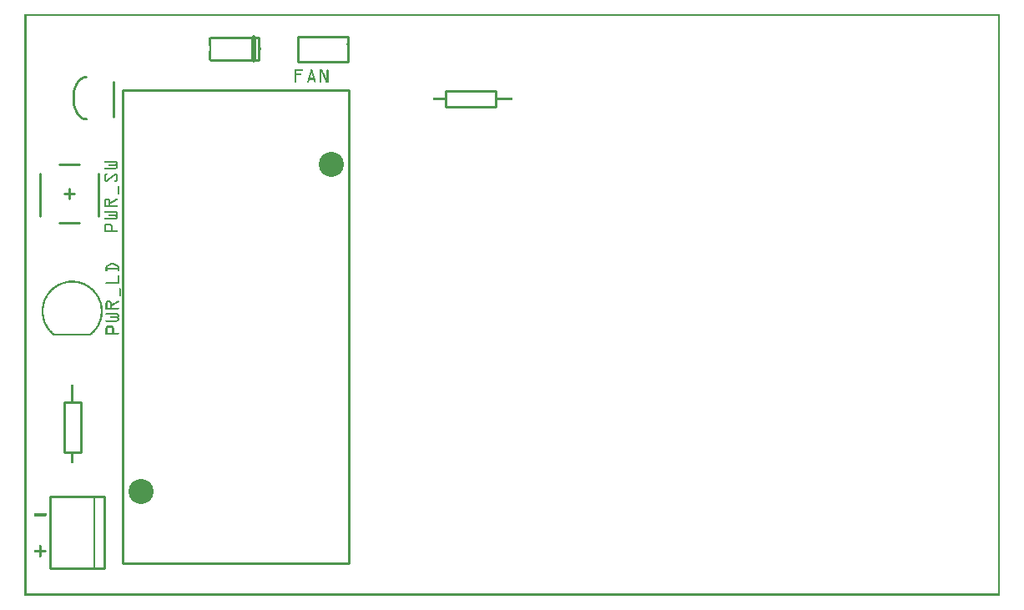
<source format=gto>
G04 MADE WITH FRITZING*
G04 WWW.FRITZING.ORG*
G04 DOUBLE SIDED*
G04 HOLES PLATED*
G04 CONTOUR ON CENTER OF CONTOUR VECTOR*
%ASAXBY*%
%FSLAX23Y23*%
%MOIN*%
%OFA0B0*%
%SFA1.0B1.0*%
%ADD10C,0.100000*%
%ADD11C,0.010000*%
%ADD12C,0.020000*%
%ADD13C,0.005000*%
%ADD14R,0.001000X0.001000*%
%LNSILK1*%
G90*
G70*
G54D10*
X464Y416D03*
X1226Y1723D03*
G54D11*
X355Y2055D02*
X355Y1915D01*
D02*
X1881Y1952D02*
X1681Y1952D01*
D02*
X1681Y1952D02*
X1681Y2018D01*
D02*
X1681Y2018D02*
X1881Y2018D01*
D02*
X1881Y2018D02*
X1881Y1952D01*
D02*
X219Y1489D02*
X140Y1489D01*
D02*
X297Y1686D02*
X297Y1518D01*
D02*
X61Y1686D02*
X61Y1518D01*
D02*
X219Y1725D02*
X140Y1725D01*
D02*
X199Y1607D02*
X160Y1607D01*
D02*
X179Y1587D02*
X179Y1627D01*
D02*
X224Y775D02*
X224Y575D01*
D02*
X224Y575D02*
X158Y575D01*
D02*
X158Y575D02*
X158Y775D01*
D02*
X158Y775D02*
X224Y775D01*
D02*
X937Y2140D02*
X742Y2140D01*
D02*
X742Y2230D02*
X937Y2230D01*
D02*
X937Y2230D02*
X937Y2140D01*
G54D12*
D02*
X917Y2230D02*
X917Y2140D01*
G54D11*
D02*
X1291Y2235D02*
X1091Y2235D01*
D02*
X1091Y2235D02*
X1091Y2135D01*
D02*
X1091Y2135D02*
X1291Y2135D01*
D02*
X1291Y2135D02*
X1291Y2235D01*
D02*
X103Y397D02*
X103Y111D01*
D02*
X103Y111D02*
X319Y111D01*
D02*
X319Y111D02*
X319Y397D01*
D02*
X319Y397D02*
X103Y397D01*
G54D13*
D02*
X279Y111D02*
X279Y397D01*
G54D11*
D02*
X391Y2020D02*
X391Y131D01*
D02*
X1297Y2020D02*
X1297Y131D01*
D02*
X391Y2020D02*
X1297Y2020D01*
D02*
X391Y131D02*
X1297Y131D01*
G54D14*
X0Y2323D02*
X3896Y2323D01*
X0Y2322D02*
X3896Y2322D01*
X0Y2321D02*
X3896Y2321D01*
X0Y2320D02*
X3896Y2320D01*
X0Y2319D02*
X3896Y2319D01*
X0Y2318D02*
X3896Y2318D01*
X0Y2317D02*
X3896Y2317D01*
X0Y2316D02*
X3896Y2316D01*
X0Y2315D02*
X7Y2315D01*
X3889Y2315D02*
X3896Y2315D01*
X0Y2314D02*
X7Y2314D01*
X3889Y2314D02*
X3896Y2314D01*
X0Y2313D02*
X7Y2313D01*
X3889Y2313D02*
X3896Y2313D01*
X0Y2312D02*
X7Y2312D01*
X3889Y2312D02*
X3896Y2312D01*
X0Y2311D02*
X7Y2311D01*
X3889Y2311D02*
X3896Y2311D01*
X0Y2310D02*
X7Y2310D01*
X3889Y2310D02*
X3896Y2310D01*
X0Y2309D02*
X7Y2309D01*
X3889Y2309D02*
X3896Y2309D01*
X0Y2308D02*
X7Y2308D01*
X3889Y2308D02*
X3896Y2308D01*
X0Y2307D02*
X7Y2307D01*
X3889Y2307D02*
X3896Y2307D01*
X0Y2306D02*
X7Y2306D01*
X3889Y2306D02*
X3896Y2306D01*
X0Y2305D02*
X7Y2305D01*
X3889Y2305D02*
X3896Y2305D01*
X0Y2304D02*
X7Y2304D01*
X3889Y2304D02*
X3896Y2304D01*
X0Y2303D02*
X7Y2303D01*
X3889Y2303D02*
X3896Y2303D01*
X0Y2302D02*
X7Y2302D01*
X3889Y2302D02*
X3896Y2302D01*
X0Y2301D02*
X7Y2301D01*
X3889Y2301D02*
X3896Y2301D01*
X0Y2300D02*
X7Y2300D01*
X3889Y2300D02*
X3896Y2300D01*
X0Y2299D02*
X7Y2299D01*
X3889Y2299D02*
X3896Y2299D01*
X0Y2298D02*
X7Y2298D01*
X3889Y2298D02*
X3896Y2298D01*
X0Y2297D02*
X7Y2297D01*
X3889Y2297D02*
X3896Y2297D01*
X0Y2296D02*
X7Y2296D01*
X3889Y2296D02*
X3896Y2296D01*
X0Y2295D02*
X7Y2295D01*
X3889Y2295D02*
X3896Y2295D01*
X0Y2294D02*
X7Y2294D01*
X3889Y2294D02*
X3896Y2294D01*
X0Y2293D02*
X7Y2293D01*
X3889Y2293D02*
X3896Y2293D01*
X0Y2292D02*
X7Y2292D01*
X3889Y2292D02*
X3896Y2292D01*
X0Y2291D02*
X7Y2291D01*
X3889Y2291D02*
X3896Y2291D01*
X0Y2290D02*
X7Y2290D01*
X3889Y2290D02*
X3896Y2290D01*
X0Y2289D02*
X7Y2289D01*
X3889Y2289D02*
X3896Y2289D01*
X0Y2288D02*
X7Y2288D01*
X3889Y2288D02*
X3896Y2288D01*
X0Y2287D02*
X7Y2287D01*
X3889Y2287D02*
X3896Y2287D01*
X0Y2286D02*
X7Y2286D01*
X3889Y2286D02*
X3896Y2286D01*
X0Y2285D02*
X7Y2285D01*
X3889Y2285D02*
X3896Y2285D01*
X0Y2284D02*
X7Y2284D01*
X3889Y2284D02*
X3896Y2284D01*
X0Y2283D02*
X7Y2283D01*
X3889Y2283D02*
X3896Y2283D01*
X0Y2282D02*
X7Y2282D01*
X3889Y2282D02*
X3896Y2282D01*
X0Y2281D02*
X7Y2281D01*
X3889Y2281D02*
X3896Y2281D01*
X0Y2280D02*
X7Y2280D01*
X3889Y2280D02*
X3896Y2280D01*
X0Y2279D02*
X7Y2279D01*
X3889Y2279D02*
X3896Y2279D01*
X0Y2278D02*
X7Y2278D01*
X3889Y2278D02*
X3896Y2278D01*
X0Y2277D02*
X7Y2277D01*
X3889Y2277D02*
X3896Y2277D01*
X0Y2276D02*
X7Y2276D01*
X3889Y2276D02*
X3896Y2276D01*
X0Y2275D02*
X7Y2275D01*
X3889Y2275D02*
X3896Y2275D01*
X0Y2274D02*
X7Y2274D01*
X3889Y2274D02*
X3896Y2274D01*
X0Y2273D02*
X7Y2273D01*
X3889Y2273D02*
X3896Y2273D01*
X0Y2272D02*
X7Y2272D01*
X3889Y2272D02*
X3896Y2272D01*
X0Y2271D02*
X7Y2271D01*
X3889Y2271D02*
X3896Y2271D01*
X0Y2270D02*
X7Y2270D01*
X3889Y2270D02*
X3896Y2270D01*
X0Y2269D02*
X7Y2269D01*
X3889Y2269D02*
X3896Y2269D01*
X0Y2268D02*
X7Y2268D01*
X3889Y2268D02*
X3896Y2268D01*
X0Y2267D02*
X7Y2267D01*
X3889Y2267D02*
X3896Y2267D01*
X0Y2266D02*
X7Y2266D01*
X3889Y2266D02*
X3896Y2266D01*
X0Y2265D02*
X7Y2265D01*
X3889Y2265D02*
X3896Y2265D01*
X0Y2264D02*
X7Y2264D01*
X3889Y2264D02*
X3896Y2264D01*
X0Y2263D02*
X7Y2263D01*
X3889Y2263D02*
X3896Y2263D01*
X0Y2262D02*
X7Y2262D01*
X3889Y2262D02*
X3896Y2262D01*
X0Y2261D02*
X7Y2261D01*
X3889Y2261D02*
X3896Y2261D01*
X0Y2260D02*
X7Y2260D01*
X3889Y2260D02*
X3896Y2260D01*
X0Y2259D02*
X7Y2259D01*
X3889Y2259D02*
X3896Y2259D01*
X0Y2258D02*
X7Y2258D01*
X3889Y2258D02*
X3896Y2258D01*
X0Y2257D02*
X7Y2257D01*
X3889Y2257D02*
X3896Y2257D01*
X0Y2256D02*
X7Y2256D01*
X3889Y2256D02*
X3896Y2256D01*
X0Y2255D02*
X7Y2255D01*
X3889Y2255D02*
X3896Y2255D01*
X0Y2254D02*
X7Y2254D01*
X3889Y2254D02*
X3896Y2254D01*
X0Y2253D02*
X7Y2253D01*
X3889Y2253D02*
X3896Y2253D01*
X0Y2252D02*
X7Y2252D01*
X3889Y2252D02*
X3896Y2252D01*
X0Y2251D02*
X7Y2251D01*
X3889Y2251D02*
X3896Y2251D01*
X0Y2250D02*
X7Y2250D01*
X3889Y2250D02*
X3896Y2250D01*
X0Y2249D02*
X7Y2249D01*
X3889Y2249D02*
X3896Y2249D01*
X0Y2248D02*
X7Y2248D01*
X3889Y2248D02*
X3896Y2248D01*
X0Y2247D02*
X7Y2247D01*
X3889Y2247D02*
X3896Y2247D01*
X0Y2246D02*
X7Y2246D01*
X3889Y2246D02*
X3896Y2246D01*
X0Y2245D02*
X7Y2245D01*
X3889Y2245D02*
X3896Y2245D01*
X0Y2244D02*
X7Y2244D01*
X3889Y2244D02*
X3896Y2244D01*
X0Y2243D02*
X7Y2243D01*
X3889Y2243D02*
X3896Y2243D01*
X0Y2242D02*
X7Y2242D01*
X3889Y2242D02*
X3896Y2242D01*
X0Y2241D02*
X7Y2241D01*
X3889Y2241D02*
X3896Y2241D01*
X0Y2240D02*
X7Y2240D01*
X3889Y2240D02*
X3896Y2240D01*
X0Y2239D02*
X7Y2239D01*
X3889Y2239D02*
X3896Y2239D01*
X0Y2238D02*
X7Y2238D01*
X3889Y2238D02*
X3896Y2238D01*
X0Y2237D02*
X7Y2237D01*
X1257Y2237D02*
X1257Y2237D01*
X3889Y2237D02*
X3896Y2237D01*
X0Y2236D02*
X7Y2236D01*
X1256Y2236D02*
X1258Y2236D01*
X3889Y2236D02*
X3896Y2236D01*
X0Y2235D02*
X7Y2235D01*
X1255Y2235D02*
X1259Y2235D01*
X3889Y2235D02*
X3896Y2235D01*
X0Y2234D02*
X7Y2234D01*
X1254Y2234D02*
X1260Y2234D01*
X3889Y2234D02*
X3896Y2234D01*
X0Y2233D02*
X7Y2233D01*
X1255Y2233D02*
X1261Y2233D01*
X3889Y2233D02*
X3896Y2233D01*
X0Y2232D02*
X7Y2232D01*
X1256Y2232D02*
X1262Y2232D01*
X3889Y2232D02*
X3896Y2232D01*
X0Y2231D02*
X7Y2231D01*
X1257Y2231D02*
X1263Y2231D01*
X3889Y2231D02*
X3896Y2231D01*
X0Y2230D02*
X7Y2230D01*
X737Y2230D02*
X746Y2230D01*
X1258Y2230D02*
X1264Y2230D01*
X3889Y2230D02*
X3896Y2230D01*
X0Y2229D02*
X7Y2229D01*
X737Y2229D02*
X746Y2229D01*
X3889Y2229D02*
X3896Y2229D01*
X0Y2228D02*
X7Y2228D01*
X737Y2228D02*
X746Y2228D01*
X3889Y2228D02*
X3896Y2228D01*
X0Y2227D02*
X7Y2227D01*
X737Y2227D02*
X746Y2227D01*
X3889Y2227D02*
X3896Y2227D01*
X0Y2226D02*
X7Y2226D01*
X737Y2226D02*
X746Y2226D01*
X3889Y2226D02*
X3896Y2226D01*
X0Y2225D02*
X7Y2225D01*
X737Y2225D02*
X746Y2225D01*
X3889Y2225D02*
X3896Y2225D01*
X0Y2224D02*
X7Y2224D01*
X737Y2224D02*
X746Y2224D01*
X3889Y2224D02*
X3896Y2224D01*
X0Y2223D02*
X7Y2223D01*
X737Y2223D02*
X746Y2223D01*
X3889Y2223D02*
X3896Y2223D01*
X0Y2222D02*
X7Y2222D01*
X737Y2222D02*
X746Y2222D01*
X3889Y2222D02*
X3896Y2222D01*
X0Y2221D02*
X7Y2221D01*
X737Y2221D02*
X746Y2221D01*
X3889Y2221D02*
X3896Y2221D01*
X0Y2220D02*
X7Y2220D01*
X737Y2220D02*
X746Y2220D01*
X3889Y2220D02*
X3896Y2220D01*
X0Y2219D02*
X7Y2219D01*
X737Y2219D02*
X746Y2219D01*
X3889Y2219D02*
X3896Y2219D01*
X0Y2218D02*
X7Y2218D01*
X737Y2218D02*
X746Y2218D01*
X3889Y2218D02*
X3896Y2218D01*
X0Y2217D02*
X7Y2217D01*
X737Y2217D02*
X746Y2217D01*
X3889Y2217D02*
X3896Y2217D01*
X0Y2216D02*
X7Y2216D01*
X737Y2216D02*
X746Y2216D01*
X3889Y2216D02*
X3896Y2216D01*
X0Y2215D02*
X7Y2215D01*
X737Y2215D02*
X746Y2215D01*
X3889Y2215D02*
X3896Y2215D01*
X0Y2214D02*
X7Y2214D01*
X737Y2214D02*
X746Y2214D01*
X3889Y2214D02*
X3896Y2214D01*
X0Y2213D02*
X7Y2213D01*
X737Y2213D02*
X746Y2213D01*
X3889Y2213D02*
X3896Y2213D01*
X0Y2212D02*
X7Y2212D01*
X737Y2212D02*
X746Y2212D01*
X3889Y2212D02*
X3896Y2212D01*
X0Y2211D02*
X7Y2211D01*
X737Y2211D02*
X746Y2211D01*
X3889Y2211D02*
X3896Y2211D01*
X0Y2210D02*
X7Y2210D01*
X737Y2210D02*
X746Y2210D01*
X3889Y2210D02*
X3896Y2210D01*
X0Y2209D02*
X7Y2209D01*
X737Y2209D02*
X746Y2209D01*
X1285Y2209D02*
X1285Y2209D01*
X3889Y2209D02*
X3896Y2209D01*
X0Y2208D02*
X7Y2208D01*
X737Y2208D02*
X746Y2208D01*
X1285Y2208D02*
X1286Y2208D01*
X3889Y2208D02*
X3896Y2208D01*
X0Y2207D02*
X7Y2207D01*
X737Y2207D02*
X746Y2207D01*
X1285Y2207D02*
X1287Y2207D01*
X3889Y2207D02*
X3896Y2207D01*
X0Y2206D02*
X7Y2206D01*
X737Y2206D02*
X746Y2206D01*
X1285Y2206D02*
X1288Y2206D01*
X3889Y2206D02*
X3896Y2206D01*
X0Y2205D02*
X7Y2205D01*
X737Y2205D02*
X746Y2205D01*
X1285Y2205D02*
X1289Y2205D01*
X3889Y2205D02*
X3896Y2205D01*
X0Y2204D02*
X7Y2204D01*
X737Y2204D02*
X746Y2204D01*
X1285Y2204D02*
X1290Y2204D01*
X3889Y2204D02*
X3896Y2204D01*
X0Y2203D02*
X7Y2203D01*
X737Y2203D02*
X746Y2203D01*
X1285Y2203D02*
X1291Y2203D01*
X3889Y2203D02*
X3896Y2203D01*
X0Y2202D02*
X7Y2202D01*
X737Y2202D02*
X746Y2202D01*
X1286Y2202D02*
X1291Y2202D01*
X3889Y2202D02*
X3896Y2202D01*
X0Y2201D02*
X7Y2201D01*
X737Y2201D02*
X746Y2201D01*
X1287Y2201D02*
X1290Y2201D01*
X3889Y2201D02*
X3896Y2201D01*
X0Y2200D02*
X7Y2200D01*
X737Y2200D02*
X746Y2200D01*
X1288Y2200D02*
X1289Y2200D01*
X3889Y2200D02*
X3896Y2200D01*
X0Y2199D02*
X7Y2199D01*
X737Y2199D02*
X746Y2199D01*
X3889Y2199D02*
X3896Y2199D01*
X0Y2198D02*
X7Y2198D01*
X737Y2198D02*
X746Y2198D01*
X3889Y2198D02*
X3896Y2198D01*
X0Y2197D02*
X7Y2197D01*
X737Y2197D02*
X746Y2197D01*
X3889Y2197D02*
X3896Y2197D01*
X0Y2196D02*
X7Y2196D01*
X737Y2196D02*
X746Y2196D01*
X3889Y2196D02*
X3896Y2196D01*
X0Y2195D02*
X7Y2195D01*
X738Y2195D02*
X746Y2195D01*
X3889Y2195D02*
X3896Y2195D01*
X0Y2194D02*
X7Y2194D01*
X738Y2194D02*
X746Y2194D01*
X3889Y2194D02*
X3896Y2194D01*
X0Y2193D02*
X7Y2193D01*
X738Y2193D02*
X746Y2193D01*
X3889Y2193D02*
X3896Y2193D01*
X0Y2192D02*
X7Y2192D01*
X738Y2192D02*
X746Y2192D01*
X3889Y2192D02*
X3896Y2192D01*
X0Y2191D02*
X7Y2191D01*
X738Y2191D02*
X746Y2191D01*
X3889Y2191D02*
X3896Y2191D01*
X0Y2190D02*
X7Y2190D01*
X738Y2190D02*
X746Y2190D01*
X937Y2190D02*
X944Y2190D01*
X3889Y2190D02*
X3896Y2190D01*
X0Y2189D02*
X7Y2189D01*
X738Y2189D02*
X746Y2189D01*
X937Y2189D02*
X944Y2189D01*
X3889Y2189D02*
X3896Y2189D01*
X0Y2188D02*
X7Y2188D01*
X739Y2188D02*
X746Y2188D01*
X937Y2188D02*
X944Y2188D01*
X3889Y2188D02*
X3896Y2188D01*
X0Y2187D02*
X7Y2187D01*
X739Y2187D02*
X746Y2187D01*
X937Y2187D02*
X944Y2187D01*
X3889Y2187D02*
X3896Y2187D01*
X0Y2186D02*
X7Y2186D01*
X739Y2186D02*
X746Y2186D01*
X937Y2186D02*
X944Y2186D01*
X3889Y2186D02*
X3896Y2186D01*
X0Y2185D02*
X7Y2185D01*
X739Y2185D02*
X746Y2185D01*
X937Y2185D02*
X944Y2185D01*
X3889Y2185D02*
X3896Y2185D01*
X0Y2184D02*
X7Y2184D01*
X739Y2184D02*
X746Y2184D01*
X937Y2184D02*
X944Y2184D01*
X3889Y2184D02*
X3896Y2184D01*
X0Y2183D02*
X7Y2183D01*
X738Y2183D02*
X746Y2183D01*
X937Y2183D02*
X944Y2183D01*
X3889Y2183D02*
X3896Y2183D01*
X0Y2182D02*
X7Y2182D01*
X738Y2182D02*
X746Y2182D01*
X937Y2182D02*
X944Y2182D01*
X3889Y2182D02*
X3896Y2182D01*
X0Y2181D02*
X7Y2181D01*
X738Y2181D02*
X746Y2181D01*
X937Y2181D02*
X944Y2181D01*
X3889Y2181D02*
X3896Y2181D01*
X0Y2180D02*
X7Y2180D01*
X738Y2180D02*
X746Y2180D01*
X3889Y2180D02*
X3896Y2180D01*
X0Y2179D02*
X7Y2179D01*
X738Y2179D02*
X746Y2179D01*
X3889Y2179D02*
X3896Y2179D01*
X0Y2178D02*
X7Y2178D01*
X738Y2178D02*
X746Y2178D01*
X3889Y2178D02*
X3896Y2178D01*
X0Y2177D02*
X7Y2177D01*
X738Y2177D02*
X746Y2177D01*
X3889Y2177D02*
X3896Y2177D01*
X0Y2176D02*
X7Y2176D01*
X738Y2176D02*
X746Y2176D01*
X3889Y2176D02*
X3896Y2176D01*
X0Y2175D02*
X7Y2175D01*
X737Y2175D02*
X746Y2175D01*
X3889Y2175D02*
X3896Y2175D01*
X0Y2174D02*
X7Y2174D01*
X737Y2174D02*
X746Y2174D01*
X3889Y2174D02*
X3896Y2174D01*
X0Y2173D02*
X7Y2173D01*
X737Y2173D02*
X746Y2173D01*
X3889Y2173D02*
X3896Y2173D01*
X0Y2172D02*
X7Y2172D01*
X737Y2172D02*
X746Y2172D01*
X3889Y2172D02*
X3896Y2172D01*
X0Y2171D02*
X7Y2171D01*
X737Y2171D02*
X746Y2171D01*
X3889Y2171D02*
X3896Y2171D01*
X0Y2170D02*
X7Y2170D01*
X737Y2170D02*
X746Y2170D01*
X3889Y2170D02*
X3896Y2170D01*
X0Y2169D02*
X7Y2169D01*
X737Y2169D02*
X746Y2169D01*
X3889Y2169D02*
X3896Y2169D01*
X0Y2168D02*
X7Y2168D01*
X737Y2168D02*
X746Y2168D01*
X3889Y2168D02*
X3896Y2168D01*
X0Y2167D02*
X7Y2167D01*
X737Y2167D02*
X746Y2167D01*
X3889Y2167D02*
X3896Y2167D01*
X0Y2166D02*
X7Y2166D01*
X737Y2166D02*
X746Y2166D01*
X3889Y2166D02*
X3896Y2166D01*
X0Y2165D02*
X7Y2165D01*
X737Y2165D02*
X746Y2165D01*
X3889Y2165D02*
X3896Y2165D01*
X0Y2164D02*
X7Y2164D01*
X737Y2164D02*
X746Y2164D01*
X3889Y2164D02*
X3896Y2164D01*
X0Y2163D02*
X7Y2163D01*
X737Y2163D02*
X746Y2163D01*
X3889Y2163D02*
X3896Y2163D01*
X0Y2162D02*
X7Y2162D01*
X737Y2162D02*
X746Y2162D01*
X3889Y2162D02*
X3896Y2162D01*
X0Y2161D02*
X7Y2161D01*
X737Y2161D02*
X746Y2161D01*
X3889Y2161D02*
X3896Y2161D01*
X0Y2160D02*
X7Y2160D01*
X737Y2160D02*
X746Y2160D01*
X3889Y2160D02*
X3896Y2160D01*
X0Y2159D02*
X7Y2159D01*
X737Y2159D02*
X746Y2159D01*
X3889Y2159D02*
X3896Y2159D01*
X0Y2158D02*
X7Y2158D01*
X737Y2158D02*
X746Y2158D01*
X3889Y2158D02*
X3896Y2158D01*
X0Y2157D02*
X7Y2157D01*
X737Y2157D02*
X746Y2157D01*
X3889Y2157D02*
X3896Y2157D01*
X0Y2156D02*
X7Y2156D01*
X737Y2156D02*
X746Y2156D01*
X3889Y2156D02*
X3896Y2156D01*
X0Y2155D02*
X7Y2155D01*
X737Y2155D02*
X746Y2155D01*
X3889Y2155D02*
X3896Y2155D01*
X0Y2154D02*
X7Y2154D01*
X737Y2154D02*
X746Y2154D01*
X3889Y2154D02*
X3896Y2154D01*
X0Y2153D02*
X7Y2153D01*
X737Y2153D02*
X746Y2153D01*
X3889Y2153D02*
X3896Y2153D01*
X0Y2152D02*
X7Y2152D01*
X737Y2152D02*
X746Y2152D01*
X3889Y2152D02*
X3896Y2152D01*
X0Y2151D02*
X7Y2151D01*
X737Y2151D02*
X746Y2151D01*
X3889Y2151D02*
X3896Y2151D01*
X0Y2150D02*
X7Y2150D01*
X737Y2150D02*
X746Y2150D01*
X3889Y2150D02*
X3896Y2150D01*
X0Y2149D02*
X7Y2149D01*
X737Y2149D02*
X746Y2149D01*
X3889Y2149D02*
X3896Y2149D01*
X0Y2148D02*
X7Y2148D01*
X737Y2148D02*
X746Y2148D01*
X3889Y2148D02*
X3896Y2148D01*
X0Y2147D02*
X7Y2147D01*
X737Y2147D02*
X746Y2147D01*
X3889Y2147D02*
X3896Y2147D01*
X0Y2146D02*
X7Y2146D01*
X737Y2146D02*
X746Y2146D01*
X3889Y2146D02*
X3896Y2146D01*
X0Y2145D02*
X7Y2145D01*
X737Y2145D02*
X746Y2145D01*
X3889Y2145D02*
X3896Y2145D01*
X0Y2144D02*
X7Y2144D01*
X737Y2144D02*
X746Y2144D01*
X3889Y2144D02*
X3896Y2144D01*
X0Y2143D02*
X7Y2143D01*
X737Y2143D02*
X746Y2143D01*
X3889Y2143D02*
X3896Y2143D01*
X0Y2142D02*
X7Y2142D01*
X737Y2142D02*
X746Y2142D01*
X3889Y2142D02*
X3896Y2142D01*
X0Y2141D02*
X7Y2141D01*
X737Y2141D02*
X746Y2141D01*
X3889Y2141D02*
X3896Y2141D01*
X0Y2140D02*
X7Y2140D01*
X3889Y2140D02*
X3896Y2140D01*
X0Y2139D02*
X7Y2139D01*
X3889Y2139D02*
X3896Y2139D01*
X0Y2138D02*
X7Y2138D01*
X3889Y2138D02*
X3896Y2138D01*
X0Y2137D02*
X7Y2137D01*
X3889Y2137D02*
X3896Y2137D01*
X0Y2136D02*
X7Y2136D01*
X3889Y2136D02*
X3896Y2136D01*
X0Y2135D02*
X7Y2135D01*
X3889Y2135D02*
X3896Y2135D01*
X0Y2134D02*
X7Y2134D01*
X3889Y2134D02*
X3896Y2134D01*
X0Y2133D02*
X7Y2133D01*
X3889Y2133D02*
X3896Y2133D01*
X0Y2132D02*
X7Y2132D01*
X3889Y2132D02*
X3896Y2132D01*
X0Y2131D02*
X7Y2131D01*
X3889Y2131D02*
X3896Y2131D01*
X0Y2130D02*
X7Y2130D01*
X3889Y2130D02*
X3896Y2130D01*
X0Y2129D02*
X7Y2129D01*
X3889Y2129D02*
X3896Y2129D01*
X0Y2128D02*
X7Y2128D01*
X3889Y2128D02*
X3896Y2128D01*
X0Y2127D02*
X7Y2127D01*
X3889Y2127D02*
X3896Y2127D01*
X0Y2126D02*
X7Y2126D01*
X3889Y2126D02*
X3896Y2126D01*
X0Y2125D02*
X7Y2125D01*
X3889Y2125D02*
X3896Y2125D01*
X0Y2124D02*
X7Y2124D01*
X3889Y2124D02*
X3896Y2124D01*
X0Y2123D02*
X7Y2123D01*
X3889Y2123D02*
X3896Y2123D01*
X0Y2122D02*
X7Y2122D01*
X3889Y2122D02*
X3896Y2122D01*
X0Y2121D02*
X7Y2121D01*
X3889Y2121D02*
X3896Y2121D01*
X0Y2120D02*
X7Y2120D01*
X3889Y2120D02*
X3896Y2120D01*
X0Y2119D02*
X7Y2119D01*
X3889Y2119D02*
X3896Y2119D01*
X0Y2118D02*
X7Y2118D01*
X3889Y2118D02*
X3896Y2118D01*
X0Y2117D02*
X7Y2117D01*
X3889Y2117D02*
X3896Y2117D01*
X0Y2116D02*
X7Y2116D01*
X3889Y2116D02*
X3896Y2116D01*
X0Y2115D02*
X7Y2115D01*
X3889Y2115D02*
X3896Y2115D01*
X0Y2114D02*
X7Y2114D01*
X3889Y2114D02*
X3896Y2114D01*
X0Y2113D02*
X7Y2113D01*
X3889Y2113D02*
X3896Y2113D01*
X0Y2112D02*
X7Y2112D01*
X3889Y2112D02*
X3896Y2112D01*
X0Y2111D02*
X7Y2111D01*
X3889Y2111D02*
X3896Y2111D01*
X0Y2110D02*
X7Y2110D01*
X3889Y2110D02*
X3896Y2110D01*
X0Y2109D02*
X7Y2109D01*
X3889Y2109D02*
X3896Y2109D01*
X0Y2108D02*
X7Y2108D01*
X3889Y2108D02*
X3896Y2108D01*
X0Y2107D02*
X7Y2107D01*
X3889Y2107D02*
X3896Y2107D01*
X0Y2106D02*
X7Y2106D01*
X3889Y2106D02*
X3896Y2106D01*
X0Y2105D02*
X7Y2105D01*
X3889Y2105D02*
X3896Y2105D01*
X0Y2104D02*
X7Y2104D01*
X1080Y2104D02*
X1110Y2104D01*
X1180Y2104D02*
X1188Y2104D01*
X3889Y2104D02*
X3896Y2104D01*
X0Y2103D02*
X7Y2103D01*
X1080Y2103D02*
X1112Y2103D01*
X1145Y2103D02*
X1148Y2103D01*
X1180Y2103D02*
X1189Y2103D01*
X1209Y2103D02*
X1212Y2103D01*
X3889Y2103D02*
X3896Y2103D01*
X0Y2102D02*
X7Y2102D01*
X1080Y2102D02*
X1113Y2102D01*
X1144Y2102D02*
X1149Y2102D01*
X1180Y2102D02*
X1189Y2102D01*
X1208Y2102D02*
X1213Y2102D01*
X3889Y2102D02*
X3896Y2102D01*
X0Y2101D02*
X7Y2101D01*
X1080Y2101D02*
X1113Y2101D01*
X1143Y2101D02*
X1150Y2101D01*
X1180Y2101D02*
X1190Y2101D01*
X1208Y2101D02*
X1213Y2101D01*
X3889Y2101D02*
X3896Y2101D01*
X0Y2100D02*
X7Y2100D01*
X1080Y2100D02*
X1113Y2100D01*
X1143Y2100D02*
X1150Y2100D01*
X1180Y2100D02*
X1190Y2100D01*
X1207Y2100D02*
X1214Y2100D01*
X3889Y2100D02*
X3896Y2100D01*
X0Y2099D02*
X7Y2099D01*
X1080Y2099D02*
X1113Y2099D01*
X1143Y2099D02*
X1150Y2099D01*
X1180Y2099D02*
X1190Y2099D01*
X1207Y2099D02*
X1214Y2099D01*
X3889Y2099D02*
X3896Y2099D01*
X0Y2098D02*
X7Y2098D01*
X1080Y2098D02*
X1112Y2098D01*
X1143Y2098D02*
X1150Y2098D01*
X1180Y2098D02*
X1191Y2098D01*
X1207Y2098D02*
X1214Y2098D01*
X3889Y2098D02*
X3896Y2098D01*
X0Y2097D02*
X7Y2097D01*
X1080Y2097D02*
X1086Y2097D01*
X1142Y2097D02*
X1151Y2097D01*
X1180Y2097D02*
X1191Y2097D01*
X1207Y2097D02*
X1214Y2097D01*
X3889Y2097D02*
X3896Y2097D01*
X0Y2096D02*
X7Y2096D01*
X1080Y2096D02*
X1086Y2096D01*
X1142Y2096D02*
X1151Y2096D01*
X1180Y2096D02*
X1192Y2096D01*
X1207Y2096D02*
X1214Y2096D01*
X3889Y2096D02*
X3896Y2096D01*
X0Y2095D02*
X7Y2095D01*
X1080Y2095D02*
X1086Y2095D01*
X1142Y2095D02*
X1151Y2095D01*
X1180Y2095D02*
X1192Y2095D01*
X1207Y2095D02*
X1214Y2095D01*
X3889Y2095D02*
X3896Y2095D01*
X0Y2094D02*
X7Y2094D01*
X1080Y2094D02*
X1086Y2094D01*
X1141Y2094D02*
X1152Y2094D01*
X1180Y2094D02*
X1193Y2094D01*
X1207Y2094D02*
X1214Y2094D01*
X3889Y2094D02*
X3896Y2094D01*
X0Y2093D02*
X7Y2093D01*
X1080Y2093D02*
X1086Y2093D01*
X1141Y2093D02*
X1152Y2093D01*
X1180Y2093D02*
X1193Y2093D01*
X1207Y2093D02*
X1214Y2093D01*
X3889Y2093D02*
X3896Y2093D01*
X0Y2092D02*
X7Y2092D01*
X1080Y2092D02*
X1086Y2092D01*
X1141Y2092D02*
X1152Y2092D01*
X1180Y2092D02*
X1193Y2092D01*
X1207Y2092D02*
X1214Y2092D01*
X3889Y2092D02*
X3896Y2092D01*
X0Y2091D02*
X7Y2091D01*
X1080Y2091D02*
X1086Y2091D01*
X1141Y2091D02*
X1152Y2091D01*
X1180Y2091D02*
X1194Y2091D01*
X1207Y2091D02*
X1214Y2091D01*
X3889Y2091D02*
X3896Y2091D01*
X0Y2090D02*
X7Y2090D01*
X1080Y2090D02*
X1086Y2090D01*
X1140Y2090D02*
X1153Y2090D01*
X1180Y2090D02*
X1186Y2090D01*
X1188Y2090D02*
X1194Y2090D01*
X1207Y2090D02*
X1214Y2090D01*
X3889Y2090D02*
X3896Y2090D01*
X0Y2089D02*
X7Y2089D01*
X1080Y2089D02*
X1086Y2089D01*
X1140Y2089D02*
X1153Y2089D01*
X1180Y2089D02*
X1186Y2089D01*
X1188Y2089D02*
X1195Y2089D01*
X1207Y2089D02*
X1214Y2089D01*
X3889Y2089D02*
X3896Y2089D01*
X0Y2088D02*
X7Y2088D01*
X1080Y2088D02*
X1086Y2088D01*
X1140Y2088D02*
X1153Y2088D01*
X1180Y2088D02*
X1186Y2088D01*
X1189Y2088D02*
X1195Y2088D01*
X1207Y2088D02*
X1214Y2088D01*
X3889Y2088D02*
X3896Y2088D01*
X0Y2087D02*
X7Y2087D01*
X1080Y2087D02*
X1086Y2087D01*
X1139Y2087D02*
X1154Y2087D01*
X1180Y2087D02*
X1186Y2087D01*
X1189Y2087D02*
X1196Y2087D01*
X1207Y2087D02*
X1214Y2087D01*
X3889Y2087D02*
X3896Y2087D01*
X0Y2086D02*
X7Y2086D01*
X1080Y2086D02*
X1104Y2086D01*
X1139Y2086D02*
X1145Y2086D01*
X1148Y2086D02*
X1154Y2086D01*
X1180Y2086D02*
X1186Y2086D01*
X1189Y2086D02*
X1196Y2086D01*
X1207Y2086D02*
X1214Y2086D01*
X3889Y2086D02*
X3896Y2086D01*
X0Y2085D02*
X7Y2085D01*
X1080Y2085D02*
X1105Y2085D01*
X1139Y2085D02*
X1145Y2085D01*
X1148Y2085D02*
X1154Y2085D01*
X1180Y2085D02*
X1186Y2085D01*
X1190Y2085D02*
X1197Y2085D01*
X1207Y2085D02*
X1214Y2085D01*
X3889Y2085D02*
X3896Y2085D01*
X0Y2084D02*
X7Y2084D01*
X1080Y2084D02*
X1106Y2084D01*
X1138Y2084D02*
X1145Y2084D01*
X1148Y2084D02*
X1154Y2084D01*
X1180Y2084D02*
X1186Y2084D01*
X1190Y2084D02*
X1197Y2084D01*
X1207Y2084D02*
X1214Y2084D01*
X3889Y2084D02*
X3896Y2084D01*
X0Y2083D02*
X7Y2083D01*
X1080Y2083D02*
X1106Y2083D01*
X1138Y2083D02*
X1145Y2083D01*
X1148Y2083D02*
X1155Y2083D01*
X1180Y2083D02*
X1186Y2083D01*
X1191Y2083D02*
X1197Y2083D01*
X1207Y2083D02*
X1214Y2083D01*
X3889Y2083D02*
X3896Y2083D01*
X0Y2082D02*
X7Y2082D01*
X1080Y2082D02*
X1106Y2082D01*
X1138Y2082D02*
X1144Y2082D01*
X1149Y2082D02*
X1155Y2082D01*
X1180Y2082D02*
X1186Y2082D01*
X1191Y2082D02*
X1198Y2082D01*
X1207Y2082D02*
X1214Y2082D01*
X3889Y2082D02*
X3896Y2082D01*
X0Y2081D02*
X7Y2081D01*
X1080Y2081D02*
X1106Y2081D01*
X1138Y2081D02*
X1144Y2081D01*
X1149Y2081D02*
X1155Y2081D01*
X1180Y2081D02*
X1186Y2081D01*
X1192Y2081D02*
X1198Y2081D01*
X1207Y2081D02*
X1214Y2081D01*
X3889Y2081D02*
X3896Y2081D01*
X0Y2080D02*
X7Y2080D01*
X1080Y2080D02*
X1105Y2080D01*
X1137Y2080D02*
X1144Y2080D01*
X1149Y2080D02*
X1156Y2080D01*
X1180Y2080D02*
X1186Y2080D01*
X1192Y2080D02*
X1199Y2080D01*
X1207Y2080D02*
X1214Y2080D01*
X3889Y2080D02*
X3896Y2080D01*
X0Y2079D02*
X7Y2079D01*
X1080Y2079D02*
X1086Y2079D01*
X1137Y2079D02*
X1143Y2079D01*
X1150Y2079D02*
X1156Y2079D01*
X1180Y2079D02*
X1186Y2079D01*
X1192Y2079D02*
X1199Y2079D01*
X1207Y2079D02*
X1214Y2079D01*
X3889Y2079D02*
X3896Y2079D01*
X0Y2078D02*
X7Y2078D01*
X1080Y2078D02*
X1086Y2078D01*
X1137Y2078D02*
X1143Y2078D01*
X1150Y2078D02*
X1156Y2078D01*
X1180Y2078D02*
X1186Y2078D01*
X1193Y2078D02*
X1200Y2078D01*
X1207Y2078D02*
X1214Y2078D01*
X3889Y2078D02*
X3896Y2078D01*
X0Y2077D02*
X7Y2077D01*
X241Y2077D02*
X248Y2077D01*
X1080Y2077D02*
X1086Y2077D01*
X1136Y2077D02*
X1143Y2077D01*
X1150Y2077D02*
X1157Y2077D01*
X1180Y2077D02*
X1186Y2077D01*
X1193Y2077D02*
X1200Y2077D01*
X1207Y2077D02*
X1214Y2077D01*
X3889Y2077D02*
X3896Y2077D01*
X0Y2076D02*
X7Y2076D01*
X237Y2076D02*
X248Y2076D01*
X1080Y2076D02*
X1086Y2076D01*
X1136Y2076D02*
X1142Y2076D01*
X1151Y2076D02*
X1157Y2076D01*
X1180Y2076D02*
X1186Y2076D01*
X1194Y2076D02*
X1200Y2076D01*
X1207Y2076D02*
X1214Y2076D01*
X3889Y2076D02*
X3896Y2076D01*
X0Y2075D02*
X7Y2075D01*
X235Y2075D02*
X249Y2075D01*
X1080Y2075D02*
X1086Y2075D01*
X1136Y2075D02*
X1142Y2075D01*
X1151Y2075D02*
X1157Y2075D01*
X1180Y2075D02*
X1186Y2075D01*
X1194Y2075D02*
X1201Y2075D01*
X1207Y2075D02*
X1214Y2075D01*
X3889Y2075D02*
X3896Y2075D01*
X0Y2074D02*
X7Y2074D01*
X232Y2074D02*
X249Y2074D01*
X1080Y2074D02*
X1086Y2074D01*
X1136Y2074D02*
X1142Y2074D01*
X1151Y2074D02*
X1157Y2074D01*
X1180Y2074D02*
X1186Y2074D01*
X1195Y2074D02*
X1201Y2074D01*
X1207Y2074D02*
X1214Y2074D01*
X3889Y2074D02*
X3896Y2074D01*
X0Y2073D02*
X7Y2073D01*
X230Y2073D02*
X249Y2073D01*
X1080Y2073D02*
X1086Y2073D01*
X1135Y2073D02*
X1142Y2073D01*
X1151Y2073D02*
X1158Y2073D01*
X1180Y2073D02*
X1186Y2073D01*
X1195Y2073D02*
X1202Y2073D01*
X1207Y2073D02*
X1214Y2073D01*
X3889Y2073D02*
X3896Y2073D01*
X0Y2072D02*
X7Y2072D01*
X228Y2072D02*
X250Y2072D01*
X1080Y2072D02*
X1086Y2072D01*
X1135Y2072D02*
X1141Y2072D01*
X1152Y2072D02*
X1158Y2072D01*
X1180Y2072D02*
X1186Y2072D01*
X1196Y2072D02*
X1202Y2072D01*
X1207Y2072D02*
X1214Y2072D01*
X3889Y2072D02*
X3896Y2072D01*
X0Y2071D02*
X7Y2071D01*
X227Y2071D02*
X250Y2071D01*
X1080Y2071D02*
X1086Y2071D01*
X1135Y2071D02*
X1141Y2071D01*
X1152Y2071D02*
X1158Y2071D01*
X1180Y2071D02*
X1186Y2071D01*
X1196Y2071D02*
X1203Y2071D01*
X1207Y2071D02*
X1214Y2071D01*
X3889Y2071D02*
X3896Y2071D01*
X0Y2070D02*
X7Y2070D01*
X225Y2070D02*
X250Y2070D01*
X1080Y2070D02*
X1086Y2070D01*
X1134Y2070D02*
X1141Y2070D01*
X1152Y2070D02*
X1159Y2070D01*
X1180Y2070D02*
X1186Y2070D01*
X1196Y2070D02*
X1203Y2070D01*
X1207Y2070D02*
X1214Y2070D01*
X3889Y2070D02*
X3896Y2070D01*
X0Y2069D02*
X7Y2069D01*
X224Y2069D02*
X250Y2069D01*
X1080Y2069D02*
X1086Y2069D01*
X1134Y2069D02*
X1141Y2069D01*
X1152Y2069D02*
X1159Y2069D01*
X1180Y2069D02*
X1186Y2069D01*
X1197Y2069D02*
X1204Y2069D01*
X1207Y2069D02*
X1214Y2069D01*
X3889Y2069D02*
X3896Y2069D01*
X0Y2068D02*
X7Y2068D01*
X223Y2068D02*
X248Y2068D01*
X1080Y2068D02*
X1086Y2068D01*
X1134Y2068D02*
X1159Y2068D01*
X1180Y2068D02*
X1186Y2068D01*
X1197Y2068D02*
X1204Y2068D01*
X1207Y2068D02*
X1214Y2068D01*
X3889Y2068D02*
X3896Y2068D01*
X0Y2067D02*
X7Y2067D01*
X221Y2067D02*
X241Y2067D01*
X1080Y2067D02*
X1086Y2067D01*
X1133Y2067D02*
X1159Y2067D01*
X1180Y2067D02*
X1186Y2067D01*
X1198Y2067D02*
X1204Y2067D01*
X1207Y2067D02*
X1214Y2067D01*
X3889Y2067D02*
X3896Y2067D01*
X0Y2066D02*
X7Y2066D01*
X220Y2066D02*
X237Y2066D01*
X1080Y2066D02*
X1086Y2066D01*
X1133Y2066D02*
X1160Y2066D01*
X1180Y2066D02*
X1186Y2066D01*
X1198Y2066D02*
X1205Y2066D01*
X1207Y2066D02*
X1214Y2066D01*
X3889Y2066D02*
X3896Y2066D01*
X0Y2065D02*
X7Y2065D01*
X219Y2065D02*
X235Y2065D01*
X1080Y2065D02*
X1086Y2065D01*
X1133Y2065D02*
X1160Y2065D01*
X1180Y2065D02*
X1186Y2065D01*
X1199Y2065D02*
X1205Y2065D01*
X1207Y2065D02*
X1214Y2065D01*
X3889Y2065D02*
X3896Y2065D01*
X0Y2064D02*
X7Y2064D01*
X218Y2064D02*
X233Y2064D01*
X1080Y2064D02*
X1086Y2064D01*
X1133Y2064D02*
X1160Y2064D01*
X1180Y2064D02*
X1186Y2064D01*
X1199Y2064D02*
X1214Y2064D01*
X3889Y2064D02*
X3896Y2064D01*
X0Y2063D02*
X7Y2063D01*
X217Y2063D02*
X231Y2063D01*
X1080Y2063D02*
X1086Y2063D01*
X1132Y2063D02*
X1161Y2063D01*
X1180Y2063D02*
X1186Y2063D01*
X1199Y2063D02*
X1214Y2063D01*
X3889Y2063D02*
X3896Y2063D01*
X0Y2062D02*
X7Y2062D01*
X216Y2062D02*
X230Y2062D01*
X1080Y2062D02*
X1086Y2062D01*
X1132Y2062D02*
X1161Y2062D01*
X1180Y2062D02*
X1186Y2062D01*
X1200Y2062D02*
X1214Y2062D01*
X3889Y2062D02*
X3896Y2062D01*
X0Y2061D02*
X7Y2061D01*
X215Y2061D02*
X228Y2061D01*
X1080Y2061D02*
X1086Y2061D01*
X1132Y2061D02*
X1138Y2061D01*
X1155Y2061D02*
X1161Y2061D01*
X1180Y2061D02*
X1186Y2061D01*
X1200Y2061D02*
X1214Y2061D01*
X3889Y2061D02*
X3896Y2061D01*
X0Y2060D02*
X7Y2060D01*
X214Y2060D02*
X227Y2060D01*
X1080Y2060D02*
X1086Y2060D01*
X1131Y2060D02*
X1138Y2060D01*
X1155Y2060D02*
X1161Y2060D01*
X1180Y2060D02*
X1186Y2060D01*
X1201Y2060D02*
X1214Y2060D01*
X3889Y2060D02*
X3896Y2060D01*
X0Y2059D02*
X7Y2059D01*
X213Y2059D02*
X226Y2059D01*
X1080Y2059D02*
X1086Y2059D01*
X1131Y2059D02*
X1137Y2059D01*
X1156Y2059D02*
X1162Y2059D01*
X1180Y2059D02*
X1186Y2059D01*
X1201Y2059D02*
X1214Y2059D01*
X3889Y2059D02*
X3896Y2059D01*
X0Y2058D02*
X7Y2058D01*
X212Y2058D02*
X225Y2058D01*
X1080Y2058D02*
X1086Y2058D01*
X1131Y2058D02*
X1137Y2058D01*
X1156Y2058D02*
X1162Y2058D01*
X1180Y2058D02*
X1186Y2058D01*
X1202Y2058D02*
X1214Y2058D01*
X3889Y2058D02*
X3896Y2058D01*
X0Y2057D02*
X7Y2057D01*
X212Y2057D02*
X224Y2057D01*
X1080Y2057D02*
X1086Y2057D01*
X1131Y2057D02*
X1137Y2057D01*
X1156Y2057D02*
X1162Y2057D01*
X1180Y2057D02*
X1186Y2057D01*
X1202Y2057D02*
X1214Y2057D01*
X3889Y2057D02*
X3896Y2057D01*
X0Y2056D02*
X7Y2056D01*
X211Y2056D02*
X223Y2056D01*
X1080Y2056D02*
X1086Y2056D01*
X1130Y2056D02*
X1137Y2056D01*
X1156Y2056D02*
X1163Y2056D01*
X1180Y2056D02*
X1186Y2056D01*
X1203Y2056D02*
X1214Y2056D01*
X3889Y2056D02*
X3896Y2056D01*
X0Y2055D02*
X7Y2055D01*
X210Y2055D02*
X222Y2055D01*
X1080Y2055D02*
X1086Y2055D01*
X1130Y2055D02*
X1136Y2055D01*
X1157Y2055D02*
X1163Y2055D01*
X1180Y2055D02*
X1186Y2055D01*
X1203Y2055D02*
X1214Y2055D01*
X3889Y2055D02*
X3896Y2055D01*
X0Y2054D02*
X7Y2054D01*
X209Y2054D02*
X221Y2054D01*
X1080Y2054D02*
X1086Y2054D01*
X1130Y2054D02*
X1136Y2054D01*
X1157Y2054D02*
X1163Y2054D01*
X1180Y2054D02*
X1186Y2054D01*
X1203Y2054D02*
X1214Y2054D01*
X3889Y2054D02*
X3896Y2054D01*
X0Y2053D02*
X7Y2053D01*
X209Y2053D02*
X220Y2053D01*
X1080Y2053D02*
X1085Y2053D01*
X1130Y2053D02*
X1136Y2053D01*
X1157Y2053D02*
X1163Y2053D01*
X1180Y2053D02*
X1186Y2053D01*
X1204Y2053D02*
X1214Y2053D01*
X3889Y2053D02*
X3896Y2053D01*
X0Y2052D02*
X7Y2052D01*
X208Y2052D02*
X219Y2052D01*
X1080Y2052D02*
X1085Y2052D01*
X1130Y2052D02*
X1135Y2052D01*
X1158Y2052D02*
X1163Y2052D01*
X1180Y2052D02*
X1186Y2052D01*
X1204Y2052D02*
X1214Y2052D01*
X3889Y2052D02*
X3896Y2052D01*
X0Y2051D02*
X7Y2051D01*
X207Y2051D02*
X219Y2051D01*
X1081Y2051D02*
X1084Y2051D01*
X1131Y2051D02*
X1135Y2051D01*
X1158Y2051D02*
X1162Y2051D01*
X1181Y2051D02*
X1185Y2051D01*
X1205Y2051D02*
X1214Y2051D01*
X3889Y2051D02*
X3896Y2051D01*
X0Y2050D02*
X7Y2050D01*
X207Y2050D02*
X218Y2050D01*
X1083Y2050D02*
X1083Y2050D01*
X1133Y2050D02*
X1133Y2050D01*
X1160Y2050D02*
X1160Y2050D01*
X1183Y2050D02*
X1183Y2050D01*
X1205Y2050D02*
X1213Y2050D01*
X3889Y2050D02*
X3896Y2050D01*
X0Y2049D02*
X7Y2049D01*
X206Y2049D02*
X217Y2049D01*
X3889Y2049D02*
X3896Y2049D01*
X0Y2048D02*
X7Y2048D01*
X206Y2048D02*
X216Y2048D01*
X3889Y2048D02*
X3896Y2048D01*
X0Y2047D02*
X7Y2047D01*
X205Y2047D02*
X216Y2047D01*
X3889Y2047D02*
X3896Y2047D01*
X0Y2046D02*
X7Y2046D01*
X205Y2046D02*
X215Y2046D01*
X3889Y2046D02*
X3896Y2046D01*
X0Y2045D02*
X7Y2045D01*
X204Y2045D02*
X214Y2045D01*
X3889Y2045D02*
X3896Y2045D01*
X0Y2044D02*
X7Y2044D01*
X203Y2044D02*
X214Y2044D01*
X3889Y2044D02*
X3896Y2044D01*
X0Y2043D02*
X7Y2043D01*
X203Y2043D02*
X213Y2043D01*
X3889Y2043D02*
X3896Y2043D01*
X0Y2042D02*
X7Y2042D01*
X202Y2042D02*
X213Y2042D01*
X3889Y2042D02*
X3896Y2042D01*
X0Y2041D02*
X7Y2041D01*
X202Y2041D02*
X212Y2041D01*
X3889Y2041D02*
X3896Y2041D01*
X0Y2040D02*
X7Y2040D01*
X202Y2040D02*
X212Y2040D01*
X3889Y2040D02*
X3896Y2040D01*
X0Y2039D02*
X7Y2039D01*
X201Y2039D02*
X211Y2039D01*
X3889Y2039D02*
X3896Y2039D01*
X0Y2038D02*
X7Y2038D01*
X201Y2038D02*
X211Y2038D01*
X3889Y2038D02*
X3896Y2038D01*
X0Y2037D02*
X7Y2037D01*
X200Y2037D02*
X210Y2037D01*
X3889Y2037D02*
X3896Y2037D01*
X0Y2036D02*
X7Y2036D01*
X200Y2036D02*
X210Y2036D01*
X3889Y2036D02*
X3896Y2036D01*
X0Y2035D02*
X7Y2035D01*
X199Y2035D02*
X209Y2035D01*
X3889Y2035D02*
X3896Y2035D01*
X0Y2034D02*
X7Y2034D01*
X199Y2034D02*
X209Y2034D01*
X3889Y2034D02*
X3896Y2034D01*
X0Y2033D02*
X7Y2033D01*
X199Y2033D02*
X208Y2033D01*
X3889Y2033D02*
X3896Y2033D01*
X0Y2032D02*
X7Y2032D01*
X198Y2032D02*
X208Y2032D01*
X3889Y2032D02*
X3896Y2032D01*
X0Y2031D02*
X7Y2031D01*
X198Y2031D02*
X208Y2031D01*
X3889Y2031D02*
X3896Y2031D01*
X0Y2030D02*
X7Y2030D01*
X198Y2030D02*
X207Y2030D01*
X3889Y2030D02*
X3896Y2030D01*
X0Y2029D02*
X7Y2029D01*
X197Y2029D02*
X207Y2029D01*
X3889Y2029D02*
X3896Y2029D01*
X0Y2028D02*
X7Y2028D01*
X197Y2028D02*
X206Y2028D01*
X3889Y2028D02*
X3896Y2028D01*
X0Y2027D02*
X7Y2027D01*
X197Y2027D02*
X206Y2027D01*
X3889Y2027D02*
X3896Y2027D01*
X0Y2026D02*
X7Y2026D01*
X196Y2026D02*
X206Y2026D01*
X3889Y2026D02*
X3896Y2026D01*
X0Y2025D02*
X7Y2025D01*
X196Y2025D02*
X205Y2025D01*
X3889Y2025D02*
X3896Y2025D01*
X0Y2024D02*
X7Y2024D01*
X196Y2024D02*
X205Y2024D01*
X3889Y2024D02*
X3896Y2024D01*
X0Y2023D02*
X7Y2023D01*
X196Y2023D02*
X205Y2023D01*
X3889Y2023D02*
X3896Y2023D01*
X0Y2022D02*
X7Y2022D01*
X195Y2022D02*
X205Y2022D01*
X3889Y2022D02*
X3896Y2022D01*
X0Y2021D02*
X7Y2021D01*
X195Y2021D02*
X204Y2021D01*
X3889Y2021D02*
X3896Y2021D01*
X0Y2020D02*
X7Y2020D01*
X195Y2020D02*
X204Y2020D01*
X3889Y2020D02*
X3896Y2020D01*
X0Y2019D02*
X7Y2019D01*
X195Y2019D02*
X204Y2019D01*
X3889Y2019D02*
X3896Y2019D01*
X0Y2018D02*
X7Y2018D01*
X194Y2018D02*
X203Y2018D01*
X3889Y2018D02*
X3896Y2018D01*
X0Y2017D02*
X7Y2017D01*
X194Y2017D02*
X203Y2017D01*
X3889Y2017D02*
X3896Y2017D01*
X0Y2016D02*
X7Y2016D01*
X194Y2016D02*
X203Y2016D01*
X3889Y2016D02*
X3896Y2016D01*
X0Y2015D02*
X7Y2015D01*
X194Y2015D02*
X203Y2015D01*
X3889Y2015D02*
X3896Y2015D01*
X0Y2014D02*
X7Y2014D01*
X193Y2014D02*
X203Y2014D01*
X3889Y2014D02*
X3896Y2014D01*
X0Y2013D02*
X7Y2013D01*
X193Y2013D02*
X202Y2013D01*
X3889Y2013D02*
X3896Y2013D01*
X0Y2012D02*
X7Y2012D01*
X193Y2012D02*
X202Y2012D01*
X3889Y2012D02*
X3896Y2012D01*
X0Y2011D02*
X7Y2011D01*
X193Y2011D02*
X202Y2011D01*
X3889Y2011D02*
X3896Y2011D01*
X0Y2010D02*
X7Y2010D01*
X193Y2010D02*
X202Y2010D01*
X3889Y2010D02*
X3896Y2010D01*
X0Y2009D02*
X7Y2009D01*
X193Y2009D02*
X202Y2009D01*
X3889Y2009D02*
X3896Y2009D01*
X0Y2008D02*
X7Y2008D01*
X192Y2008D02*
X201Y2008D01*
X3889Y2008D02*
X3896Y2008D01*
X0Y2007D02*
X7Y2007D01*
X192Y2007D02*
X201Y2007D01*
X3889Y2007D02*
X3896Y2007D01*
X0Y2006D02*
X7Y2006D01*
X192Y2006D02*
X201Y2006D01*
X3889Y2006D02*
X3896Y2006D01*
X0Y2005D02*
X7Y2005D01*
X192Y2005D02*
X201Y2005D01*
X3889Y2005D02*
X3896Y2005D01*
X0Y2004D02*
X7Y2004D01*
X192Y2004D02*
X201Y2004D01*
X3889Y2004D02*
X3896Y2004D01*
X0Y2003D02*
X7Y2003D01*
X192Y2003D02*
X201Y2003D01*
X3889Y2003D02*
X3896Y2003D01*
X0Y2002D02*
X7Y2002D01*
X192Y2002D02*
X201Y2002D01*
X3889Y2002D02*
X3896Y2002D01*
X0Y2001D02*
X7Y2001D01*
X192Y2001D02*
X201Y2001D01*
X3889Y2001D02*
X3896Y2001D01*
X0Y2000D02*
X7Y2000D01*
X192Y2000D02*
X201Y2000D01*
X3889Y2000D02*
X3896Y2000D01*
X0Y1999D02*
X7Y1999D01*
X191Y1999D02*
X200Y1999D01*
X3889Y1999D02*
X3896Y1999D01*
X0Y1998D02*
X7Y1998D01*
X191Y1998D02*
X200Y1998D01*
X3889Y1998D02*
X3896Y1998D01*
X0Y1997D02*
X7Y1997D01*
X191Y1997D02*
X200Y1997D01*
X3889Y1997D02*
X3896Y1997D01*
X0Y1996D02*
X7Y1996D01*
X191Y1996D02*
X200Y1996D01*
X3889Y1996D02*
X3896Y1996D01*
X0Y1995D02*
X7Y1995D01*
X191Y1995D02*
X200Y1995D01*
X3889Y1995D02*
X3896Y1995D01*
X0Y1994D02*
X7Y1994D01*
X191Y1994D02*
X200Y1994D01*
X3889Y1994D02*
X3896Y1994D01*
X0Y1993D02*
X7Y1993D01*
X191Y1993D02*
X200Y1993D01*
X3889Y1993D02*
X3896Y1993D01*
X0Y1992D02*
X7Y1992D01*
X191Y1992D02*
X200Y1992D01*
X3889Y1992D02*
X3896Y1992D01*
X0Y1991D02*
X7Y1991D01*
X191Y1991D02*
X200Y1991D01*
X3889Y1991D02*
X3896Y1991D01*
X0Y1990D02*
X7Y1990D01*
X191Y1990D02*
X200Y1990D01*
X1633Y1990D02*
X1680Y1990D01*
X1881Y1990D02*
X1947Y1990D01*
X3889Y1990D02*
X3896Y1990D01*
X0Y1989D02*
X7Y1989D01*
X191Y1989D02*
X200Y1989D01*
X1633Y1989D02*
X1680Y1989D01*
X1881Y1989D02*
X1947Y1989D01*
X3889Y1989D02*
X3896Y1989D01*
X0Y1988D02*
X7Y1988D01*
X191Y1988D02*
X200Y1988D01*
X1633Y1988D02*
X1680Y1988D01*
X1881Y1988D02*
X1947Y1988D01*
X3889Y1988D02*
X3896Y1988D01*
X0Y1987D02*
X7Y1987D01*
X191Y1987D02*
X200Y1987D01*
X1633Y1987D02*
X1680Y1987D01*
X1881Y1987D02*
X1947Y1987D01*
X3889Y1987D02*
X3896Y1987D01*
X0Y1986D02*
X7Y1986D01*
X191Y1986D02*
X200Y1986D01*
X1633Y1986D02*
X1680Y1986D01*
X1881Y1986D02*
X1947Y1986D01*
X3889Y1986D02*
X3896Y1986D01*
X0Y1985D02*
X7Y1985D01*
X191Y1985D02*
X200Y1985D01*
X1633Y1985D02*
X1680Y1985D01*
X1881Y1985D02*
X1947Y1985D01*
X3889Y1985D02*
X3896Y1985D01*
X0Y1984D02*
X7Y1984D01*
X191Y1984D02*
X200Y1984D01*
X1633Y1984D02*
X1680Y1984D01*
X1881Y1984D02*
X1947Y1984D01*
X3889Y1984D02*
X3896Y1984D01*
X0Y1983D02*
X7Y1983D01*
X191Y1983D02*
X200Y1983D01*
X1633Y1983D02*
X1680Y1983D01*
X1881Y1983D02*
X1947Y1983D01*
X3889Y1983D02*
X3896Y1983D01*
X0Y1982D02*
X7Y1982D01*
X191Y1982D02*
X200Y1982D01*
X1633Y1982D02*
X1680Y1982D01*
X1881Y1982D02*
X1947Y1982D01*
X3889Y1982D02*
X3896Y1982D01*
X0Y1981D02*
X7Y1981D01*
X191Y1981D02*
X200Y1981D01*
X1633Y1981D02*
X1680Y1981D01*
X1881Y1981D02*
X1947Y1981D01*
X3889Y1981D02*
X3896Y1981D01*
X0Y1980D02*
X7Y1980D01*
X191Y1980D02*
X200Y1980D01*
X3889Y1980D02*
X3896Y1980D01*
X0Y1979D02*
X7Y1979D01*
X191Y1979D02*
X200Y1979D01*
X3889Y1979D02*
X3896Y1979D01*
X0Y1978D02*
X7Y1978D01*
X191Y1978D02*
X200Y1978D01*
X3889Y1978D02*
X3896Y1978D01*
X0Y1977D02*
X7Y1977D01*
X191Y1977D02*
X200Y1977D01*
X3889Y1977D02*
X3896Y1977D01*
X0Y1976D02*
X7Y1976D01*
X192Y1976D02*
X201Y1976D01*
X3889Y1976D02*
X3896Y1976D01*
X0Y1975D02*
X7Y1975D01*
X192Y1975D02*
X201Y1975D01*
X3889Y1975D02*
X3896Y1975D01*
X0Y1974D02*
X7Y1974D01*
X192Y1974D02*
X201Y1974D01*
X3889Y1974D02*
X3896Y1974D01*
X0Y1973D02*
X7Y1973D01*
X192Y1973D02*
X201Y1973D01*
X3889Y1973D02*
X3896Y1973D01*
X0Y1972D02*
X7Y1972D01*
X192Y1972D02*
X201Y1972D01*
X3889Y1972D02*
X3896Y1972D01*
X0Y1971D02*
X7Y1971D01*
X192Y1971D02*
X201Y1971D01*
X3889Y1971D02*
X3896Y1971D01*
X0Y1970D02*
X7Y1970D01*
X192Y1970D02*
X201Y1970D01*
X3889Y1970D02*
X3896Y1970D01*
X0Y1969D02*
X7Y1969D01*
X192Y1969D02*
X201Y1969D01*
X3889Y1969D02*
X3896Y1969D01*
X0Y1968D02*
X7Y1968D01*
X192Y1968D02*
X201Y1968D01*
X3889Y1968D02*
X3896Y1968D01*
X0Y1967D02*
X7Y1967D01*
X193Y1967D02*
X202Y1967D01*
X3889Y1967D02*
X3896Y1967D01*
X0Y1966D02*
X7Y1966D01*
X193Y1966D02*
X202Y1966D01*
X3889Y1966D02*
X3896Y1966D01*
X0Y1965D02*
X7Y1965D01*
X193Y1965D02*
X202Y1965D01*
X3889Y1965D02*
X3896Y1965D01*
X0Y1964D02*
X7Y1964D01*
X193Y1964D02*
X202Y1964D01*
X3889Y1964D02*
X3896Y1964D01*
X0Y1963D02*
X7Y1963D01*
X193Y1963D02*
X202Y1963D01*
X3889Y1963D02*
X3896Y1963D01*
X0Y1962D02*
X7Y1962D01*
X193Y1962D02*
X203Y1962D01*
X3889Y1962D02*
X3896Y1962D01*
X0Y1961D02*
X7Y1961D01*
X194Y1961D02*
X203Y1961D01*
X3889Y1961D02*
X3896Y1961D01*
X0Y1960D02*
X7Y1960D01*
X194Y1960D02*
X203Y1960D01*
X3889Y1960D02*
X3896Y1960D01*
X0Y1959D02*
X7Y1959D01*
X194Y1959D02*
X203Y1959D01*
X3889Y1959D02*
X3896Y1959D01*
X0Y1958D02*
X7Y1958D01*
X194Y1958D02*
X203Y1958D01*
X3889Y1958D02*
X3896Y1958D01*
X0Y1957D02*
X7Y1957D01*
X195Y1957D02*
X204Y1957D01*
X3889Y1957D02*
X3896Y1957D01*
X0Y1956D02*
X7Y1956D01*
X195Y1956D02*
X204Y1956D01*
X3889Y1956D02*
X3896Y1956D01*
X0Y1955D02*
X7Y1955D01*
X195Y1955D02*
X204Y1955D01*
X3889Y1955D02*
X3896Y1955D01*
X0Y1954D02*
X7Y1954D01*
X195Y1954D02*
X205Y1954D01*
X3889Y1954D02*
X3896Y1954D01*
X0Y1953D02*
X7Y1953D01*
X195Y1953D02*
X205Y1953D01*
X3889Y1953D02*
X3896Y1953D01*
X0Y1952D02*
X7Y1952D01*
X196Y1952D02*
X205Y1952D01*
X3889Y1952D02*
X3896Y1952D01*
X0Y1951D02*
X7Y1951D01*
X196Y1951D02*
X205Y1951D01*
X3889Y1951D02*
X3896Y1951D01*
X0Y1950D02*
X7Y1950D01*
X196Y1950D02*
X206Y1950D01*
X3889Y1950D02*
X3896Y1950D01*
X0Y1949D02*
X7Y1949D01*
X197Y1949D02*
X206Y1949D01*
X3889Y1949D02*
X3896Y1949D01*
X0Y1948D02*
X7Y1948D01*
X197Y1948D02*
X206Y1948D01*
X3889Y1948D02*
X3896Y1948D01*
X0Y1947D02*
X7Y1947D01*
X197Y1947D02*
X207Y1947D01*
X3889Y1947D02*
X3896Y1947D01*
X0Y1946D02*
X7Y1946D01*
X198Y1946D02*
X207Y1946D01*
X3889Y1946D02*
X3896Y1946D01*
X0Y1945D02*
X7Y1945D01*
X198Y1945D02*
X208Y1945D01*
X3889Y1945D02*
X3896Y1945D01*
X0Y1944D02*
X7Y1944D01*
X198Y1944D02*
X208Y1944D01*
X3889Y1944D02*
X3896Y1944D01*
X0Y1943D02*
X7Y1943D01*
X199Y1943D02*
X208Y1943D01*
X3889Y1943D02*
X3896Y1943D01*
X0Y1942D02*
X7Y1942D01*
X199Y1942D02*
X209Y1942D01*
X3889Y1942D02*
X3896Y1942D01*
X0Y1941D02*
X7Y1941D01*
X199Y1941D02*
X209Y1941D01*
X3889Y1941D02*
X3896Y1941D01*
X0Y1940D02*
X7Y1940D01*
X200Y1940D02*
X210Y1940D01*
X3889Y1940D02*
X3896Y1940D01*
X0Y1939D02*
X7Y1939D01*
X200Y1939D02*
X210Y1939D01*
X3889Y1939D02*
X3896Y1939D01*
X0Y1938D02*
X7Y1938D01*
X201Y1938D02*
X211Y1938D01*
X3889Y1938D02*
X3896Y1938D01*
X0Y1937D02*
X7Y1937D01*
X201Y1937D02*
X211Y1937D01*
X3889Y1937D02*
X3896Y1937D01*
X0Y1936D02*
X7Y1936D01*
X202Y1936D02*
X212Y1936D01*
X3889Y1936D02*
X3896Y1936D01*
X0Y1935D02*
X7Y1935D01*
X202Y1935D02*
X212Y1935D01*
X3889Y1935D02*
X3896Y1935D01*
X0Y1934D02*
X7Y1934D01*
X202Y1934D02*
X213Y1934D01*
X3889Y1934D02*
X3896Y1934D01*
X0Y1933D02*
X7Y1933D01*
X203Y1933D02*
X213Y1933D01*
X3889Y1933D02*
X3896Y1933D01*
X0Y1932D02*
X7Y1932D01*
X203Y1932D02*
X214Y1932D01*
X3889Y1932D02*
X3896Y1932D01*
X0Y1931D02*
X7Y1931D01*
X204Y1931D02*
X214Y1931D01*
X3889Y1931D02*
X3896Y1931D01*
X0Y1930D02*
X7Y1930D01*
X204Y1930D02*
X215Y1930D01*
X3889Y1930D02*
X3896Y1930D01*
X0Y1929D02*
X7Y1929D01*
X205Y1929D02*
X216Y1929D01*
X3889Y1929D02*
X3896Y1929D01*
X0Y1928D02*
X7Y1928D01*
X206Y1928D02*
X216Y1928D01*
X3889Y1928D02*
X3896Y1928D01*
X0Y1927D02*
X7Y1927D01*
X206Y1927D02*
X217Y1927D01*
X3889Y1927D02*
X3896Y1927D01*
X0Y1926D02*
X7Y1926D01*
X207Y1926D02*
X218Y1926D01*
X3889Y1926D02*
X3896Y1926D01*
X0Y1925D02*
X7Y1925D01*
X207Y1925D02*
X218Y1925D01*
X3889Y1925D02*
X3896Y1925D01*
X0Y1924D02*
X7Y1924D01*
X208Y1924D02*
X219Y1924D01*
X3889Y1924D02*
X3896Y1924D01*
X0Y1923D02*
X7Y1923D01*
X209Y1923D02*
X220Y1923D01*
X3889Y1923D02*
X3896Y1923D01*
X0Y1922D02*
X7Y1922D01*
X209Y1922D02*
X221Y1922D01*
X3889Y1922D02*
X3896Y1922D01*
X0Y1921D02*
X7Y1921D01*
X210Y1921D02*
X222Y1921D01*
X3889Y1921D02*
X3896Y1921D01*
X0Y1920D02*
X7Y1920D01*
X211Y1920D02*
X223Y1920D01*
X3889Y1920D02*
X3896Y1920D01*
X0Y1919D02*
X7Y1919D01*
X212Y1919D02*
X224Y1919D01*
X3889Y1919D02*
X3896Y1919D01*
X0Y1918D02*
X7Y1918D01*
X212Y1918D02*
X225Y1918D01*
X3889Y1918D02*
X3896Y1918D01*
X0Y1917D02*
X7Y1917D01*
X213Y1917D02*
X226Y1917D01*
X3889Y1917D02*
X3896Y1917D01*
X0Y1916D02*
X7Y1916D01*
X214Y1916D02*
X227Y1916D01*
X3889Y1916D02*
X3896Y1916D01*
X0Y1915D02*
X7Y1915D01*
X215Y1915D02*
X228Y1915D01*
X3889Y1915D02*
X3896Y1915D01*
X0Y1914D02*
X7Y1914D01*
X216Y1914D02*
X230Y1914D01*
X3889Y1914D02*
X3896Y1914D01*
X0Y1913D02*
X7Y1913D01*
X217Y1913D02*
X231Y1913D01*
X3889Y1913D02*
X3896Y1913D01*
X0Y1912D02*
X7Y1912D01*
X218Y1912D02*
X233Y1912D01*
X3889Y1912D02*
X3896Y1912D01*
X0Y1911D02*
X7Y1911D01*
X219Y1911D02*
X235Y1911D01*
X3889Y1911D02*
X3896Y1911D01*
X0Y1910D02*
X7Y1910D01*
X220Y1910D02*
X237Y1910D01*
X3889Y1910D02*
X3896Y1910D01*
X0Y1909D02*
X7Y1909D01*
X221Y1909D02*
X241Y1909D01*
X3889Y1909D02*
X3896Y1909D01*
X0Y1908D02*
X7Y1908D01*
X222Y1908D02*
X248Y1908D01*
X3889Y1908D02*
X3896Y1908D01*
X0Y1907D02*
X7Y1907D01*
X224Y1907D02*
X251Y1907D01*
X3889Y1907D02*
X3896Y1907D01*
X0Y1906D02*
X7Y1906D01*
X225Y1906D02*
X252Y1906D01*
X3889Y1906D02*
X3896Y1906D01*
X0Y1905D02*
X7Y1905D01*
X227Y1905D02*
X252Y1905D01*
X3889Y1905D02*
X3896Y1905D01*
X0Y1904D02*
X7Y1904D01*
X228Y1904D02*
X251Y1904D01*
X3889Y1904D02*
X3896Y1904D01*
X0Y1903D02*
X7Y1903D01*
X230Y1903D02*
X251Y1903D01*
X3889Y1903D02*
X3896Y1903D01*
X0Y1902D02*
X7Y1902D01*
X232Y1902D02*
X250Y1902D01*
X3889Y1902D02*
X3896Y1902D01*
X0Y1901D02*
X7Y1901D01*
X235Y1901D02*
X250Y1901D01*
X3889Y1901D02*
X3896Y1901D01*
X0Y1900D02*
X7Y1900D01*
X237Y1900D02*
X250Y1900D01*
X3889Y1900D02*
X3896Y1900D01*
X0Y1899D02*
X7Y1899D01*
X241Y1899D02*
X249Y1899D01*
X3889Y1899D02*
X3896Y1899D01*
X0Y1898D02*
X7Y1898D01*
X3889Y1898D02*
X3896Y1898D01*
X0Y1897D02*
X7Y1897D01*
X3889Y1897D02*
X3896Y1897D01*
X0Y1896D02*
X7Y1896D01*
X3889Y1896D02*
X3896Y1896D01*
X0Y1895D02*
X7Y1895D01*
X3889Y1895D02*
X3896Y1895D01*
X0Y1894D02*
X7Y1894D01*
X3889Y1894D02*
X3896Y1894D01*
X0Y1893D02*
X7Y1893D01*
X3889Y1893D02*
X3896Y1893D01*
X0Y1892D02*
X7Y1892D01*
X3889Y1892D02*
X3896Y1892D01*
X0Y1891D02*
X7Y1891D01*
X3889Y1891D02*
X3896Y1891D01*
X0Y1890D02*
X7Y1890D01*
X3889Y1890D02*
X3896Y1890D01*
X0Y1889D02*
X7Y1889D01*
X3889Y1889D02*
X3896Y1889D01*
X0Y1888D02*
X7Y1888D01*
X3889Y1888D02*
X3896Y1888D01*
X0Y1887D02*
X7Y1887D01*
X3889Y1887D02*
X3896Y1887D01*
X0Y1886D02*
X7Y1886D01*
X3889Y1886D02*
X3896Y1886D01*
X0Y1885D02*
X7Y1885D01*
X3889Y1885D02*
X3896Y1885D01*
X0Y1884D02*
X7Y1884D01*
X3889Y1884D02*
X3896Y1884D01*
X0Y1883D02*
X7Y1883D01*
X3889Y1883D02*
X3896Y1883D01*
X0Y1882D02*
X7Y1882D01*
X3889Y1882D02*
X3896Y1882D01*
X0Y1881D02*
X7Y1881D01*
X3889Y1881D02*
X3896Y1881D01*
X0Y1880D02*
X7Y1880D01*
X3889Y1880D02*
X3896Y1880D01*
X0Y1879D02*
X7Y1879D01*
X3889Y1879D02*
X3896Y1879D01*
X0Y1878D02*
X7Y1878D01*
X3889Y1878D02*
X3896Y1878D01*
X0Y1877D02*
X7Y1877D01*
X3889Y1877D02*
X3896Y1877D01*
X0Y1876D02*
X7Y1876D01*
X3889Y1876D02*
X3896Y1876D01*
X0Y1875D02*
X7Y1875D01*
X3889Y1875D02*
X3896Y1875D01*
X0Y1874D02*
X7Y1874D01*
X3889Y1874D02*
X3896Y1874D01*
X0Y1873D02*
X7Y1873D01*
X3889Y1873D02*
X3896Y1873D01*
X0Y1872D02*
X7Y1872D01*
X3889Y1872D02*
X3896Y1872D01*
X0Y1871D02*
X7Y1871D01*
X3889Y1871D02*
X3896Y1871D01*
X0Y1870D02*
X7Y1870D01*
X3889Y1870D02*
X3896Y1870D01*
X0Y1869D02*
X7Y1869D01*
X3889Y1869D02*
X3896Y1869D01*
X0Y1868D02*
X7Y1868D01*
X3889Y1868D02*
X3896Y1868D01*
X0Y1867D02*
X7Y1867D01*
X3889Y1867D02*
X3896Y1867D01*
X0Y1866D02*
X7Y1866D01*
X3889Y1866D02*
X3896Y1866D01*
X0Y1865D02*
X7Y1865D01*
X3889Y1865D02*
X3896Y1865D01*
X0Y1864D02*
X7Y1864D01*
X3889Y1864D02*
X3896Y1864D01*
X0Y1863D02*
X7Y1863D01*
X3889Y1863D02*
X3896Y1863D01*
X0Y1862D02*
X7Y1862D01*
X3889Y1862D02*
X3896Y1862D01*
X0Y1861D02*
X7Y1861D01*
X3889Y1861D02*
X3896Y1861D01*
X0Y1860D02*
X7Y1860D01*
X3889Y1860D02*
X3896Y1860D01*
X0Y1859D02*
X7Y1859D01*
X3889Y1859D02*
X3896Y1859D01*
X0Y1858D02*
X7Y1858D01*
X3889Y1858D02*
X3896Y1858D01*
X0Y1857D02*
X7Y1857D01*
X3889Y1857D02*
X3896Y1857D01*
X0Y1856D02*
X7Y1856D01*
X3889Y1856D02*
X3896Y1856D01*
X0Y1855D02*
X7Y1855D01*
X3889Y1855D02*
X3896Y1855D01*
X0Y1854D02*
X7Y1854D01*
X3889Y1854D02*
X3896Y1854D01*
X0Y1853D02*
X7Y1853D01*
X3889Y1853D02*
X3896Y1853D01*
X0Y1852D02*
X7Y1852D01*
X3889Y1852D02*
X3896Y1852D01*
X0Y1851D02*
X7Y1851D01*
X3889Y1851D02*
X3896Y1851D01*
X0Y1850D02*
X7Y1850D01*
X3889Y1850D02*
X3896Y1850D01*
X0Y1849D02*
X7Y1849D01*
X3889Y1849D02*
X3896Y1849D01*
X0Y1848D02*
X7Y1848D01*
X3889Y1848D02*
X3896Y1848D01*
X0Y1847D02*
X7Y1847D01*
X3889Y1847D02*
X3896Y1847D01*
X0Y1846D02*
X7Y1846D01*
X3889Y1846D02*
X3896Y1846D01*
X0Y1845D02*
X7Y1845D01*
X3889Y1845D02*
X3896Y1845D01*
X0Y1844D02*
X7Y1844D01*
X3889Y1844D02*
X3896Y1844D01*
X0Y1843D02*
X7Y1843D01*
X3889Y1843D02*
X3896Y1843D01*
X0Y1842D02*
X7Y1842D01*
X3889Y1842D02*
X3896Y1842D01*
X0Y1841D02*
X7Y1841D01*
X3889Y1841D02*
X3896Y1841D01*
X0Y1840D02*
X7Y1840D01*
X3889Y1840D02*
X3896Y1840D01*
X0Y1839D02*
X7Y1839D01*
X3889Y1839D02*
X3896Y1839D01*
X0Y1838D02*
X7Y1838D01*
X3889Y1838D02*
X3896Y1838D01*
X0Y1837D02*
X7Y1837D01*
X3889Y1837D02*
X3896Y1837D01*
X0Y1836D02*
X7Y1836D01*
X3889Y1836D02*
X3896Y1836D01*
X0Y1835D02*
X7Y1835D01*
X3889Y1835D02*
X3896Y1835D01*
X0Y1834D02*
X7Y1834D01*
X3889Y1834D02*
X3896Y1834D01*
X0Y1833D02*
X7Y1833D01*
X3889Y1833D02*
X3896Y1833D01*
X0Y1832D02*
X7Y1832D01*
X3889Y1832D02*
X3896Y1832D01*
X0Y1831D02*
X7Y1831D01*
X3889Y1831D02*
X3896Y1831D01*
X0Y1830D02*
X7Y1830D01*
X3889Y1830D02*
X3896Y1830D01*
X0Y1829D02*
X7Y1829D01*
X3889Y1829D02*
X3896Y1829D01*
X0Y1828D02*
X7Y1828D01*
X3889Y1828D02*
X3896Y1828D01*
X0Y1827D02*
X7Y1827D01*
X3889Y1827D02*
X3896Y1827D01*
X0Y1826D02*
X7Y1826D01*
X3889Y1826D02*
X3896Y1826D01*
X0Y1825D02*
X7Y1825D01*
X3889Y1825D02*
X3896Y1825D01*
X0Y1824D02*
X7Y1824D01*
X3889Y1824D02*
X3896Y1824D01*
X0Y1823D02*
X7Y1823D01*
X3889Y1823D02*
X3896Y1823D01*
X0Y1822D02*
X7Y1822D01*
X3889Y1822D02*
X3896Y1822D01*
X0Y1821D02*
X7Y1821D01*
X3889Y1821D02*
X3896Y1821D01*
X0Y1820D02*
X7Y1820D01*
X3889Y1820D02*
X3896Y1820D01*
X0Y1819D02*
X7Y1819D01*
X3889Y1819D02*
X3896Y1819D01*
X0Y1818D02*
X7Y1818D01*
X3889Y1818D02*
X3896Y1818D01*
X0Y1817D02*
X7Y1817D01*
X3889Y1817D02*
X3896Y1817D01*
X0Y1816D02*
X7Y1816D01*
X3889Y1816D02*
X3896Y1816D01*
X0Y1815D02*
X7Y1815D01*
X3889Y1815D02*
X3896Y1815D01*
X0Y1814D02*
X7Y1814D01*
X3889Y1814D02*
X3896Y1814D01*
X0Y1813D02*
X7Y1813D01*
X3889Y1813D02*
X3896Y1813D01*
X0Y1812D02*
X7Y1812D01*
X3889Y1812D02*
X3896Y1812D01*
X0Y1811D02*
X7Y1811D01*
X3889Y1811D02*
X3896Y1811D01*
X0Y1810D02*
X7Y1810D01*
X3889Y1810D02*
X3896Y1810D01*
X0Y1809D02*
X7Y1809D01*
X3889Y1809D02*
X3896Y1809D01*
X0Y1808D02*
X7Y1808D01*
X3889Y1808D02*
X3896Y1808D01*
X0Y1807D02*
X7Y1807D01*
X3889Y1807D02*
X3896Y1807D01*
X0Y1806D02*
X7Y1806D01*
X3889Y1806D02*
X3896Y1806D01*
X0Y1805D02*
X7Y1805D01*
X3889Y1805D02*
X3896Y1805D01*
X0Y1804D02*
X7Y1804D01*
X3889Y1804D02*
X3896Y1804D01*
X0Y1803D02*
X7Y1803D01*
X3889Y1803D02*
X3896Y1803D01*
X0Y1802D02*
X7Y1802D01*
X3889Y1802D02*
X3896Y1802D01*
X0Y1801D02*
X7Y1801D01*
X3889Y1801D02*
X3896Y1801D01*
X0Y1800D02*
X7Y1800D01*
X3889Y1800D02*
X3896Y1800D01*
X0Y1799D02*
X7Y1799D01*
X3889Y1799D02*
X3896Y1799D01*
X0Y1798D02*
X7Y1798D01*
X3889Y1798D02*
X3896Y1798D01*
X0Y1797D02*
X7Y1797D01*
X3889Y1797D02*
X3896Y1797D01*
X0Y1796D02*
X7Y1796D01*
X3889Y1796D02*
X3896Y1796D01*
X0Y1795D02*
X7Y1795D01*
X3889Y1795D02*
X3896Y1795D01*
X0Y1794D02*
X7Y1794D01*
X3889Y1794D02*
X3896Y1794D01*
X0Y1793D02*
X7Y1793D01*
X3889Y1793D02*
X3896Y1793D01*
X0Y1792D02*
X7Y1792D01*
X3889Y1792D02*
X3896Y1792D01*
X0Y1791D02*
X7Y1791D01*
X3889Y1791D02*
X3896Y1791D01*
X0Y1790D02*
X7Y1790D01*
X3889Y1790D02*
X3896Y1790D01*
X0Y1789D02*
X7Y1789D01*
X3889Y1789D02*
X3896Y1789D01*
X0Y1788D02*
X7Y1788D01*
X3889Y1788D02*
X3896Y1788D01*
X0Y1787D02*
X7Y1787D01*
X3889Y1787D02*
X3896Y1787D01*
X0Y1786D02*
X7Y1786D01*
X3889Y1786D02*
X3896Y1786D01*
X0Y1785D02*
X7Y1785D01*
X3889Y1785D02*
X3896Y1785D01*
X0Y1784D02*
X7Y1784D01*
X3889Y1784D02*
X3896Y1784D01*
X0Y1783D02*
X7Y1783D01*
X3889Y1783D02*
X3896Y1783D01*
X0Y1782D02*
X7Y1782D01*
X3889Y1782D02*
X3896Y1782D01*
X0Y1781D02*
X7Y1781D01*
X3889Y1781D02*
X3896Y1781D01*
X0Y1780D02*
X7Y1780D01*
X3889Y1780D02*
X3896Y1780D01*
X0Y1779D02*
X7Y1779D01*
X3889Y1779D02*
X3896Y1779D01*
X0Y1778D02*
X7Y1778D01*
X3889Y1778D02*
X3896Y1778D01*
X0Y1777D02*
X7Y1777D01*
X3889Y1777D02*
X3896Y1777D01*
X0Y1776D02*
X7Y1776D01*
X3889Y1776D02*
X3896Y1776D01*
X0Y1775D02*
X7Y1775D01*
X3889Y1775D02*
X3896Y1775D01*
X0Y1774D02*
X7Y1774D01*
X3889Y1774D02*
X3896Y1774D01*
X0Y1773D02*
X7Y1773D01*
X3889Y1773D02*
X3896Y1773D01*
X0Y1772D02*
X7Y1772D01*
X3889Y1772D02*
X3896Y1772D01*
X0Y1771D02*
X7Y1771D01*
X3889Y1771D02*
X3896Y1771D01*
X0Y1770D02*
X7Y1770D01*
X3889Y1770D02*
X3896Y1770D01*
X0Y1769D02*
X7Y1769D01*
X3889Y1769D02*
X3896Y1769D01*
X0Y1768D02*
X7Y1768D01*
X3889Y1768D02*
X3896Y1768D01*
X0Y1767D02*
X7Y1767D01*
X3889Y1767D02*
X3896Y1767D01*
X0Y1766D02*
X7Y1766D01*
X3889Y1766D02*
X3896Y1766D01*
X0Y1765D02*
X7Y1765D01*
X3889Y1765D02*
X3896Y1765D01*
X0Y1764D02*
X7Y1764D01*
X3889Y1764D02*
X3896Y1764D01*
X0Y1763D02*
X7Y1763D01*
X3889Y1763D02*
X3896Y1763D01*
X0Y1762D02*
X7Y1762D01*
X3889Y1762D02*
X3896Y1762D01*
X0Y1761D02*
X7Y1761D01*
X3889Y1761D02*
X3896Y1761D01*
X0Y1760D02*
X7Y1760D01*
X3889Y1760D02*
X3896Y1760D01*
X0Y1759D02*
X7Y1759D01*
X3889Y1759D02*
X3896Y1759D01*
X0Y1758D02*
X7Y1758D01*
X3889Y1758D02*
X3896Y1758D01*
X0Y1757D02*
X7Y1757D01*
X3889Y1757D02*
X3896Y1757D01*
X0Y1756D02*
X7Y1756D01*
X3889Y1756D02*
X3896Y1756D01*
X0Y1755D02*
X7Y1755D01*
X3889Y1755D02*
X3896Y1755D01*
X0Y1754D02*
X7Y1754D01*
X3889Y1754D02*
X3896Y1754D01*
X0Y1753D02*
X7Y1753D01*
X3889Y1753D02*
X3896Y1753D01*
X0Y1752D02*
X7Y1752D01*
X3889Y1752D02*
X3896Y1752D01*
X0Y1751D02*
X7Y1751D01*
X3889Y1751D02*
X3896Y1751D01*
X0Y1750D02*
X7Y1750D01*
X3889Y1750D02*
X3896Y1750D01*
X0Y1749D02*
X7Y1749D01*
X3889Y1749D02*
X3896Y1749D01*
X0Y1748D02*
X7Y1748D01*
X3889Y1748D02*
X3896Y1748D01*
X0Y1747D02*
X7Y1747D01*
X3889Y1747D02*
X3896Y1747D01*
X0Y1746D02*
X7Y1746D01*
X3889Y1746D02*
X3896Y1746D01*
X0Y1745D02*
X7Y1745D01*
X3889Y1745D02*
X3896Y1745D01*
X0Y1744D02*
X7Y1744D01*
X3889Y1744D02*
X3896Y1744D01*
X0Y1743D02*
X7Y1743D01*
X3889Y1743D02*
X3896Y1743D01*
X0Y1742D02*
X7Y1742D01*
X3889Y1742D02*
X3896Y1742D01*
X0Y1741D02*
X7Y1741D01*
X3889Y1741D02*
X3896Y1741D01*
X0Y1740D02*
X7Y1740D01*
X3889Y1740D02*
X3896Y1740D01*
X0Y1739D02*
X7Y1739D01*
X3889Y1739D02*
X3896Y1739D01*
X0Y1738D02*
X7Y1738D01*
X3889Y1738D02*
X3896Y1738D01*
X0Y1737D02*
X7Y1737D01*
X320Y1737D02*
X364Y1737D01*
X3889Y1737D02*
X3896Y1737D01*
X0Y1736D02*
X7Y1736D01*
X319Y1736D02*
X366Y1736D01*
X3889Y1736D02*
X3896Y1736D01*
X0Y1735D02*
X7Y1735D01*
X318Y1735D02*
X368Y1735D01*
X3889Y1735D02*
X3896Y1735D01*
X0Y1734D02*
X7Y1734D01*
X318Y1734D02*
X370Y1734D01*
X3889Y1734D02*
X3896Y1734D01*
X0Y1733D02*
X7Y1733D01*
X319Y1733D02*
X371Y1733D01*
X3889Y1733D02*
X3896Y1733D01*
X0Y1732D02*
X7Y1732D01*
X319Y1732D02*
X371Y1732D01*
X3889Y1732D02*
X3896Y1732D01*
X0Y1731D02*
X7Y1731D01*
X321Y1731D02*
X371Y1731D01*
X3889Y1731D02*
X3896Y1731D01*
X0Y1730D02*
X7Y1730D01*
X364Y1730D02*
X371Y1730D01*
X3889Y1730D02*
X3896Y1730D01*
X0Y1729D02*
X7Y1729D01*
X365Y1729D02*
X371Y1729D01*
X3889Y1729D02*
X3896Y1729D01*
X0Y1728D02*
X7Y1728D01*
X365Y1728D02*
X371Y1728D01*
X3889Y1728D02*
X3896Y1728D01*
X0Y1727D02*
X7Y1727D01*
X365Y1727D02*
X371Y1727D01*
X3889Y1727D02*
X3896Y1727D01*
X0Y1726D02*
X7Y1726D01*
X365Y1726D02*
X371Y1726D01*
X3889Y1726D02*
X3896Y1726D01*
X0Y1725D02*
X7Y1725D01*
X364Y1725D02*
X371Y1725D01*
X3889Y1725D02*
X3896Y1725D01*
X0Y1724D02*
X7Y1724D01*
X339Y1724D02*
X371Y1724D01*
X3889Y1724D02*
X3896Y1724D01*
X0Y1723D02*
X7Y1723D01*
X337Y1723D02*
X371Y1723D01*
X3889Y1723D02*
X3896Y1723D01*
X0Y1722D02*
X7Y1722D01*
X336Y1722D02*
X371Y1722D01*
X3889Y1722D02*
X3896Y1722D01*
X0Y1721D02*
X7Y1721D01*
X336Y1721D02*
X370Y1721D01*
X3889Y1721D02*
X3896Y1721D01*
X0Y1720D02*
X7Y1720D01*
X336Y1720D02*
X370Y1720D01*
X3889Y1720D02*
X3896Y1720D01*
X0Y1719D02*
X7Y1719D01*
X336Y1719D02*
X371Y1719D01*
X3889Y1719D02*
X3896Y1719D01*
X0Y1718D02*
X7Y1718D01*
X337Y1718D02*
X371Y1718D01*
X3889Y1718D02*
X3896Y1718D01*
X0Y1717D02*
X7Y1717D01*
X362Y1717D02*
X371Y1717D01*
X3889Y1717D02*
X3896Y1717D01*
X0Y1716D02*
X7Y1716D01*
X364Y1716D02*
X371Y1716D01*
X3889Y1716D02*
X3896Y1716D01*
X0Y1715D02*
X7Y1715D01*
X365Y1715D02*
X371Y1715D01*
X3889Y1715D02*
X3896Y1715D01*
X0Y1714D02*
X7Y1714D01*
X365Y1714D02*
X371Y1714D01*
X3889Y1714D02*
X3896Y1714D01*
X0Y1713D02*
X7Y1713D01*
X365Y1713D02*
X371Y1713D01*
X3889Y1713D02*
X3896Y1713D01*
X0Y1712D02*
X7Y1712D01*
X365Y1712D02*
X371Y1712D01*
X3889Y1712D02*
X3896Y1712D01*
X0Y1711D02*
X7Y1711D01*
X363Y1711D02*
X371Y1711D01*
X3889Y1711D02*
X3896Y1711D01*
X0Y1710D02*
X7Y1710D01*
X320Y1710D02*
X371Y1710D01*
X3889Y1710D02*
X3896Y1710D01*
X0Y1709D02*
X7Y1709D01*
X319Y1709D02*
X371Y1709D01*
X3889Y1709D02*
X3896Y1709D01*
X0Y1708D02*
X7Y1708D01*
X319Y1708D02*
X371Y1708D01*
X3889Y1708D02*
X3896Y1708D01*
X0Y1707D02*
X7Y1707D01*
X318Y1707D02*
X369Y1707D01*
X3889Y1707D02*
X3896Y1707D01*
X0Y1706D02*
X7Y1706D01*
X318Y1706D02*
X368Y1706D01*
X3889Y1706D02*
X3896Y1706D01*
X0Y1705D02*
X7Y1705D01*
X319Y1705D02*
X366Y1705D01*
X3889Y1705D02*
X3896Y1705D01*
X0Y1704D02*
X7Y1704D01*
X320Y1704D02*
X364Y1704D01*
X3889Y1704D02*
X3896Y1704D01*
X0Y1703D02*
X7Y1703D01*
X3889Y1703D02*
X3896Y1703D01*
X0Y1702D02*
X7Y1702D01*
X3889Y1702D02*
X3896Y1702D01*
X0Y1701D02*
X7Y1701D01*
X3889Y1701D02*
X3896Y1701D01*
X0Y1700D02*
X7Y1700D01*
X3889Y1700D02*
X3896Y1700D01*
X0Y1699D02*
X7Y1699D01*
X3889Y1699D02*
X3896Y1699D01*
X0Y1698D02*
X7Y1698D01*
X3889Y1698D02*
X3896Y1698D01*
X0Y1697D02*
X7Y1697D01*
X3889Y1697D02*
X3896Y1697D01*
X0Y1696D02*
X7Y1696D01*
X3889Y1696D02*
X3896Y1696D01*
X0Y1695D02*
X7Y1695D01*
X3889Y1695D02*
X3896Y1695D01*
X0Y1694D02*
X7Y1694D01*
X3889Y1694D02*
X3896Y1694D01*
X0Y1693D02*
X7Y1693D01*
X3889Y1693D02*
X3896Y1693D01*
X0Y1692D02*
X7Y1692D01*
X3889Y1692D02*
X3896Y1692D01*
X0Y1691D02*
X7Y1691D01*
X3889Y1691D02*
X3896Y1691D01*
X0Y1690D02*
X7Y1690D01*
X3889Y1690D02*
X3896Y1690D01*
X0Y1689D02*
X7Y1689D01*
X3889Y1689D02*
X3896Y1689D01*
X0Y1688D02*
X7Y1688D01*
X3889Y1688D02*
X3896Y1688D01*
X0Y1687D02*
X7Y1687D01*
X324Y1687D02*
X329Y1687D01*
X362Y1687D02*
X367Y1687D01*
X3889Y1687D02*
X3896Y1687D01*
X0Y1686D02*
X7Y1686D01*
X322Y1686D02*
X330Y1686D01*
X360Y1686D02*
X368Y1686D01*
X3889Y1686D02*
X3896Y1686D01*
X0Y1685D02*
X7Y1685D01*
X321Y1685D02*
X330Y1685D01*
X359Y1685D02*
X369Y1685D01*
X3889Y1685D02*
X3896Y1685D01*
X0Y1684D02*
X7Y1684D01*
X320Y1684D02*
X330Y1684D01*
X357Y1684D02*
X370Y1684D01*
X3889Y1684D02*
X3896Y1684D01*
X0Y1683D02*
X7Y1683D01*
X320Y1683D02*
X330Y1683D01*
X356Y1683D02*
X371Y1683D01*
X3889Y1683D02*
X3896Y1683D01*
X0Y1682D02*
X7Y1682D01*
X319Y1682D02*
X329Y1682D01*
X355Y1682D02*
X371Y1682D01*
X3889Y1682D02*
X3896Y1682D01*
X0Y1681D02*
X7Y1681D01*
X319Y1681D02*
X328Y1681D01*
X353Y1681D02*
X371Y1681D01*
X3889Y1681D02*
X3896Y1681D01*
X0Y1680D02*
X7Y1680D01*
X318Y1680D02*
X325Y1680D01*
X352Y1680D02*
X363Y1680D01*
X365Y1680D02*
X371Y1680D01*
X3889Y1680D02*
X3896Y1680D01*
X0Y1679D02*
X7Y1679D01*
X318Y1679D02*
X324Y1679D01*
X351Y1679D02*
X361Y1679D01*
X365Y1679D02*
X371Y1679D01*
X3889Y1679D02*
X3896Y1679D01*
X0Y1678D02*
X7Y1678D01*
X318Y1678D02*
X324Y1678D01*
X349Y1678D02*
X360Y1678D01*
X365Y1678D02*
X371Y1678D01*
X3889Y1678D02*
X3896Y1678D01*
X0Y1677D02*
X7Y1677D01*
X318Y1677D02*
X324Y1677D01*
X348Y1677D02*
X359Y1677D01*
X365Y1677D02*
X371Y1677D01*
X3889Y1677D02*
X3896Y1677D01*
X0Y1676D02*
X7Y1676D01*
X318Y1676D02*
X324Y1676D01*
X347Y1676D02*
X357Y1676D01*
X365Y1676D02*
X371Y1676D01*
X3889Y1676D02*
X3896Y1676D01*
X0Y1675D02*
X7Y1675D01*
X318Y1675D02*
X324Y1675D01*
X346Y1675D02*
X356Y1675D01*
X365Y1675D02*
X371Y1675D01*
X3889Y1675D02*
X3896Y1675D01*
X0Y1674D02*
X7Y1674D01*
X318Y1674D02*
X324Y1674D01*
X344Y1674D02*
X355Y1674D01*
X365Y1674D02*
X371Y1674D01*
X3889Y1674D02*
X3896Y1674D01*
X0Y1673D02*
X7Y1673D01*
X318Y1673D02*
X324Y1673D01*
X343Y1673D02*
X354Y1673D01*
X365Y1673D02*
X371Y1673D01*
X3889Y1673D02*
X3896Y1673D01*
X0Y1672D02*
X7Y1672D01*
X318Y1672D02*
X324Y1672D01*
X342Y1672D02*
X352Y1672D01*
X365Y1672D02*
X371Y1672D01*
X3889Y1672D02*
X3896Y1672D01*
X0Y1671D02*
X7Y1671D01*
X318Y1671D02*
X324Y1671D01*
X340Y1671D02*
X351Y1671D01*
X365Y1671D02*
X371Y1671D01*
X3889Y1671D02*
X3896Y1671D01*
X0Y1670D02*
X7Y1670D01*
X318Y1670D02*
X324Y1670D01*
X339Y1670D02*
X350Y1670D01*
X365Y1670D02*
X371Y1670D01*
X3889Y1670D02*
X3896Y1670D01*
X0Y1669D02*
X7Y1669D01*
X318Y1669D02*
X324Y1669D01*
X338Y1669D02*
X348Y1669D01*
X365Y1669D02*
X371Y1669D01*
X3889Y1669D02*
X3896Y1669D01*
X0Y1668D02*
X7Y1668D01*
X318Y1668D02*
X324Y1668D01*
X337Y1668D02*
X347Y1668D01*
X365Y1668D02*
X371Y1668D01*
X3889Y1668D02*
X3896Y1668D01*
X0Y1667D02*
X7Y1667D01*
X318Y1667D02*
X324Y1667D01*
X335Y1667D02*
X346Y1667D01*
X365Y1667D02*
X371Y1667D01*
X3889Y1667D02*
X3896Y1667D01*
X0Y1666D02*
X7Y1666D01*
X318Y1666D02*
X324Y1666D01*
X334Y1666D02*
X345Y1666D01*
X365Y1666D02*
X371Y1666D01*
X3889Y1666D02*
X3896Y1666D01*
X0Y1665D02*
X7Y1665D01*
X318Y1665D02*
X324Y1665D01*
X333Y1665D02*
X343Y1665D01*
X365Y1665D02*
X371Y1665D01*
X3889Y1665D02*
X3896Y1665D01*
X0Y1664D02*
X7Y1664D01*
X318Y1664D02*
X324Y1664D01*
X331Y1664D02*
X342Y1664D01*
X365Y1664D02*
X371Y1664D01*
X3889Y1664D02*
X3896Y1664D01*
X0Y1663D02*
X7Y1663D01*
X318Y1663D02*
X324Y1663D01*
X330Y1663D02*
X341Y1663D01*
X365Y1663D02*
X371Y1663D01*
X3889Y1663D02*
X3896Y1663D01*
X0Y1662D02*
X7Y1662D01*
X318Y1662D02*
X324Y1662D01*
X329Y1662D02*
X339Y1662D01*
X365Y1662D02*
X371Y1662D01*
X3889Y1662D02*
X3896Y1662D01*
X0Y1661D02*
X7Y1661D01*
X318Y1661D02*
X324Y1661D01*
X328Y1661D02*
X338Y1661D01*
X365Y1661D02*
X371Y1661D01*
X3889Y1661D02*
X3896Y1661D01*
X0Y1660D02*
X7Y1660D01*
X318Y1660D02*
X337Y1660D01*
X362Y1660D02*
X371Y1660D01*
X3889Y1660D02*
X3896Y1660D01*
X0Y1659D02*
X7Y1659D01*
X319Y1659D02*
X336Y1659D01*
X361Y1659D02*
X371Y1659D01*
X3889Y1659D02*
X3896Y1659D01*
X0Y1658D02*
X7Y1658D01*
X319Y1658D02*
X334Y1658D01*
X360Y1658D02*
X370Y1658D01*
X3889Y1658D02*
X3896Y1658D01*
X0Y1657D02*
X7Y1657D01*
X319Y1657D02*
X333Y1657D01*
X360Y1657D02*
X370Y1657D01*
X3889Y1657D02*
X3896Y1657D01*
X0Y1656D02*
X7Y1656D01*
X320Y1656D02*
X332Y1656D01*
X360Y1656D02*
X369Y1656D01*
X3889Y1656D02*
X3896Y1656D01*
X0Y1655D02*
X7Y1655D01*
X321Y1655D02*
X330Y1655D01*
X360Y1655D02*
X368Y1655D01*
X3889Y1655D02*
X3896Y1655D01*
X0Y1654D02*
X7Y1654D01*
X323Y1654D02*
X329Y1654D01*
X361Y1654D02*
X366Y1654D01*
X3889Y1654D02*
X3896Y1654D01*
X0Y1653D02*
X7Y1653D01*
X3889Y1653D02*
X3896Y1653D01*
X0Y1652D02*
X7Y1652D01*
X3889Y1652D02*
X3896Y1652D01*
X0Y1651D02*
X7Y1651D01*
X3889Y1651D02*
X3896Y1651D01*
X0Y1650D02*
X7Y1650D01*
X3889Y1650D02*
X3896Y1650D01*
X0Y1649D02*
X7Y1649D01*
X3889Y1649D02*
X3896Y1649D01*
X0Y1648D02*
X7Y1648D01*
X3889Y1648D02*
X3896Y1648D01*
X0Y1647D02*
X7Y1647D01*
X3889Y1647D02*
X3896Y1647D01*
X0Y1646D02*
X7Y1646D01*
X3889Y1646D02*
X3896Y1646D01*
X0Y1645D02*
X7Y1645D01*
X3889Y1645D02*
X3896Y1645D01*
X0Y1644D02*
X7Y1644D01*
X3889Y1644D02*
X3896Y1644D01*
X0Y1643D02*
X7Y1643D01*
X3889Y1643D02*
X3896Y1643D01*
X0Y1642D02*
X7Y1642D01*
X3889Y1642D02*
X3896Y1642D01*
X0Y1641D02*
X7Y1641D01*
X3889Y1641D02*
X3896Y1641D01*
X0Y1640D02*
X7Y1640D01*
X3889Y1640D02*
X3896Y1640D01*
X0Y1639D02*
X7Y1639D01*
X3889Y1639D02*
X3896Y1639D01*
X0Y1638D02*
X7Y1638D01*
X3889Y1638D02*
X3896Y1638D01*
X0Y1637D02*
X7Y1637D01*
X374Y1637D02*
X377Y1637D01*
X3889Y1637D02*
X3896Y1637D01*
X0Y1636D02*
X7Y1636D01*
X373Y1636D02*
X378Y1636D01*
X3889Y1636D02*
X3896Y1636D01*
X0Y1635D02*
X7Y1635D01*
X373Y1635D02*
X378Y1635D01*
X3889Y1635D02*
X3896Y1635D01*
X0Y1634D02*
X7Y1634D01*
X372Y1634D02*
X378Y1634D01*
X3889Y1634D02*
X3896Y1634D01*
X0Y1633D02*
X7Y1633D01*
X372Y1633D02*
X378Y1633D01*
X3889Y1633D02*
X3896Y1633D01*
X0Y1632D02*
X7Y1632D01*
X372Y1632D02*
X378Y1632D01*
X3889Y1632D02*
X3896Y1632D01*
X0Y1631D02*
X7Y1631D01*
X372Y1631D02*
X378Y1631D01*
X3889Y1631D02*
X3896Y1631D01*
X0Y1630D02*
X7Y1630D01*
X372Y1630D02*
X378Y1630D01*
X3889Y1630D02*
X3896Y1630D01*
X0Y1629D02*
X7Y1629D01*
X372Y1629D02*
X378Y1629D01*
X3889Y1629D02*
X3896Y1629D01*
X0Y1628D02*
X7Y1628D01*
X372Y1628D02*
X378Y1628D01*
X3889Y1628D02*
X3896Y1628D01*
X0Y1627D02*
X7Y1627D01*
X372Y1627D02*
X378Y1627D01*
X3889Y1627D02*
X3896Y1627D01*
X0Y1626D02*
X7Y1626D01*
X372Y1626D02*
X378Y1626D01*
X3889Y1626D02*
X3896Y1626D01*
X0Y1625D02*
X7Y1625D01*
X372Y1625D02*
X378Y1625D01*
X3889Y1625D02*
X3896Y1625D01*
X0Y1624D02*
X7Y1624D01*
X372Y1624D02*
X378Y1624D01*
X3889Y1624D02*
X3896Y1624D01*
X0Y1623D02*
X7Y1623D01*
X372Y1623D02*
X378Y1623D01*
X3889Y1623D02*
X3896Y1623D01*
X0Y1622D02*
X7Y1622D01*
X372Y1622D02*
X378Y1622D01*
X3889Y1622D02*
X3896Y1622D01*
X0Y1621D02*
X7Y1621D01*
X372Y1621D02*
X378Y1621D01*
X3889Y1621D02*
X3896Y1621D01*
X0Y1620D02*
X7Y1620D01*
X372Y1620D02*
X378Y1620D01*
X3889Y1620D02*
X3896Y1620D01*
X0Y1619D02*
X7Y1619D01*
X372Y1619D02*
X378Y1619D01*
X3889Y1619D02*
X3896Y1619D01*
X0Y1618D02*
X7Y1618D01*
X372Y1618D02*
X378Y1618D01*
X3889Y1618D02*
X3896Y1618D01*
X0Y1617D02*
X7Y1617D01*
X372Y1617D02*
X378Y1617D01*
X3889Y1617D02*
X3896Y1617D01*
X0Y1616D02*
X7Y1616D01*
X372Y1616D02*
X378Y1616D01*
X3889Y1616D02*
X3896Y1616D01*
X0Y1615D02*
X7Y1615D01*
X372Y1615D02*
X378Y1615D01*
X3889Y1615D02*
X3896Y1615D01*
X0Y1614D02*
X7Y1614D01*
X372Y1614D02*
X378Y1614D01*
X3889Y1614D02*
X3896Y1614D01*
X0Y1613D02*
X7Y1613D01*
X372Y1613D02*
X378Y1613D01*
X3889Y1613D02*
X3896Y1613D01*
X0Y1612D02*
X7Y1612D01*
X372Y1612D02*
X378Y1612D01*
X3889Y1612D02*
X3896Y1612D01*
X0Y1611D02*
X7Y1611D01*
X372Y1611D02*
X378Y1611D01*
X3889Y1611D02*
X3896Y1611D01*
X0Y1610D02*
X7Y1610D01*
X372Y1610D02*
X378Y1610D01*
X3889Y1610D02*
X3896Y1610D01*
X0Y1609D02*
X7Y1609D01*
X372Y1609D02*
X378Y1609D01*
X3889Y1609D02*
X3896Y1609D01*
X0Y1608D02*
X7Y1608D01*
X372Y1608D02*
X378Y1608D01*
X3889Y1608D02*
X3896Y1608D01*
X0Y1607D02*
X7Y1607D01*
X372Y1607D02*
X378Y1607D01*
X3889Y1607D02*
X3896Y1607D01*
X0Y1606D02*
X7Y1606D01*
X373Y1606D02*
X378Y1606D01*
X3889Y1606D02*
X3896Y1606D01*
X0Y1605D02*
X7Y1605D01*
X373Y1605D02*
X378Y1605D01*
X3889Y1605D02*
X3896Y1605D01*
X0Y1604D02*
X7Y1604D01*
X374Y1604D02*
X377Y1604D01*
X3889Y1604D02*
X3896Y1604D01*
X0Y1603D02*
X7Y1603D01*
X3889Y1603D02*
X3896Y1603D01*
X0Y1602D02*
X7Y1602D01*
X3889Y1602D02*
X3896Y1602D01*
X0Y1601D02*
X7Y1601D01*
X3889Y1601D02*
X3896Y1601D01*
X0Y1600D02*
X7Y1600D01*
X3889Y1600D02*
X3896Y1600D01*
X0Y1599D02*
X7Y1599D01*
X3889Y1599D02*
X3896Y1599D01*
X0Y1598D02*
X7Y1598D01*
X3889Y1598D02*
X3896Y1598D01*
X0Y1597D02*
X7Y1597D01*
X3889Y1597D02*
X3896Y1597D01*
X0Y1596D02*
X7Y1596D01*
X3889Y1596D02*
X3896Y1596D01*
X0Y1595D02*
X7Y1595D01*
X3889Y1595D02*
X3896Y1595D01*
X0Y1594D02*
X7Y1594D01*
X3889Y1594D02*
X3896Y1594D01*
X0Y1593D02*
X7Y1593D01*
X3889Y1593D02*
X3896Y1593D01*
X0Y1592D02*
X7Y1592D01*
X3889Y1592D02*
X3896Y1592D01*
X0Y1591D02*
X7Y1591D01*
X3889Y1591D02*
X3896Y1591D01*
X0Y1590D02*
X7Y1590D01*
X3889Y1590D02*
X3896Y1590D01*
X0Y1589D02*
X7Y1589D01*
X3889Y1589D02*
X3896Y1589D01*
X0Y1588D02*
X7Y1588D01*
X3889Y1588D02*
X3896Y1588D01*
X0Y1587D02*
X7Y1587D01*
X326Y1587D02*
X334Y1587D01*
X368Y1587D02*
X369Y1587D01*
X3889Y1587D02*
X3896Y1587D01*
X0Y1586D02*
X7Y1586D01*
X324Y1586D02*
X336Y1586D01*
X366Y1586D02*
X371Y1586D01*
X3889Y1586D02*
X3896Y1586D01*
X0Y1585D02*
X7Y1585D01*
X322Y1585D02*
X338Y1585D01*
X364Y1585D02*
X371Y1585D01*
X3889Y1585D02*
X3896Y1585D01*
X0Y1584D02*
X7Y1584D01*
X321Y1584D02*
X339Y1584D01*
X362Y1584D02*
X371Y1584D01*
X3889Y1584D02*
X3896Y1584D01*
X0Y1583D02*
X7Y1583D01*
X320Y1583D02*
X340Y1583D01*
X361Y1583D02*
X371Y1583D01*
X3889Y1583D02*
X3896Y1583D01*
X0Y1582D02*
X7Y1582D01*
X320Y1582D02*
X341Y1582D01*
X359Y1582D02*
X371Y1582D01*
X3889Y1582D02*
X3896Y1582D01*
X0Y1581D02*
X7Y1581D01*
X319Y1581D02*
X341Y1581D01*
X357Y1581D02*
X370Y1581D01*
X3889Y1581D02*
X3896Y1581D01*
X0Y1580D02*
X7Y1580D01*
X319Y1580D02*
X327Y1580D01*
X334Y1580D02*
X341Y1580D01*
X355Y1580D02*
X368Y1580D01*
X3889Y1580D02*
X3896Y1580D01*
X0Y1579D02*
X7Y1579D01*
X319Y1579D02*
X325Y1579D01*
X335Y1579D02*
X342Y1579D01*
X354Y1579D02*
X367Y1579D01*
X3889Y1579D02*
X3896Y1579D01*
X0Y1578D02*
X7Y1578D01*
X318Y1578D02*
X325Y1578D01*
X336Y1578D02*
X342Y1578D01*
X352Y1578D02*
X365Y1578D01*
X3889Y1578D02*
X3896Y1578D01*
X0Y1577D02*
X7Y1577D01*
X318Y1577D02*
X324Y1577D01*
X336Y1577D02*
X342Y1577D01*
X350Y1577D02*
X363Y1577D01*
X3889Y1577D02*
X3896Y1577D01*
X0Y1576D02*
X7Y1576D01*
X318Y1576D02*
X324Y1576D01*
X336Y1576D02*
X342Y1576D01*
X349Y1576D02*
X362Y1576D01*
X3889Y1576D02*
X3896Y1576D01*
X0Y1575D02*
X7Y1575D01*
X318Y1575D02*
X324Y1575D01*
X336Y1575D02*
X342Y1575D01*
X347Y1575D02*
X360Y1575D01*
X3889Y1575D02*
X3896Y1575D01*
X0Y1574D02*
X7Y1574D01*
X318Y1574D02*
X324Y1574D01*
X336Y1574D02*
X342Y1574D01*
X345Y1574D02*
X358Y1574D01*
X3889Y1574D02*
X3896Y1574D01*
X0Y1573D02*
X7Y1573D01*
X318Y1573D02*
X324Y1573D01*
X336Y1573D02*
X356Y1573D01*
X3889Y1573D02*
X3896Y1573D01*
X0Y1572D02*
X7Y1572D01*
X318Y1572D02*
X324Y1572D01*
X336Y1572D02*
X355Y1572D01*
X3889Y1572D02*
X3896Y1572D01*
X0Y1571D02*
X7Y1571D01*
X318Y1571D02*
X324Y1571D01*
X336Y1571D02*
X353Y1571D01*
X3889Y1571D02*
X3896Y1571D01*
X0Y1570D02*
X7Y1570D01*
X318Y1570D02*
X324Y1570D01*
X336Y1570D02*
X351Y1570D01*
X3889Y1570D02*
X3896Y1570D01*
X0Y1569D02*
X7Y1569D01*
X318Y1569D02*
X324Y1569D01*
X336Y1569D02*
X350Y1569D01*
X3889Y1569D02*
X3896Y1569D01*
X0Y1568D02*
X7Y1568D01*
X318Y1568D02*
X324Y1568D01*
X336Y1568D02*
X348Y1568D01*
X3889Y1568D02*
X3896Y1568D01*
X0Y1567D02*
X7Y1567D01*
X318Y1567D02*
X324Y1567D01*
X336Y1567D02*
X346Y1567D01*
X3889Y1567D02*
X3896Y1567D01*
X0Y1566D02*
X7Y1566D01*
X318Y1566D02*
X324Y1566D01*
X336Y1566D02*
X344Y1566D01*
X3889Y1566D02*
X3896Y1566D01*
X0Y1565D02*
X7Y1565D01*
X318Y1565D02*
X324Y1565D01*
X336Y1565D02*
X343Y1565D01*
X3889Y1565D02*
X3896Y1565D01*
X0Y1564D02*
X7Y1564D01*
X318Y1564D02*
X324Y1564D01*
X336Y1564D02*
X342Y1564D01*
X3889Y1564D02*
X3896Y1564D01*
X0Y1563D02*
X7Y1563D01*
X318Y1563D02*
X324Y1563D01*
X336Y1563D02*
X342Y1563D01*
X3889Y1563D02*
X3896Y1563D01*
X0Y1562D02*
X7Y1562D01*
X318Y1562D02*
X324Y1562D01*
X336Y1562D02*
X342Y1562D01*
X3889Y1562D02*
X3896Y1562D01*
X0Y1561D02*
X7Y1561D01*
X318Y1561D02*
X324Y1561D01*
X336Y1561D02*
X342Y1561D01*
X3889Y1561D02*
X3896Y1561D01*
X0Y1560D02*
X7Y1560D01*
X318Y1560D02*
X324Y1560D01*
X336Y1560D02*
X342Y1560D01*
X3889Y1560D02*
X3896Y1560D01*
X0Y1559D02*
X7Y1559D01*
X318Y1559D02*
X370Y1559D01*
X3889Y1559D02*
X3896Y1559D01*
X0Y1558D02*
X7Y1558D01*
X318Y1558D02*
X371Y1558D01*
X3889Y1558D02*
X3896Y1558D01*
X0Y1557D02*
X7Y1557D01*
X318Y1557D02*
X371Y1557D01*
X3889Y1557D02*
X3896Y1557D01*
X0Y1556D02*
X7Y1556D01*
X318Y1556D02*
X371Y1556D01*
X3889Y1556D02*
X3896Y1556D01*
X0Y1555D02*
X7Y1555D01*
X318Y1555D02*
X371Y1555D01*
X3889Y1555D02*
X3896Y1555D01*
X0Y1554D02*
X7Y1554D01*
X318Y1554D02*
X371Y1554D01*
X3889Y1554D02*
X3896Y1554D01*
X0Y1553D02*
X7Y1553D01*
X318Y1553D02*
X369Y1553D01*
X3889Y1553D02*
X3896Y1553D01*
X0Y1552D02*
X7Y1552D01*
X3889Y1552D02*
X3896Y1552D01*
X0Y1551D02*
X7Y1551D01*
X3889Y1551D02*
X3896Y1551D01*
X0Y1550D02*
X7Y1550D01*
X3889Y1550D02*
X3896Y1550D01*
X0Y1549D02*
X7Y1549D01*
X3889Y1549D02*
X3896Y1549D01*
X0Y1548D02*
X7Y1548D01*
X3889Y1548D02*
X3896Y1548D01*
X0Y1547D02*
X7Y1547D01*
X3889Y1547D02*
X3896Y1547D01*
X0Y1546D02*
X7Y1546D01*
X3889Y1546D02*
X3896Y1546D01*
X0Y1545D02*
X7Y1545D01*
X3889Y1545D02*
X3896Y1545D01*
X0Y1544D02*
X7Y1544D01*
X3889Y1544D02*
X3896Y1544D01*
X0Y1543D02*
X7Y1543D01*
X3889Y1543D02*
X3896Y1543D01*
X0Y1542D02*
X7Y1542D01*
X3889Y1542D02*
X3896Y1542D01*
X0Y1541D02*
X7Y1541D01*
X3889Y1541D02*
X3896Y1541D01*
X0Y1540D02*
X7Y1540D01*
X3889Y1540D02*
X3896Y1540D01*
X0Y1539D02*
X7Y1539D01*
X3889Y1539D02*
X3896Y1539D01*
X0Y1538D02*
X7Y1538D01*
X3889Y1538D02*
X3896Y1538D01*
X0Y1537D02*
X7Y1537D01*
X321Y1537D02*
X363Y1537D01*
X3889Y1537D02*
X3896Y1537D01*
X0Y1536D02*
X7Y1536D01*
X319Y1536D02*
X365Y1536D01*
X3889Y1536D02*
X3896Y1536D01*
X0Y1535D02*
X7Y1535D01*
X319Y1535D02*
X367Y1535D01*
X3889Y1535D02*
X3896Y1535D01*
X0Y1534D02*
X7Y1534D01*
X318Y1534D02*
X368Y1534D01*
X3889Y1534D02*
X3896Y1534D01*
X0Y1533D02*
X7Y1533D01*
X318Y1533D02*
X370Y1533D01*
X3889Y1533D02*
X3896Y1533D01*
X0Y1532D02*
X7Y1532D01*
X319Y1532D02*
X371Y1532D01*
X3889Y1532D02*
X3896Y1532D01*
X0Y1531D02*
X7Y1531D01*
X320Y1531D02*
X371Y1531D01*
X3889Y1531D02*
X3896Y1531D01*
X0Y1530D02*
X7Y1530D01*
X362Y1530D02*
X371Y1530D01*
X3889Y1530D02*
X3896Y1530D01*
X0Y1529D02*
X7Y1529D01*
X364Y1529D02*
X371Y1529D01*
X3889Y1529D02*
X3896Y1529D01*
X0Y1528D02*
X7Y1528D01*
X365Y1528D02*
X371Y1528D01*
X3889Y1528D02*
X3896Y1528D01*
X0Y1527D02*
X7Y1527D01*
X365Y1527D02*
X371Y1527D01*
X3889Y1527D02*
X3896Y1527D01*
X0Y1526D02*
X7Y1526D01*
X365Y1526D02*
X371Y1526D01*
X3889Y1526D02*
X3896Y1526D01*
X0Y1525D02*
X7Y1525D01*
X365Y1525D02*
X371Y1525D01*
X3889Y1525D02*
X3896Y1525D01*
X0Y1524D02*
X7Y1524D01*
X363Y1524D02*
X371Y1524D01*
X3889Y1524D02*
X3896Y1524D01*
X0Y1523D02*
X7Y1523D01*
X338Y1523D02*
X371Y1523D01*
X3889Y1523D02*
X3896Y1523D01*
X0Y1522D02*
X7Y1522D01*
X337Y1522D02*
X371Y1522D01*
X3889Y1522D02*
X3896Y1522D01*
X0Y1521D02*
X7Y1521D01*
X336Y1521D02*
X371Y1521D01*
X3889Y1521D02*
X3896Y1521D01*
X0Y1520D02*
X7Y1520D01*
X336Y1520D02*
X369Y1520D01*
X3889Y1520D02*
X3896Y1520D01*
X0Y1519D02*
X7Y1519D01*
X336Y1519D02*
X370Y1519D01*
X3889Y1519D02*
X3896Y1519D01*
X0Y1518D02*
X7Y1518D01*
X337Y1518D02*
X371Y1518D01*
X3889Y1518D02*
X3896Y1518D01*
X0Y1517D02*
X7Y1517D01*
X337Y1517D02*
X371Y1517D01*
X3889Y1517D02*
X3896Y1517D01*
X0Y1516D02*
X7Y1516D01*
X362Y1516D02*
X371Y1516D01*
X3889Y1516D02*
X3896Y1516D01*
X0Y1515D02*
X7Y1515D01*
X364Y1515D02*
X371Y1515D01*
X3889Y1515D02*
X3896Y1515D01*
X0Y1514D02*
X7Y1514D01*
X365Y1514D02*
X371Y1514D01*
X3889Y1514D02*
X3896Y1514D01*
X0Y1513D02*
X7Y1513D01*
X365Y1513D02*
X371Y1513D01*
X3889Y1513D02*
X3896Y1513D01*
X0Y1512D02*
X7Y1512D01*
X365Y1512D02*
X371Y1512D01*
X3889Y1512D02*
X3896Y1512D01*
X0Y1511D02*
X7Y1511D01*
X365Y1511D02*
X371Y1511D01*
X3889Y1511D02*
X3896Y1511D01*
X0Y1510D02*
X7Y1510D01*
X363Y1510D02*
X371Y1510D01*
X3889Y1510D02*
X3896Y1510D01*
X0Y1509D02*
X7Y1509D01*
X320Y1509D02*
X371Y1509D01*
X3889Y1509D02*
X3896Y1509D01*
X0Y1508D02*
X7Y1508D01*
X319Y1508D02*
X371Y1508D01*
X3889Y1508D02*
X3896Y1508D01*
X0Y1507D02*
X7Y1507D01*
X318Y1507D02*
X370Y1507D01*
X3889Y1507D02*
X3896Y1507D01*
X0Y1506D02*
X7Y1506D01*
X318Y1506D02*
X369Y1506D01*
X3889Y1506D02*
X3896Y1506D01*
X0Y1505D02*
X7Y1505D01*
X318Y1505D02*
X367Y1505D01*
X3889Y1505D02*
X3896Y1505D01*
X0Y1504D02*
X7Y1504D01*
X319Y1504D02*
X365Y1504D01*
X3889Y1504D02*
X3896Y1504D01*
X0Y1503D02*
X7Y1503D01*
X320Y1503D02*
X364Y1503D01*
X3889Y1503D02*
X3896Y1503D01*
X0Y1502D02*
X7Y1502D01*
X3889Y1502D02*
X3896Y1502D01*
X0Y1501D02*
X7Y1501D01*
X3889Y1501D02*
X3896Y1501D01*
X0Y1500D02*
X7Y1500D01*
X3889Y1500D02*
X3896Y1500D01*
X0Y1499D02*
X7Y1499D01*
X3889Y1499D02*
X3896Y1499D01*
X0Y1498D02*
X7Y1498D01*
X3889Y1498D02*
X3896Y1498D01*
X0Y1497D02*
X7Y1497D01*
X3889Y1497D02*
X3896Y1497D01*
X0Y1496D02*
X7Y1496D01*
X3889Y1496D02*
X3896Y1496D01*
X0Y1495D02*
X7Y1495D01*
X3889Y1495D02*
X3896Y1495D01*
X0Y1494D02*
X7Y1494D01*
X3889Y1494D02*
X3896Y1494D01*
X0Y1493D02*
X7Y1493D01*
X3889Y1493D02*
X3896Y1493D01*
X0Y1492D02*
X7Y1492D01*
X3889Y1492D02*
X3896Y1492D01*
X0Y1491D02*
X7Y1491D01*
X3889Y1491D02*
X3896Y1491D01*
X0Y1490D02*
X7Y1490D01*
X3889Y1490D02*
X3896Y1490D01*
X0Y1489D02*
X7Y1489D01*
X3889Y1489D02*
X3896Y1489D01*
X0Y1488D02*
X7Y1488D01*
X3889Y1488D02*
X3896Y1488D01*
X0Y1487D02*
X7Y1487D01*
X3889Y1487D02*
X3896Y1487D01*
X0Y1486D02*
X7Y1486D01*
X324Y1486D02*
X345Y1486D01*
X3889Y1486D02*
X3896Y1486D01*
X0Y1485D02*
X7Y1485D01*
X323Y1485D02*
X346Y1485D01*
X3889Y1485D02*
X3896Y1485D01*
X0Y1484D02*
X7Y1484D01*
X322Y1484D02*
X347Y1484D01*
X3889Y1484D02*
X3896Y1484D01*
X0Y1483D02*
X7Y1483D01*
X321Y1483D02*
X348Y1483D01*
X3889Y1483D02*
X3896Y1483D01*
X0Y1482D02*
X7Y1482D01*
X320Y1482D02*
X349Y1482D01*
X3889Y1482D02*
X3896Y1482D01*
X0Y1481D02*
X7Y1481D01*
X319Y1481D02*
X350Y1481D01*
X3889Y1481D02*
X3896Y1481D01*
X0Y1480D02*
X7Y1480D01*
X319Y1480D02*
X350Y1480D01*
X3889Y1480D02*
X3896Y1480D01*
X0Y1479D02*
X7Y1479D01*
X319Y1479D02*
X326Y1479D01*
X344Y1479D02*
X350Y1479D01*
X3889Y1479D02*
X3896Y1479D01*
X0Y1478D02*
X7Y1478D01*
X318Y1478D02*
X325Y1478D01*
X344Y1478D02*
X351Y1478D01*
X3889Y1478D02*
X3896Y1478D01*
X0Y1477D02*
X7Y1477D01*
X318Y1477D02*
X324Y1477D01*
X345Y1477D02*
X351Y1477D01*
X3889Y1477D02*
X3896Y1477D01*
X0Y1476D02*
X7Y1476D01*
X318Y1476D02*
X324Y1476D01*
X345Y1476D02*
X351Y1476D01*
X3889Y1476D02*
X3896Y1476D01*
X0Y1475D02*
X7Y1475D01*
X318Y1475D02*
X324Y1475D01*
X345Y1475D02*
X351Y1475D01*
X3889Y1475D02*
X3896Y1475D01*
X0Y1474D02*
X7Y1474D01*
X318Y1474D02*
X324Y1474D01*
X345Y1474D02*
X351Y1474D01*
X3889Y1474D02*
X3896Y1474D01*
X0Y1473D02*
X7Y1473D01*
X318Y1473D02*
X324Y1473D01*
X345Y1473D02*
X351Y1473D01*
X3889Y1473D02*
X3896Y1473D01*
X0Y1472D02*
X7Y1472D01*
X318Y1472D02*
X324Y1472D01*
X345Y1472D02*
X351Y1472D01*
X3889Y1472D02*
X3896Y1472D01*
X0Y1471D02*
X7Y1471D01*
X318Y1471D02*
X324Y1471D01*
X345Y1471D02*
X351Y1471D01*
X3889Y1471D02*
X3896Y1471D01*
X0Y1470D02*
X7Y1470D01*
X318Y1470D02*
X324Y1470D01*
X345Y1470D02*
X351Y1470D01*
X3889Y1470D02*
X3896Y1470D01*
X0Y1469D02*
X7Y1469D01*
X318Y1469D02*
X324Y1469D01*
X345Y1469D02*
X351Y1469D01*
X3889Y1469D02*
X3896Y1469D01*
X0Y1468D02*
X7Y1468D01*
X318Y1468D02*
X324Y1468D01*
X345Y1468D02*
X351Y1468D01*
X3889Y1468D02*
X3896Y1468D01*
X0Y1467D02*
X7Y1467D01*
X318Y1467D02*
X324Y1467D01*
X345Y1467D02*
X351Y1467D01*
X3889Y1467D02*
X3896Y1467D01*
X0Y1466D02*
X7Y1466D01*
X318Y1466D02*
X324Y1466D01*
X345Y1466D02*
X351Y1466D01*
X3889Y1466D02*
X3896Y1466D01*
X0Y1465D02*
X7Y1465D01*
X318Y1465D02*
X324Y1465D01*
X345Y1465D02*
X351Y1465D01*
X3889Y1465D02*
X3896Y1465D01*
X0Y1464D02*
X7Y1464D01*
X318Y1464D02*
X324Y1464D01*
X345Y1464D02*
X351Y1464D01*
X3889Y1464D02*
X3896Y1464D01*
X0Y1463D02*
X7Y1463D01*
X318Y1463D02*
X324Y1463D01*
X345Y1463D02*
X351Y1463D01*
X3889Y1463D02*
X3896Y1463D01*
X0Y1462D02*
X7Y1462D01*
X318Y1462D02*
X324Y1462D01*
X345Y1462D02*
X351Y1462D01*
X3889Y1462D02*
X3896Y1462D01*
X0Y1461D02*
X7Y1461D01*
X318Y1461D02*
X324Y1461D01*
X345Y1461D02*
X351Y1461D01*
X3889Y1461D02*
X3896Y1461D01*
X0Y1460D02*
X7Y1460D01*
X318Y1460D02*
X324Y1460D01*
X345Y1460D02*
X351Y1460D01*
X3889Y1460D02*
X3896Y1460D01*
X0Y1459D02*
X7Y1459D01*
X318Y1459D02*
X369Y1459D01*
X3889Y1459D02*
X3896Y1459D01*
X0Y1458D02*
X7Y1458D01*
X318Y1458D02*
X371Y1458D01*
X3889Y1458D02*
X3896Y1458D01*
X0Y1457D02*
X7Y1457D01*
X318Y1457D02*
X371Y1457D01*
X3889Y1457D02*
X3896Y1457D01*
X0Y1456D02*
X7Y1456D01*
X318Y1456D02*
X371Y1456D01*
X3889Y1456D02*
X3896Y1456D01*
X0Y1455D02*
X7Y1455D01*
X318Y1455D02*
X371Y1455D01*
X3889Y1455D02*
X3896Y1455D01*
X0Y1454D02*
X7Y1454D01*
X318Y1454D02*
X371Y1454D01*
X3889Y1454D02*
X3896Y1454D01*
X0Y1453D02*
X7Y1453D01*
X318Y1453D02*
X370Y1453D01*
X3889Y1453D02*
X3896Y1453D01*
X0Y1452D02*
X7Y1452D01*
X3889Y1452D02*
X3896Y1452D01*
X0Y1451D02*
X7Y1451D01*
X3889Y1451D02*
X3896Y1451D01*
X0Y1450D02*
X7Y1450D01*
X3889Y1450D02*
X3896Y1450D01*
X0Y1449D02*
X7Y1449D01*
X3889Y1449D02*
X3896Y1449D01*
X0Y1448D02*
X7Y1448D01*
X3889Y1448D02*
X3896Y1448D01*
X0Y1447D02*
X7Y1447D01*
X3889Y1447D02*
X3896Y1447D01*
X0Y1446D02*
X7Y1446D01*
X3889Y1446D02*
X3896Y1446D01*
X0Y1445D02*
X7Y1445D01*
X3889Y1445D02*
X3896Y1445D01*
X0Y1444D02*
X7Y1444D01*
X3889Y1444D02*
X3896Y1444D01*
X0Y1443D02*
X7Y1443D01*
X3889Y1443D02*
X3896Y1443D01*
X0Y1442D02*
X7Y1442D01*
X3889Y1442D02*
X3896Y1442D01*
X0Y1441D02*
X7Y1441D01*
X3889Y1441D02*
X3896Y1441D01*
X0Y1440D02*
X7Y1440D01*
X3889Y1440D02*
X3896Y1440D01*
X0Y1439D02*
X7Y1439D01*
X3889Y1439D02*
X3896Y1439D01*
X0Y1438D02*
X7Y1438D01*
X3889Y1438D02*
X3896Y1438D01*
X0Y1437D02*
X7Y1437D01*
X3889Y1437D02*
X3896Y1437D01*
X0Y1436D02*
X7Y1436D01*
X3889Y1436D02*
X3896Y1436D01*
X0Y1435D02*
X7Y1435D01*
X3889Y1435D02*
X3896Y1435D01*
X0Y1434D02*
X7Y1434D01*
X3889Y1434D02*
X3896Y1434D01*
X0Y1433D02*
X7Y1433D01*
X3889Y1433D02*
X3896Y1433D01*
X0Y1432D02*
X7Y1432D01*
X3889Y1432D02*
X3896Y1432D01*
X0Y1431D02*
X7Y1431D01*
X3889Y1431D02*
X3896Y1431D01*
X0Y1430D02*
X7Y1430D01*
X3889Y1430D02*
X3896Y1430D01*
X0Y1429D02*
X7Y1429D01*
X3889Y1429D02*
X3896Y1429D01*
X0Y1428D02*
X7Y1428D01*
X3889Y1428D02*
X3896Y1428D01*
X0Y1427D02*
X7Y1427D01*
X3889Y1427D02*
X3896Y1427D01*
X0Y1426D02*
X7Y1426D01*
X3889Y1426D02*
X3896Y1426D01*
X0Y1425D02*
X7Y1425D01*
X3889Y1425D02*
X3896Y1425D01*
X0Y1424D02*
X7Y1424D01*
X3889Y1424D02*
X3896Y1424D01*
X0Y1423D02*
X7Y1423D01*
X3889Y1423D02*
X3896Y1423D01*
X0Y1422D02*
X7Y1422D01*
X3889Y1422D02*
X3896Y1422D01*
X0Y1421D02*
X7Y1421D01*
X3889Y1421D02*
X3896Y1421D01*
X0Y1420D02*
X7Y1420D01*
X3889Y1420D02*
X3896Y1420D01*
X0Y1419D02*
X7Y1419D01*
X3889Y1419D02*
X3896Y1419D01*
X0Y1418D02*
X7Y1418D01*
X3889Y1418D02*
X3896Y1418D01*
X0Y1417D02*
X7Y1417D01*
X3889Y1417D02*
X3896Y1417D01*
X0Y1416D02*
X7Y1416D01*
X3889Y1416D02*
X3896Y1416D01*
X0Y1415D02*
X7Y1415D01*
X3889Y1415D02*
X3896Y1415D01*
X0Y1414D02*
X7Y1414D01*
X3889Y1414D02*
X3896Y1414D01*
X0Y1413D02*
X7Y1413D01*
X3889Y1413D02*
X3896Y1413D01*
X0Y1412D02*
X7Y1412D01*
X3889Y1412D02*
X3896Y1412D01*
X0Y1411D02*
X7Y1411D01*
X3889Y1411D02*
X3896Y1411D01*
X0Y1410D02*
X7Y1410D01*
X3889Y1410D02*
X3896Y1410D01*
X0Y1409D02*
X7Y1409D01*
X3889Y1409D02*
X3896Y1409D01*
X0Y1408D02*
X7Y1408D01*
X3889Y1408D02*
X3896Y1408D01*
X0Y1407D02*
X7Y1407D01*
X3889Y1407D02*
X3896Y1407D01*
X0Y1406D02*
X7Y1406D01*
X3889Y1406D02*
X3896Y1406D01*
X0Y1405D02*
X7Y1405D01*
X3889Y1405D02*
X3896Y1405D01*
X0Y1404D02*
X7Y1404D01*
X3889Y1404D02*
X3896Y1404D01*
X0Y1403D02*
X7Y1403D01*
X3889Y1403D02*
X3896Y1403D01*
X0Y1402D02*
X7Y1402D01*
X3889Y1402D02*
X3896Y1402D01*
X0Y1401D02*
X7Y1401D01*
X3889Y1401D02*
X3896Y1401D01*
X0Y1400D02*
X7Y1400D01*
X3889Y1400D02*
X3896Y1400D01*
X0Y1399D02*
X7Y1399D01*
X3889Y1399D02*
X3896Y1399D01*
X0Y1398D02*
X7Y1398D01*
X3889Y1398D02*
X3896Y1398D01*
X0Y1397D02*
X7Y1397D01*
X3889Y1397D02*
X3896Y1397D01*
X0Y1396D02*
X7Y1396D01*
X3889Y1396D02*
X3896Y1396D01*
X0Y1395D02*
X7Y1395D01*
X3889Y1395D02*
X3896Y1395D01*
X0Y1394D02*
X7Y1394D01*
X3889Y1394D02*
X3896Y1394D01*
X0Y1393D02*
X7Y1393D01*
X3889Y1393D02*
X3896Y1393D01*
X0Y1392D02*
X7Y1392D01*
X3889Y1392D02*
X3896Y1392D01*
X0Y1391D02*
X7Y1391D01*
X3889Y1391D02*
X3896Y1391D01*
X0Y1390D02*
X7Y1390D01*
X3889Y1390D02*
X3896Y1390D01*
X0Y1389D02*
X7Y1389D01*
X3889Y1389D02*
X3896Y1389D01*
X0Y1388D02*
X7Y1388D01*
X3889Y1388D02*
X3896Y1388D01*
X0Y1387D02*
X7Y1387D01*
X3889Y1387D02*
X3896Y1387D01*
X0Y1386D02*
X7Y1386D01*
X3889Y1386D02*
X3896Y1386D01*
X0Y1385D02*
X7Y1385D01*
X3889Y1385D02*
X3896Y1385D01*
X0Y1384D02*
X7Y1384D01*
X3889Y1384D02*
X3896Y1384D01*
X0Y1383D02*
X7Y1383D01*
X3889Y1383D02*
X3896Y1383D01*
X0Y1382D02*
X7Y1382D01*
X3889Y1382D02*
X3896Y1382D01*
X0Y1381D02*
X7Y1381D01*
X3889Y1381D02*
X3896Y1381D01*
X0Y1380D02*
X7Y1380D01*
X3889Y1380D02*
X3896Y1380D01*
X0Y1379D02*
X7Y1379D01*
X3889Y1379D02*
X3896Y1379D01*
X0Y1378D02*
X7Y1378D01*
X3889Y1378D02*
X3896Y1378D01*
X0Y1377D02*
X7Y1377D01*
X3889Y1377D02*
X3896Y1377D01*
X0Y1376D02*
X7Y1376D01*
X3889Y1376D02*
X3896Y1376D01*
X0Y1375D02*
X7Y1375D01*
X3889Y1375D02*
X3896Y1375D01*
X0Y1374D02*
X7Y1374D01*
X3889Y1374D02*
X3896Y1374D01*
X0Y1373D02*
X7Y1373D01*
X3889Y1373D02*
X3896Y1373D01*
X0Y1372D02*
X7Y1372D01*
X3889Y1372D02*
X3896Y1372D01*
X0Y1371D02*
X7Y1371D01*
X3889Y1371D02*
X3896Y1371D01*
X0Y1370D02*
X7Y1370D01*
X3889Y1370D02*
X3896Y1370D01*
X0Y1369D02*
X7Y1369D01*
X3889Y1369D02*
X3896Y1369D01*
X0Y1368D02*
X7Y1368D01*
X3889Y1368D02*
X3896Y1368D01*
X0Y1367D02*
X7Y1367D01*
X3889Y1367D02*
X3896Y1367D01*
X0Y1366D02*
X7Y1366D01*
X3889Y1366D02*
X3896Y1366D01*
X0Y1365D02*
X7Y1365D01*
X3889Y1365D02*
X3896Y1365D01*
X0Y1364D02*
X7Y1364D01*
X3889Y1364D02*
X3896Y1364D01*
X0Y1363D02*
X7Y1363D01*
X3889Y1363D02*
X3896Y1363D01*
X0Y1362D02*
X7Y1362D01*
X3889Y1362D02*
X3896Y1362D01*
X0Y1361D02*
X7Y1361D01*
X3889Y1361D02*
X3896Y1361D01*
X0Y1360D02*
X7Y1360D01*
X3889Y1360D02*
X3896Y1360D01*
X0Y1359D02*
X7Y1359D01*
X3889Y1359D02*
X3896Y1359D01*
X0Y1358D02*
X7Y1358D01*
X3889Y1358D02*
X3896Y1358D01*
X0Y1357D02*
X7Y1357D01*
X3889Y1357D02*
X3896Y1357D01*
X0Y1356D02*
X7Y1356D01*
X3889Y1356D02*
X3896Y1356D01*
X0Y1355D02*
X7Y1355D01*
X3889Y1355D02*
X3896Y1355D01*
X0Y1354D02*
X7Y1354D01*
X3889Y1354D02*
X3896Y1354D01*
X0Y1353D02*
X7Y1353D01*
X3889Y1353D02*
X3896Y1353D01*
X0Y1352D02*
X7Y1352D01*
X3889Y1352D02*
X3896Y1352D01*
X0Y1351D02*
X7Y1351D01*
X3889Y1351D02*
X3896Y1351D01*
X0Y1350D02*
X7Y1350D01*
X3889Y1350D02*
X3896Y1350D01*
X0Y1349D02*
X7Y1349D01*
X3889Y1349D02*
X3896Y1349D01*
X0Y1348D02*
X7Y1348D01*
X3889Y1348D02*
X3896Y1348D01*
X0Y1347D02*
X7Y1347D01*
X3889Y1347D02*
X3896Y1347D01*
X0Y1346D02*
X7Y1346D01*
X3889Y1346D02*
X3896Y1346D01*
X0Y1345D02*
X7Y1345D01*
X3889Y1345D02*
X3896Y1345D01*
X0Y1344D02*
X7Y1344D01*
X3889Y1344D02*
X3896Y1344D01*
X0Y1343D02*
X7Y1343D01*
X3889Y1343D02*
X3896Y1343D01*
X0Y1342D02*
X7Y1342D01*
X3889Y1342D02*
X3896Y1342D01*
X0Y1341D02*
X7Y1341D01*
X3889Y1341D02*
X3896Y1341D01*
X0Y1340D02*
X7Y1340D01*
X3889Y1340D02*
X3896Y1340D01*
X0Y1339D02*
X7Y1339D01*
X3889Y1339D02*
X3896Y1339D01*
X0Y1338D02*
X7Y1338D01*
X3889Y1338D02*
X3896Y1338D01*
X0Y1337D02*
X7Y1337D01*
X3889Y1337D02*
X3896Y1337D01*
X0Y1336D02*
X7Y1336D01*
X3889Y1336D02*
X3896Y1336D01*
X0Y1335D02*
X7Y1335D01*
X3889Y1335D02*
X3896Y1335D01*
X0Y1334D02*
X7Y1334D01*
X3889Y1334D02*
X3896Y1334D01*
X0Y1333D02*
X7Y1333D01*
X3889Y1333D02*
X3896Y1333D01*
X0Y1332D02*
X7Y1332D01*
X3889Y1332D02*
X3896Y1332D01*
X0Y1331D02*
X7Y1331D01*
X3889Y1331D02*
X3896Y1331D01*
X0Y1330D02*
X7Y1330D01*
X3889Y1330D02*
X3896Y1330D01*
X0Y1329D02*
X7Y1329D01*
X346Y1329D02*
X355Y1329D01*
X3889Y1329D02*
X3896Y1329D01*
X0Y1328D02*
X7Y1328D01*
X344Y1328D02*
X357Y1328D01*
X3889Y1328D02*
X3896Y1328D01*
X0Y1327D02*
X7Y1327D01*
X342Y1327D02*
X360Y1327D01*
X3889Y1327D02*
X3896Y1327D01*
X0Y1326D02*
X7Y1326D01*
X340Y1326D02*
X362Y1326D01*
X3889Y1326D02*
X3896Y1326D01*
X0Y1325D02*
X7Y1325D01*
X338Y1325D02*
X364Y1325D01*
X3889Y1325D02*
X3896Y1325D01*
X0Y1324D02*
X7Y1324D01*
X336Y1324D02*
X366Y1324D01*
X3889Y1324D02*
X3896Y1324D01*
X0Y1323D02*
X7Y1323D01*
X334Y1323D02*
X368Y1323D01*
X3889Y1323D02*
X3896Y1323D01*
X0Y1322D02*
X7Y1322D01*
X332Y1322D02*
X346Y1322D01*
X355Y1322D02*
X370Y1322D01*
X3889Y1322D02*
X3896Y1322D01*
X0Y1321D02*
X7Y1321D01*
X330Y1321D02*
X344Y1321D01*
X357Y1321D02*
X372Y1321D01*
X3889Y1321D02*
X3896Y1321D01*
X0Y1320D02*
X7Y1320D01*
X328Y1320D02*
X342Y1320D01*
X359Y1320D02*
X373Y1320D01*
X3889Y1320D02*
X3896Y1320D01*
X0Y1319D02*
X7Y1319D01*
X327Y1319D02*
X340Y1319D01*
X361Y1319D02*
X374Y1319D01*
X3889Y1319D02*
X3896Y1319D01*
X0Y1318D02*
X7Y1318D01*
X326Y1318D02*
X338Y1318D01*
X363Y1318D02*
X375Y1318D01*
X3889Y1318D02*
X3896Y1318D01*
X0Y1317D02*
X7Y1317D01*
X326Y1317D02*
X336Y1317D01*
X365Y1317D02*
X376Y1317D01*
X3889Y1317D02*
X3896Y1317D01*
X0Y1316D02*
X7Y1316D01*
X325Y1316D02*
X334Y1316D01*
X367Y1316D02*
X376Y1316D01*
X3889Y1316D02*
X3896Y1316D01*
X0Y1315D02*
X7Y1315D01*
X325Y1315D02*
X332Y1315D01*
X369Y1315D02*
X377Y1315D01*
X3889Y1315D02*
X3896Y1315D01*
X0Y1314D02*
X7Y1314D01*
X324Y1314D02*
X331Y1314D01*
X370Y1314D02*
X377Y1314D01*
X3889Y1314D02*
X3896Y1314D01*
X0Y1313D02*
X7Y1313D01*
X324Y1313D02*
X330Y1313D01*
X371Y1313D02*
X377Y1313D01*
X3889Y1313D02*
X3896Y1313D01*
X0Y1312D02*
X7Y1312D01*
X324Y1312D02*
X330Y1312D01*
X371Y1312D02*
X377Y1312D01*
X3889Y1312D02*
X3896Y1312D01*
X0Y1311D02*
X7Y1311D01*
X324Y1311D02*
X330Y1311D01*
X371Y1311D02*
X377Y1311D01*
X3889Y1311D02*
X3896Y1311D01*
X0Y1310D02*
X7Y1310D01*
X324Y1310D02*
X330Y1310D01*
X371Y1310D02*
X377Y1310D01*
X3889Y1310D02*
X3896Y1310D01*
X0Y1309D02*
X7Y1309D01*
X324Y1309D02*
X377Y1309D01*
X3889Y1309D02*
X3896Y1309D01*
X0Y1308D02*
X7Y1308D01*
X324Y1308D02*
X377Y1308D01*
X3889Y1308D02*
X3896Y1308D01*
X0Y1307D02*
X7Y1307D01*
X324Y1307D02*
X377Y1307D01*
X3889Y1307D02*
X3896Y1307D01*
X0Y1306D02*
X7Y1306D01*
X324Y1306D02*
X377Y1306D01*
X3889Y1306D02*
X3896Y1306D01*
X0Y1305D02*
X7Y1305D01*
X324Y1305D02*
X377Y1305D01*
X3889Y1305D02*
X3896Y1305D01*
X0Y1304D02*
X7Y1304D01*
X324Y1304D02*
X377Y1304D01*
X3889Y1304D02*
X3896Y1304D01*
X0Y1303D02*
X7Y1303D01*
X324Y1303D02*
X377Y1303D01*
X3889Y1303D02*
X3896Y1303D01*
X0Y1302D02*
X7Y1302D01*
X324Y1302D02*
X330Y1302D01*
X371Y1302D02*
X377Y1302D01*
X3889Y1302D02*
X3896Y1302D01*
X0Y1301D02*
X7Y1301D01*
X324Y1301D02*
X330Y1301D01*
X371Y1301D02*
X377Y1301D01*
X3889Y1301D02*
X3896Y1301D01*
X0Y1300D02*
X7Y1300D01*
X324Y1300D02*
X330Y1300D01*
X371Y1300D02*
X377Y1300D01*
X3889Y1300D02*
X3896Y1300D01*
X0Y1299D02*
X7Y1299D01*
X324Y1299D02*
X330Y1299D01*
X371Y1299D02*
X377Y1299D01*
X3889Y1299D02*
X3896Y1299D01*
X0Y1298D02*
X7Y1298D01*
X324Y1298D02*
X330Y1298D01*
X371Y1298D02*
X377Y1298D01*
X3889Y1298D02*
X3896Y1298D01*
X0Y1297D02*
X7Y1297D01*
X325Y1297D02*
X329Y1297D01*
X372Y1297D02*
X377Y1297D01*
X3889Y1297D02*
X3896Y1297D01*
X0Y1296D02*
X7Y1296D01*
X325Y1296D02*
X328Y1296D01*
X373Y1296D02*
X376Y1296D01*
X3889Y1296D02*
X3896Y1296D01*
X0Y1295D02*
X7Y1295D01*
X3889Y1295D02*
X3896Y1295D01*
X0Y1294D02*
X7Y1294D01*
X3889Y1294D02*
X3896Y1294D01*
X0Y1293D02*
X7Y1293D01*
X3889Y1293D02*
X3896Y1293D01*
X0Y1292D02*
X7Y1292D01*
X3889Y1292D02*
X3896Y1292D01*
X0Y1291D02*
X7Y1291D01*
X3889Y1291D02*
X3896Y1291D01*
X0Y1290D02*
X7Y1290D01*
X3889Y1290D02*
X3896Y1290D01*
X0Y1289D02*
X7Y1289D01*
X3889Y1289D02*
X3896Y1289D01*
X0Y1288D02*
X7Y1288D01*
X3889Y1288D02*
X3896Y1288D01*
X0Y1287D02*
X7Y1287D01*
X3889Y1287D02*
X3896Y1287D01*
X0Y1286D02*
X7Y1286D01*
X3889Y1286D02*
X3896Y1286D01*
X0Y1285D02*
X7Y1285D01*
X3889Y1285D02*
X3896Y1285D01*
X0Y1284D02*
X7Y1284D01*
X3889Y1284D02*
X3896Y1284D01*
X0Y1283D02*
X7Y1283D01*
X3889Y1283D02*
X3896Y1283D01*
X0Y1282D02*
X7Y1282D01*
X3889Y1282D02*
X3896Y1282D01*
X0Y1281D02*
X7Y1281D01*
X3889Y1281D02*
X3896Y1281D01*
X0Y1280D02*
X7Y1280D01*
X3889Y1280D02*
X3896Y1280D01*
X0Y1279D02*
X7Y1279D01*
X373Y1279D02*
X376Y1279D01*
X3889Y1279D02*
X3896Y1279D01*
X0Y1278D02*
X7Y1278D01*
X372Y1278D02*
X377Y1278D01*
X3889Y1278D02*
X3896Y1278D01*
X0Y1277D02*
X7Y1277D01*
X371Y1277D02*
X377Y1277D01*
X3889Y1277D02*
X3896Y1277D01*
X0Y1276D02*
X7Y1276D01*
X371Y1276D02*
X377Y1276D01*
X3889Y1276D02*
X3896Y1276D01*
X0Y1275D02*
X7Y1275D01*
X371Y1275D02*
X377Y1275D01*
X3889Y1275D02*
X3896Y1275D01*
X0Y1274D02*
X7Y1274D01*
X371Y1274D02*
X377Y1274D01*
X3889Y1274D02*
X3896Y1274D01*
X0Y1273D02*
X7Y1273D01*
X371Y1273D02*
X377Y1273D01*
X3889Y1273D02*
X3896Y1273D01*
X0Y1272D02*
X7Y1272D01*
X371Y1272D02*
X377Y1272D01*
X3889Y1272D02*
X3896Y1272D01*
X0Y1271D02*
X7Y1271D01*
X371Y1271D02*
X377Y1271D01*
X3889Y1271D02*
X3896Y1271D01*
X0Y1270D02*
X7Y1270D01*
X371Y1270D02*
X377Y1270D01*
X3889Y1270D02*
X3896Y1270D01*
X0Y1269D02*
X7Y1269D01*
X371Y1269D02*
X377Y1269D01*
X3889Y1269D02*
X3896Y1269D01*
X0Y1268D02*
X7Y1268D01*
X371Y1268D02*
X377Y1268D01*
X3889Y1268D02*
X3896Y1268D01*
X0Y1267D02*
X7Y1267D01*
X371Y1267D02*
X377Y1267D01*
X3889Y1267D02*
X3896Y1267D01*
X0Y1266D02*
X7Y1266D01*
X371Y1266D02*
X377Y1266D01*
X3889Y1266D02*
X3896Y1266D01*
X0Y1265D02*
X7Y1265D01*
X371Y1265D02*
X377Y1265D01*
X3889Y1265D02*
X3896Y1265D01*
X0Y1264D02*
X7Y1264D01*
X371Y1264D02*
X377Y1264D01*
X3889Y1264D02*
X3896Y1264D01*
X0Y1263D02*
X7Y1263D01*
X371Y1263D02*
X377Y1263D01*
X3889Y1263D02*
X3896Y1263D01*
X0Y1262D02*
X7Y1262D01*
X371Y1262D02*
X377Y1262D01*
X3889Y1262D02*
X3896Y1262D01*
X0Y1261D02*
X7Y1261D01*
X371Y1261D02*
X377Y1261D01*
X3889Y1261D02*
X3896Y1261D01*
X0Y1260D02*
X7Y1260D01*
X371Y1260D02*
X377Y1260D01*
X3889Y1260D02*
X3896Y1260D01*
X0Y1259D02*
X7Y1259D01*
X371Y1259D02*
X377Y1259D01*
X3889Y1259D02*
X3896Y1259D01*
X0Y1258D02*
X7Y1258D01*
X177Y1258D02*
X203Y1258D01*
X371Y1258D02*
X377Y1258D01*
X3889Y1258D02*
X3896Y1258D01*
X0Y1257D02*
X7Y1257D01*
X170Y1257D02*
X210Y1257D01*
X371Y1257D02*
X377Y1257D01*
X3889Y1257D02*
X3896Y1257D01*
X0Y1256D02*
X7Y1256D01*
X165Y1256D02*
X215Y1256D01*
X371Y1256D02*
X377Y1256D01*
X3889Y1256D02*
X3896Y1256D01*
X0Y1255D02*
X7Y1255D01*
X161Y1255D02*
X220Y1255D01*
X371Y1255D02*
X377Y1255D01*
X3889Y1255D02*
X3896Y1255D01*
X0Y1254D02*
X7Y1254D01*
X157Y1254D02*
X223Y1254D01*
X371Y1254D02*
X377Y1254D01*
X3889Y1254D02*
X3896Y1254D01*
X0Y1253D02*
X7Y1253D01*
X154Y1253D02*
X227Y1253D01*
X371Y1253D02*
X377Y1253D01*
X3889Y1253D02*
X3896Y1253D01*
X0Y1252D02*
X7Y1252D01*
X151Y1252D02*
X230Y1252D01*
X327Y1252D02*
X377Y1252D01*
X3889Y1252D02*
X3896Y1252D01*
X0Y1251D02*
X7Y1251D01*
X148Y1251D02*
X233Y1251D01*
X325Y1251D02*
X377Y1251D01*
X3889Y1251D02*
X3896Y1251D01*
X0Y1250D02*
X7Y1250D01*
X145Y1250D02*
X175Y1250D01*
X206Y1250D02*
X235Y1250D01*
X324Y1250D02*
X377Y1250D01*
X3889Y1250D02*
X3896Y1250D01*
X0Y1249D02*
X7Y1249D01*
X143Y1249D02*
X169Y1249D01*
X212Y1249D02*
X238Y1249D01*
X324Y1249D02*
X377Y1249D01*
X3889Y1249D02*
X3896Y1249D01*
X0Y1248D02*
X7Y1248D01*
X141Y1248D02*
X164Y1248D01*
X217Y1248D02*
X240Y1248D01*
X324Y1248D02*
X377Y1248D01*
X3889Y1248D02*
X3896Y1248D01*
X0Y1247D02*
X7Y1247D01*
X139Y1247D02*
X160Y1247D01*
X221Y1247D02*
X242Y1247D01*
X324Y1247D02*
X377Y1247D01*
X3889Y1247D02*
X3896Y1247D01*
X0Y1246D02*
X7Y1246D01*
X136Y1246D02*
X156Y1246D01*
X224Y1246D02*
X244Y1246D01*
X325Y1246D02*
X377Y1246D01*
X3889Y1246D02*
X3896Y1246D01*
X0Y1245D02*
X7Y1245D01*
X134Y1245D02*
X153Y1245D01*
X227Y1245D02*
X246Y1245D01*
X3889Y1245D02*
X3896Y1245D01*
X0Y1244D02*
X7Y1244D01*
X133Y1244D02*
X150Y1244D01*
X230Y1244D02*
X248Y1244D01*
X3889Y1244D02*
X3896Y1244D01*
X0Y1243D02*
X7Y1243D01*
X131Y1243D02*
X148Y1243D01*
X233Y1243D02*
X250Y1243D01*
X3889Y1243D02*
X3896Y1243D01*
X0Y1242D02*
X7Y1242D01*
X129Y1242D02*
X145Y1242D01*
X235Y1242D02*
X251Y1242D01*
X3889Y1242D02*
X3896Y1242D01*
X0Y1241D02*
X7Y1241D01*
X127Y1241D02*
X143Y1241D01*
X237Y1241D02*
X253Y1241D01*
X3889Y1241D02*
X3896Y1241D01*
X0Y1240D02*
X7Y1240D01*
X126Y1240D02*
X141Y1240D01*
X240Y1240D02*
X255Y1240D01*
X3889Y1240D02*
X3896Y1240D01*
X0Y1239D02*
X7Y1239D01*
X124Y1239D02*
X139Y1239D01*
X242Y1239D02*
X256Y1239D01*
X3889Y1239D02*
X3896Y1239D01*
X0Y1238D02*
X7Y1238D01*
X123Y1238D02*
X137Y1238D01*
X244Y1238D02*
X258Y1238D01*
X3889Y1238D02*
X3896Y1238D01*
X0Y1237D02*
X7Y1237D01*
X121Y1237D02*
X135Y1237D01*
X245Y1237D02*
X259Y1237D01*
X3889Y1237D02*
X3896Y1237D01*
X0Y1236D02*
X7Y1236D01*
X120Y1236D02*
X133Y1236D01*
X247Y1236D02*
X261Y1236D01*
X3889Y1236D02*
X3896Y1236D01*
X0Y1235D02*
X7Y1235D01*
X118Y1235D02*
X131Y1235D01*
X249Y1235D02*
X262Y1235D01*
X3889Y1235D02*
X3896Y1235D01*
X0Y1234D02*
X7Y1234D01*
X117Y1234D02*
X130Y1234D01*
X251Y1234D02*
X263Y1234D01*
X3889Y1234D02*
X3896Y1234D01*
X0Y1233D02*
X7Y1233D01*
X116Y1233D02*
X128Y1233D01*
X252Y1233D02*
X265Y1233D01*
X3889Y1233D02*
X3896Y1233D01*
X0Y1232D02*
X7Y1232D01*
X114Y1232D02*
X127Y1232D01*
X254Y1232D02*
X266Y1232D01*
X3889Y1232D02*
X3896Y1232D01*
X0Y1231D02*
X7Y1231D01*
X113Y1231D02*
X125Y1231D01*
X255Y1231D02*
X267Y1231D01*
X3889Y1231D02*
X3896Y1231D01*
X0Y1230D02*
X7Y1230D01*
X112Y1230D02*
X124Y1230D01*
X257Y1230D02*
X268Y1230D01*
X3889Y1230D02*
X3896Y1230D01*
X0Y1229D02*
X7Y1229D01*
X111Y1229D02*
X122Y1229D01*
X258Y1229D02*
X270Y1229D01*
X380Y1229D02*
X382Y1229D01*
X3889Y1229D02*
X3896Y1229D01*
X0Y1228D02*
X7Y1228D01*
X110Y1228D02*
X121Y1228D01*
X259Y1228D02*
X271Y1228D01*
X379Y1228D02*
X383Y1228D01*
X3889Y1228D02*
X3896Y1228D01*
X0Y1227D02*
X7Y1227D01*
X109Y1227D02*
X120Y1227D01*
X261Y1227D02*
X272Y1227D01*
X378Y1227D02*
X384Y1227D01*
X3889Y1227D02*
X3896Y1227D01*
X0Y1226D02*
X7Y1226D01*
X108Y1226D02*
X118Y1226D01*
X262Y1226D02*
X273Y1226D01*
X378Y1226D02*
X384Y1226D01*
X3889Y1226D02*
X3896Y1226D01*
X0Y1225D02*
X7Y1225D01*
X106Y1225D02*
X117Y1225D01*
X263Y1225D02*
X274Y1225D01*
X378Y1225D02*
X384Y1225D01*
X3889Y1225D02*
X3896Y1225D01*
X0Y1224D02*
X7Y1224D01*
X105Y1224D02*
X116Y1224D01*
X264Y1224D02*
X275Y1224D01*
X378Y1224D02*
X384Y1224D01*
X3889Y1224D02*
X3896Y1224D01*
X0Y1223D02*
X7Y1223D01*
X104Y1223D02*
X115Y1223D01*
X266Y1223D02*
X276Y1223D01*
X378Y1223D02*
X384Y1223D01*
X3889Y1223D02*
X3896Y1223D01*
X0Y1222D02*
X7Y1222D01*
X103Y1222D02*
X114Y1222D01*
X267Y1222D02*
X277Y1222D01*
X378Y1222D02*
X384Y1222D01*
X3889Y1222D02*
X3896Y1222D01*
X0Y1221D02*
X7Y1221D01*
X102Y1221D02*
X113Y1221D01*
X268Y1221D02*
X278Y1221D01*
X378Y1221D02*
X384Y1221D01*
X3889Y1221D02*
X3896Y1221D01*
X0Y1220D02*
X7Y1220D01*
X101Y1220D02*
X112Y1220D01*
X269Y1220D02*
X279Y1220D01*
X378Y1220D02*
X384Y1220D01*
X3889Y1220D02*
X3896Y1220D01*
X0Y1219D02*
X7Y1219D01*
X101Y1219D02*
X110Y1219D01*
X270Y1219D02*
X280Y1219D01*
X378Y1219D02*
X384Y1219D01*
X3889Y1219D02*
X3896Y1219D01*
X0Y1218D02*
X7Y1218D01*
X100Y1218D02*
X109Y1218D01*
X271Y1218D02*
X281Y1218D01*
X378Y1218D02*
X384Y1218D01*
X3889Y1218D02*
X3896Y1218D01*
X0Y1217D02*
X7Y1217D01*
X99Y1217D02*
X109Y1217D01*
X272Y1217D02*
X282Y1217D01*
X378Y1217D02*
X384Y1217D01*
X3889Y1217D02*
X3896Y1217D01*
X0Y1216D02*
X7Y1216D01*
X98Y1216D02*
X108Y1216D01*
X273Y1216D02*
X283Y1216D01*
X378Y1216D02*
X384Y1216D01*
X3889Y1216D02*
X3896Y1216D01*
X0Y1215D02*
X7Y1215D01*
X97Y1215D02*
X107Y1215D01*
X274Y1215D02*
X283Y1215D01*
X378Y1215D02*
X384Y1215D01*
X3889Y1215D02*
X3896Y1215D01*
X0Y1214D02*
X7Y1214D01*
X96Y1214D02*
X106Y1214D01*
X275Y1214D02*
X284Y1214D01*
X378Y1214D02*
X384Y1214D01*
X3889Y1214D02*
X3896Y1214D01*
X0Y1213D02*
X7Y1213D01*
X95Y1213D02*
X105Y1213D01*
X276Y1213D02*
X285Y1213D01*
X378Y1213D02*
X384Y1213D01*
X3889Y1213D02*
X3896Y1213D01*
X0Y1212D02*
X7Y1212D01*
X95Y1212D02*
X104Y1212D01*
X277Y1212D02*
X286Y1212D01*
X378Y1212D02*
X384Y1212D01*
X3889Y1212D02*
X3896Y1212D01*
X0Y1211D02*
X7Y1211D01*
X94Y1211D02*
X103Y1211D01*
X278Y1211D02*
X287Y1211D01*
X378Y1211D02*
X384Y1211D01*
X3889Y1211D02*
X3896Y1211D01*
X0Y1210D02*
X7Y1210D01*
X93Y1210D02*
X102Y1210D01*
X278Y1210D02*
X287Y1210D01*
X378Y1210D02*
X384Y1210D01*
X3889Y1210D02*
X3896Y1210D01*
X0Y1209D02*
X7Y1209D01*
X92Y1209D02*
X101Y1209D01*
X279Y1209D02*
X288Y1209D01*
X378Y1209D02*
X384Y1209D01*
X3889Y1209D02*
X3896Y1209D01*
X0Y1208D02*
X7Y1208D01*
X92Y1208D02*
X101Y1208D01*
X280Y1208D02*
X289Y1208D01*
X378Y1208D02*
X384Y1208D01*
X3889Y1208D02*
X3896Y1208D01*
X0Y1207D02*
X7Y1207D01*
X91Y1207D02*
X100Y1207D01*
X281Y1207D02*
X289Y1207D01*
X378Y1207D02*
X384Y1207D01*
X3889Y1207D02*
X3896Y1207D01*
X0Y1206D02*
X7Y1206D01*
X90Y1206D02*
X99Y1206D01*
X282Y1206D02*
X290Y1206D01*
X378Y1206D02*
X384Y1206D01*
X3889Y1206D02*
X3896Y1206D01*
X0Y1205D02*
X7Y1205D01*
X90Y1205D02*
X98Y1205D01*
X282Y1205D02*
X291Y1205D01*
X378Y1205D02*
X384Y1205D01*
X3889Y1205D02*
X3896Y1205D01*
X0Y1204D02*
X7Y1204D01*
X89Y1204D02*
X98Y1204D01*
X283Y1204D02*
X292Y1204D01*
X378Y1204D02*
X384Y1204D01*
X3889Y1204D02*
X3896Y1204D01*
X0Y1203D02*
X7Y1203D01*
X88Y1203D02*
X97Y1203D01*
X284Y1203D02*
X292Y1203D01*
X378Y1203D02*
X384Y1203D01*
X3889Y1203D02*
X3896Y1203D01*
X0Y1202D02*
X7Y1202D01*
X88Y1202D02*
X96Y1202D01*
X285Y1202D02*
X293Y1202D01*
X378Y1202D02*
X384Y1202D01*
X3889Y1202D02*
X3896Y1202D01*
X0Y1201D02*
X7Y1201D01*
X87Y1201D02*
X95Y1201D01*
X285Y1201D02*
X293Y1201D01*
X378Y1201D02*
X384Y1201D01*
X3889Y1201D02*
X3896Y1201D01*
X0Y1200D02*
X7Y1200D01*
X86Y1200D02*
X95Y1200D01*
X286Y1200D02*
X294Y1200D01*
X378Y1200D02*
X384Y1200D01*
X3889Y1200D02*
X3896Y1200D01*
X0Y1199D02*
X7Y1199D01*
X86Y1199D02*
X94Y1199D01*
X287Y1199D02*
X295Y1199D01*
X378Y1199D02*
X384Y1199D01*
X3889Y1199D02*
X3896Y1199D01*
X0Y1198D02*
X7Y1198D01*
X85Y1198D02*
X93Y1198D01*
X287Y1198D02*
X295Y1198D01*
X378Y1198D02*
X384Y1198D01*
X3889Y1198D02*
X3896Y1198D01*
X0Y1197D02*
X7Y1197D01*
X85Y1197D02*
X93Y1197D01*
X288Y1197D02*
X296Y1197D01*
X378Y1197D02*
X384Y1197D01*
X3889Y1197D02*
X3896Y1197D01*
X0Y1196D02*
X7Y1196D01*
X84Y1196D02*
X92Y1196D01*
X288Y1196D02*
X296Y1196D01*
X379Y1196D02*
X383Y1196D01*
X3889Y1196D02*
X3896Y1196D01*
X0Y1195D02*
X7Y1195D01*
X84Y1195D02*
X92Y1195D01*
X289Y1195D02*
X297Y1195D01*
X381Y1195D02*
X381Y1195D01*
X3889Y1195D02*
X3896Y1195D01*
X0Y1194D02*
X7Y1194D01*
X83Y1194D02*
X91Y1194D01*
X290Y1194D02*
X297Y1194D01*
X3889Y1194D02*
X3896Y1194D01*
X0Y1193D02*
X7Y1193D01*
X82Y1193D02*
X90Y1193D01*
X290Y1193D02*
X298Y1193D01*
X3889Y1193D02*
X3896Y1193D01*
X0Y1192D02*
X7Y1192D01*
X82Y1192D02*
X90Y1192D01*
X291Y1192D02*
X298Y1192D01*
X3889Y1192D02*
X3896Y1192D01*
X0Y1191D02*
X7Y1191D01*
X81Y1191D02*
X89Y1191D01*
X291Y1191D02*
X299Y1191D01*
X3889Y1191D02*
X3896Y1191D01*
X0Y1190D02*
X7Y1190D01*
X81Y1190D02*
X89Y1190D01*
X292Y1190D02*
X299Y1190D01*
X3889Y1190D02*
X3896Y1190D01*
X0Y1189D02*
X7Y1189D01*
X80Y1189D02*
X88Y1189D01*
X292Y1189D02*
X300Y1189D01*
X3889Y1189D02*
X3896Y1189D01*
X0Y1188D02*
X7Y1188D01*
X80Y1188D02*
X88Y1188D01*
X293Y1188D02*
X300Y1188D01*
X3889Y1188D02*
X3896Y1188D01*
X0Y1187D02*
X7Y1187D01*
X80Y1187D02*
X87Y1187D01*
X293Y1187D02*
X301Y1187D01*
X3889Y1187D02*
X3896Y1187D01*
X0Y1186D02*
X7Y1186D01*
X79Y1186D02*
X87Y1186D01*
X294Y1186D02*
X301Y1186D01*
X3889Y1186D02*
X3896Y1186D01*
X0Y1185D02*
X7Y1185D01*
X79Y1185D02*
X86Y1185D01*
X294Y1185D02*
X302Y1185D01*
X3889Y1185D02*
X3896Y1185D01*
X0Y1184D02*
X7Y1184D01*
X78Y1184D02*
X86Y1184D01*
X295Y1184D02*
X302Y1184D01*
X3889Y1184D02*
X3896Y1184D01*
X0Y1183D02*
X7Y1183D01*
X78Y1183D02*
X85Y1183D01*
X295Y1183D02*
X303Y1183D01*
X3889Y1183D02*
X3896Y1183D01*
X0Y1182D02*
X7Y1182D01*
X77Y1182D02*
X85Y1182D01*
X296Y1182D02*
X303Y1182D01*
X3889Y1182D02*
X3896Y1182D01*
X0Y1181D02*
X7Y1181D01*
X77Y1181D02*
X84Y1181D01*
X296Y1181D02*
X303Y1181D01*
X3889Y1181D02*
X3896Y1181D01*
X0Y1180D02*
X7Y1180D01*
X77Y1180D02*
X84Y1180D01*
X296Y1180D02*
X304Y1180D01*
X3889Y1180D02*
X3896Y1180D01*
X0Y1179D02*
X7Y1179D01*
X76Y1179D02*
X84Y1179D01*
X297Y1179D02*
X304Y1179D01*
X332Y1179D02*
X340Y1179D01*
X373Y1179D02*
X375Y1179D01*
X3889Y1179D02*
X3896Y1179D01*
X0Y1178D02*
X7Y1178D01*
X76Y1178D02*
X83Y1178D01*
X297Y1178D02*
X305Y1178D01*
X330Y1178D02*
X342Y1178D01*
X371Y1178D02*
X376Y1178D01*
X3889Y1178D02*
X3896Y1178D01*
X0Y1177D02*
X7Y1177D01*
X76Y1177D02*
X83Y1177D01*
X298Y1177D02*
X305Y1177D01*
X328Y1177D02*
X344Y1177D01*
X370Y1177D02*
X377Y1177D01*
X3889Y1177D02*
X3896Y1177D01*
X0Y1176D02*
X7Y1176D01*
X75Y1176D02*
X82Y1176D01*
X298Y1176D02*
X305Y1176D01*
X327Y1176D02*
X345Y1176D01*
X368Y1176D02*
X377Y1176D01*
X3889Y1176D02*
X3896Y1176D01*
X0Y1175D02*
X7Y1175D01*
X75Y1175D02*
X82Y1175D01*
X298Y1175D02*
X306Y1175D01*
X326Y1175D02*
X346Y1175D01*
X366Y1175D02*
X377Y1175D01*
X3889Y1175D02*
X3896Y1175D01*
X0Y1174D02*
X7Y1174D01*
X75Y1174D02*
X82Y1174D01*
X299Y1174D02*
X306Y1174D01*
X325Y1174D02*
X346Y1174D01*
X365Y1174D02*
X377Y1174D01*
X3889Y1174D02*
X3896Y1174D01*
X0Y1173D02*
X7Y1173D01*
X74Y1173D02*
X81Y1173D01*
X299Y1173D02*
X306Y1173D01*
X325Y1173D02*
X347Y1173D01*
X363Y1173D02*
X376Y1173D01*
X3889Y1173D02*
X3896Y1173D01*
X0Y1172D02*
X7Y1172D01*
X74Y1172D02*
X81Y1172D01*
X299Y1172D02*
X307Y1172D01*
X325Y1172D02*
X332Y1172D01*
X339Y1172D02*
X347Y1172D01*
X361Y1172D02*
X374Y1172D01*
X3889Y1172D02*
X3896Y1172D01*
X0Y1171D02*
X7Y1171D01*
X74Y1171D02*
X81Y1171D01*
X300Y1171D02*
X307Y1171D01*
X324Y1171D02*
X331Y1171D01*
X341Y1171D02*
X347Y1171D01*
X359Y1171D02*
X372Y1171D01*
X3889Y1171D02*
X3896Y1171D01*
X0Y1170D02*
X7Y1170D01*
X73Y1170D02*
X80Y1170D01*
X300Y1170D02*
X307Y1170D01*
X324Y1170D02*
X330Y1170D01*
X341Y1170D02*
X348Y1170D01*
X358Y1170D02*
X371Y1170D01*
X3889Y1170D02*
X3896Y1170D01*
X0Y1169D02*
X7Y1169D01*
X73Y1169D02*
X80Y1169D01*
X300Y1169D02*
X307Y1169D01*
X324Y1169D02*
X330Y1169D01*
X342Y1169D02*
X348Y1169D01*
X356Y1169D02*
X369Y1169D01*
X3889Y1169D02*
X3896Y1169D01*
X0Y1168D02*
X7Y1168D01*
X73Y1168D02*
X80Y1168D01*
X301Y1168D02*
X308Y1168D01*
X324Y1168D02*
X330Y1168D01*
X342Y1168D02*
X348Y1168D01*
X354Y1168D02*
X367Y1168D01*
X3889Y1168D02*
X3896Y1168D01*
X0Y1167D02*
X7Y1167D01*
X73Y1167D02*
X80Y1167D01*
X301Y1167D02*
X308Y1167D01*
X324Y1167D02*
X330Y1167D01*
X342Y1167D02*
X348Y1167D01*
X353Y1167D02*
X366Y1167D01*
X3889Y1167D02*
X3896Y1167D01*
X0Y1166D02*
X7Y1166D01*
X72Y1166D02*
X79Y1166D01*
X301Y1166D02*
X308Y1166D01*
X324Y1166D02*
X330Y1166D01*
X342Y1166D02*
X348Y1166D01*
X351Y1166D02*
X364Y1166D01*
X3889Y1166D02*
X3896Y1166D01*
X0Y1165D02*
X7Y1165D01*
X72Y1165D02*
X79Y1165D01*
X301Y1165D02*
X308Y1165D01*
X324Y1165D02*
X330Y1165D01*
X342Y1165D02*
X362Y1165D01*
X3889Y1165D02*
X3896Y1165D01*
X0Y1164D02*
X7Y1164D01*
X72Y1164D02*
X79Y1164D01*
X302Y1164D02*
X309Y1164D01*
X324Y1164D02*
X330Y1164D01*
X342Y1164D02*
X360Y1164D01*
X3889Y1164D02*
X3896Y1164D01*
X0Y1163D02*
X7Y1163D01*
X72Y1163D02*
X79Y1163D01*
X302Y1163D02*
X309Y1163D01*
X324Y1163D02*
X330Y1163D01*
X342Y1163D02*
X359Y1163D01*
X3889Y1163D02*
X3896Y1163D01*
X0Y1162D02*
X7Y1162D01*
X71Y1162D02*
X78Y1162D01*
X302Y1162D02*
X309Y1162D01*
X324Y1162D02*
X330Y1162D01*
X342Y1162D02*
X357Y1162D01*
X3889Y1162D02*
X3896Y1162D01*
X0Y1161D02*
X7Y1161D01*
X71Y1161D02*
X78Y1161D01*
X302Y1161D02*
X309Y1161D01*
X324Y1161D02*
X330Y1161D01*
X342Y1161D02*
X355Y1161D01*
X3889Y1161D02*
X3896Y1161D01*
X0Y1160D02*
X7Y1160D01*
X71Y1160D02*
X78Y1160D01*
X302Y1160D02*
X310Y1160D01*
X324Y1160D02*
X330Y1160D01*
X342Y1160D02*
X354Y1160D01*
X3889Y1160D02*
X3896Y1160D01*
X0Y1159D02*
X7Y1159D01*
X71Y1159D02*
X78Y1159D01*
X303Y1159D02*
X310Y1159D01*
X324Y1159D02*
X330Y1159D01*
X342Y1159D02*
X352Y1159D01*
X3889Y1159D02*
X3896Y1159D01*
X0Y1158D02*
X7Y1158D01*
X71Y1158D02*
X77Y1158D01*
X303Y1158D02*
X310Y1158D01*
X324Y1158D02*
X330Y1158D01*
X342Y1158D02*
X350Y1158D01*
X3889Y1158D02*
X3896Y1158D01*
X0Y1157D02*
X7Y1157D01*
X70Y1157D02*
X77Y1157D01*
X303Y1157D02*
X310Y1157D01*
X324Y1157D02*
X330Y1157D01*
X342Y1157D02*
X348Y1157D01*
X3889Y1157D02*
X3896Y1157D01*
X0Y1156D02*
X7Y1156D01*
X70Y1156D02*
X77Y1156D01*
X303Y1156D02*
X310Y1156D01*
X324Y1156D02*
X330Y1156D01*
X342Y1156D02*
X348Y1156D01*
X3889Y1156D02*
X3896Y1156D01*
X0Y1155D02*
X7Y1155D01*
X70Y1155D02*
X77Y1155D01*
X303Y1155D02*
X310Y1155D01*
X324Y1155D02*
X330Y1155D01*
X342Y1155D02*
X348Y1155D01*
X3889Y1155D02*
X3896Y1155D01*
X0Y1154D02*
X7Y1154D01*
X70Y1154D02*
X77Y1154D01*
X304Y1154D02*
X311Y1154D01*
X324Y1154D02*
X330Y1154D01*
X342Y1154D02*
X348Y1154D01*
X3889Y1154D02*
X3896Y1154D01*
X0Y1153D02*
X7Y1153D01*
X70Y1153D02*
X77Y1153D01*
X304Y1153D02*
X311Y1153D01*
X324Y1153D02*
X330Y1153D01*
X342Y1153D02*
X348Y1153D01*
X3889Y1153D02*
X3896Y1153D01*
X0Y1152D02*
X7Y1152D01*
X70Y1152D02*
X77Y1152D01*
X304Y1152D02*
X311Y1152D01*
X324Y1152D02*
X330Y1152D01*
X342Y1152D02*
X348Y1152D01*
X3889Y1152D02*
X3896Y1152D01*
X0Y1151D02*
X7Y1151D01*
X70Y1151D02*
X76Y1151D01*
X304Y1151D02*
X311Y1151D01*
X324Y1151D02*
X376Y1151D01*
X3889Y1151D02*
X3896Y1151D01*
X0Y1150D02*
X7Y1150D01*
X69Y1150D02*
X76Y1150D01*
X304Y1150D02*
X311Y1150D01*
X324Y1150D02*
X377Y1150D01*
X3889Y1150D02*
X3896Y1150D01*
X0Y1149D02*
X7Y1149D01*
X69Y1149D02*
X76Y1149D01*
X304Y1149D02*
X311Y1149D01*
X324Y1149D02*
X377Y1149D01*
X3889Y1149D02*
X3896Y1149D01*
X0Y1148D02*
X7Y1148D01*
X69Y1148D02*
X76Y1148D01*
X304Y1148D02*
X311Y1148D01*
X324Y1148D02*
X377Y1148D01*
X3889Y1148D02*
X3896Y1148D01*
X0Y1147D02*
X7Y1147D01*
X69Y1147D02*
X76Y1147D01*
X304Y1147D02*
X311Y1147D01*
X324Y1147D02*
X377Y1147D01*
X3889Y1147D02*
X3896Y1147D01*
X0Y1146D02*
X7Y1146D01*
X69Y1146D02*
X76Y1146D01*
X305Y1146D02*
X311Y1146D01*
X324Y1146D02*
X376Y1146D01*
X3889Y1146D02*
X3896Y1146D01*
X0Y1145D02*
X7Y1145D01*
X69Y1145D02*
X76Y1145D01*
X305Y1145D02*
X311Y1145D01*
X324Y1145D02*
X375Y1145D01*
X3889Y1145D02*
X3896Y1145D01*
X0Y1144D02*
X7Y1144D01*
X69Y1144D02*
X76Y1144D01*
X305Y1144D02*
X312Y1144D01*
X3889Y1144D02*
X3896Y1144D01*
X0Y1143D02*
X7Y1143D01*
X69Y1143D02*
X76Y1143D01*
X305Y1143D02*
X312Y1143D01*
X3889Y1143D02*
X3896Y1143D01*
X0Y1142D02*
X7Y1142D01*
X69Y1142D02*
X76Y1142D01*
X305Y1142D02*
X312Y1142D01*
X3889Y1142D02*
X3896Y1142D01*
X0Y1141D02*
X7Y1141D01*
X69Y1141D02*
X76Y1141D01*
X305Y1141D02*
X312Y1141D01*
X3889Y1141D02*
X3896Y1141D01*
X0Y1140D02*
X7Y1140D01*
X69Y1140D02*
X76Y1140D01*
X305Y1140D02*
X312Y1140D01*
X3889Y1140D02*
X3896Y1140D01*
X0Y1139D02*
X7Y1139D01*
X69Y1139D02*
X76Y1139D01*
X305Y1139D02*
X312Y1139D01*
X3889Y1139D02*
X3896Y1139D01*
X0Y1138D02*
X7Y1138D01*
X69Y1138D02*
X76Y1138D01*
X305Y1138D02*
X312Y1138D01*
X3889Y1138D02*
X3896Y1138D01*
X0Y1137D02*
X7Y1137D01*
X69Y1137D02*
X76Y1137D01*
X305Y1137D02*
X312Y1137D01*
X3889Y1137D02*
X3896Y1137D01*
X0Y1136D02*
X7Y1136D01*
X69Y1136D02*
X76Y1136D01*
X305Y1136D02*
X312Y1136D01*
X3889Y1136D02*
X3896Y1136D01*
X0Y1135D02*
X7Y1135D01*
X69Y1135D02*
X76Y1135D01*
X305Y1135D02*
X312Y1135D01*
X3889Y1135D02*
X3896Y1135D01*
X0Y1134D02*
X7Y1134D01*
X69Y1134D02*
X76Y1134D01*
X305Y1134D02*
X312Y1134D01*
X3889Y1134D02*
X3896Y1134D01*
X0Y1133D02*
X7Y1133D01*
X69Y1133D02*
X76Y1133D01*
X305Y1133D02*
X312Y1133D01*
X3889Y1133D02*
X3896Y1133D01*
X0Y1132D02*
X7Y1132D01*
X69Y1132D02*
X76Y1132D01*
X305Y1132D02*
X312Y1132D01*
X3889Y1132D02*
X3896Y1132D01*
X0Y1131D02*
X7Y1131D01*
X69Y1131D02*
X76Y1131D01*
X305Y1131D02*
X312Y1131D01*
X3889Y1131D02*
X3896Y1131D01*
X0Y1130D02*
X7Y1130D01*
X69Y1130D02*
X76Y1130D01*
X305Y1130D02*
X312Y1130D01*
X3889Y1130D02*
X3896Y1130D01*
X0Y1129D02*
X7Y1129D01*
X69Y1129D02*
X76Y1129D01*
X305Y1129D02*
X311Y1129D01*
X327Y1129D02*
X369Y1129D01*
X3889Y1129D02*
X3896Y1129D01*
X0Y1128D02*
X7Y1128D01*
X69Y1128D02*
X76Y1128D01*
X305Y1128D02*
X311Y1128D01*
X325Y1128D02*
X371Y1128D01*
X3889Y1128D02*
X3896Y1128D01*
X0Y1127D02*
X7Y1127D01*
X69Y1127D02*
X76Y1127D01*
X304Y1127D02*
X311Y1127D01*
X324Y1127D02*
X372Y1127D01*
X3889Y1127D02*
X3896Y1127D01*
X0Y1126D02*
X7Y1126D01*
X69Y1126D02*
X76Y1126D01*
X304Y1126D02*
X311Y1126D01*
X324Y1126D02*
X374Y1126D01*
X3889Y1126D02*
X3896Y1126D01*
X0Y1125D02*
X7Y1125D01*
X69Y1125D02*
X76Y1125D01*
X304Y1125D02*
X311Y1125D01*
X324Y1125D02*
X376Y1125D01*
X3889Y1125D02*
X3896Y1125D01*
X0Y1124D02*
X7Y1124D01*
X69Y1124D02*
X76Y1124D01*
X304Y1124D02*
X311Y1124D01*
X324Y1124D02*
X377Y1124D01*
X3889Y1124D02*
X3896Y1124D01*
X0Y1123D02*
X7Y1123D01*
X70Y1123D02*
X76Y1123D01*
X304Y1123D02*
X311Y1123D01*
X325Y1123D02*
X377Y1123D01*
X3889Y1123D02*
X3896Y1123D01*
X0Y1122D02*
X7Y1122D01*
X70Y1122D02*
X77Y1122D01*
X304Y1122D02*
X311Y1122D01*
X368Y1122D02*
X377Y1122D01*
X3889Y1122D02*
X3896Y1122D01*
X0Y1121D02*
X7Y1121D01*
X70Y1121D02*
X77Y1121D01*
X304Y1121D02*
X311Y1121D01*
X370Y1121D02*
X377Y1121D01*
X3889Y1121D02*
X3896Y1121D01*
X0Y1120D02*
X7Y1120D01*
X70Y1120D02*
X77Y1120D01*
X304Y1120D02*
X311Y1120D01*
X371Y1120D02*
X377Y1120D01*
X3889Y1120D02*
X3896Y1120D01*
X0Y1119D02*
X7Y1119D01*
X70Y1119D02*
X77Y1119D01*
X304Y1119D02*
X310Y1119D01*
X371Y1119D02*
X377Y1119D01*
X3889Y1119D02*
X3896Y1119D01*
X0Y1118D02*
X7Y1118D01*
X70Y1118D02*
X77Y1118D01*
X303Y1118D02*
X310Y1118D01*
X371Y1118D02*
X377Y1118D01*
X3889Y1118D02*
X3896Y1118D01*
X0Y1117D02*
X7Y1117D01*
X70Y1117D02*
X77Y1117D01*
X303Y1117D02*
X310Y1117D01*
X371Y1117D02*
X377Y1117D01*
X3889Y1117D02*
X3896Y1117D01*
X0Y1116D02*
X7Y1116D01*
X71Y1116D02*
X78Y1116D01*
X303Y1116D02*
X310Y1116D01*
X369Y1116D02*
X377Y1116D01*
X3889Y1116D02*
X3896Y1116D01*
X0Y1115D02*
X7Y1115D01*
X71Y1115D02*
X78Y1115D01*
X303Y1115D02*
X310Y1115D01*
X344Y1115D02*
X377Y1115D01*
X3889Y1115D02*
X3896Y1115D01*
X0Y1114D02*
X7Y1114D01*
X71Y1114D02*
X78Y1114D01*
X303Y1114D02*
X310Y1114D01*
X343Y1114D02*
X377Y1114D01*
X3889Y1114D02*
X3896Y1114D01*
X0Y1113D02*
X7Y1113D01*
X71Y1113D02*
X78Y1113D01*
X302Y1113D02*
X309Y1113D01*
X342Y1113D02*
X376Y1113D01*
X3889Y1113D02*
X3896Y1113D01*
X0Y1112D02*
X7Y1112D01*
X71Y1112D02*
X78Y1112D01*
X302Y1112D02*
X309Y1112D01*
X342Y1112D02*
X375Y1112D01*
X3889Y1112D02*
X3896Y1112D01*
X0Y1111D02*
X7Y1111D01*
X72Y1111D02*
X79Y1111D01*
X302Y1111D02*
X309Y1111D01*
X342Y1111D02*
X376Y1111D01*
X3889Y1111D02*
X3896Y1111D01*
X0Y1110D02*
X7Y1110D01*
X72Y1110D02*
X79Y1110D01*
X302Y1110D02*
X309Y1110D01*
X342Y1110D02*
X377Y1110D01*
X3889Y1110D02*
X3896Y1110D01*
X0Y1109D02*
X7Y1109D01*
X72Y1109D02*
X79Y1109D01*
X302Y1109D02*
X308Y1109D01*
X343Y1109D02*
X377Y1109D01*
X3889Y1109D02*
X3896Y1109D01*
X0Y1108D02*
X7Y1108D01*
X72Y1108D02*
X79Y1108D01*
X301Y1108D02*
X308Y1108D01*
X368Y1108D02*
X377Y1108D01*
X3889Y1108D02*
X3896Y1108D01*
X0Y1107D02*
X7Y1107D01*
X72Y1107D02*
X80Y1107D01*
X301Y1107D02*
X308Y1107D01*
X370Y1107D02*
X377Y1107D01*
X3889Y1107D02*
X3896Y1107D01*
X0Y1106D02*
X7Y1106D01*
X73Y1106D02*
X80Y1106D01*
X301Y1106D02*
X308Y1106D01*
X371Y1106D02*
X377Y1106D01*
X3889Y1106D02*
X3896Y1106D01*
X0Y1105D02*
X7Y1105D01*
X73Y1105D02*
X80Y1105D01*
X300Y1105D02*
X307Y1105D01*
X371Y1105D02*
X377Y1105D01*
X3889Y1105D02*
X3896Y1105D01*
X0Y1104D02*
X7Y1104D01*
X73Y1104D02*
X80Y1104D01*
X300Y1104D02*
X307Y1104D01*
X371Y1104D02*
X377Y1104D01*
X3889Y1104D02*
X3896Y1104D01*
X0Y1103D02*
X7Y1103D01*
X74Y1103D02*
X81Y1103D01*
X300Y1103D02*
X307Y1103D01*
X370Y1103D02*
X377Y1103D01*
X3889Y1103D02*
X3896Y1103D01*
X0Y1102D02*
X7Y1102D01*
X74Y1102D02*
X81Y1102D01*
X300Y1102D02*
X307Y1102D01*
X369Y1102D02*
X377Y1102D01*
X3889Y1102D02*
X3896Y1102D01*
X0Y1101D02*
X7Y1101D01*
X74Y1101D02*
X81Y1101D01*
X299Y1101D02*
X306Y1101D01*
X326Y1101D02*
X377Y1101D01*
X3889Y1101D02*
X3896Y1101D01*
X0Y1100D02*
X7Y1100D01*
X74Y1100D02*
X82Y1100D01*
X299Y1100D02*
X306Y1100D01*
X325Y1100D02*
X377Y1100D01*
X3889Y1100D02*
X3896Y1100D01*
X0Y1099D02*
X7Y1099D01*
X75Y1099D02*
X82Y1099D01*
X299Y1099D02*
X306Y1099D01*
X324Y1099D02*
X376Y1099D01*
X3889Y1099D02*
X3896Y1099D01*
X0Y1098D02*
X7Y1098D01*
X75Y1098D02*
X82Y1098D01*
X298Y1098D02*
X305Y1098D01*
X324Y1098D02*
X375Y1098D01*
X3889Y1098D02*
X3896Y1098D01*
X0Y1097D02*
X7Y1097D01*
X75Y1097D02*
X83Y1097D01*
X298Y1097D02*
X305Y1097D01*
X324Y1097D02*
X373Y1097D01*
X3889Y1097D02*
X3896Y1097D01*
X0Y1096D02*
X7Y1096D01*
X76Y1096D02*
X83Y1096D01*
X297Y1096D02*
X305Y1096D01*
X325Y1096D02*
X371Y1096D01*
X3889Y1096D02*
X3896Y1096D01*
X0Y1095D02*
X7Y1095D01*
X76Y1095D02*
X83Y1095D01*
X297Y1095D02*
X304Y1095D01*
X326Y1095D02*
X369Y1095D01*
X3889Y1095D02*
X3896Y1095D01*
X0Y1094D02*
X7Y1094D01*
X77Y1094D02*
X84Y1094D01*
X297Y1094D02*
X304Y1094D01*
X3889Y1094D02*
X3896Y1094D01*
X0Y1093D02*
X7Y1093D01*
X77Y1093D02*
X84Y1093D01*
X296Y1093D02*
X304Y1093D01*
X3889Y1093D02*
X3896Y1093D01*
X0Y1092D02*
X7Y1092D01*
X77Y1092D02*
X85Y1092D01*
X296Y1092D02*
X303Y1092D01*
X3889Y1092D02*
X3896Y1092D01*
X0Y1091D02*
X7Y1091D01*
X78Y1091D02*
X85Y1091D01*
X295Y1091D02*
X303Y1091D01*
X3889Y1091D02*
X3896Y1091D01*
X0Y1090D02*
X7Y1090D01*
X78Y1090D02*
X86Y1090D01*
X295Y1090D02*
X302Y1090D01*
X3889Y1090D02*
X3896Y1090D01*
X0Y1089D02*
X7Y1089D01*
X79Y1089D02*
X86Y1089D01*
X294Y1089D02*
X302Y1089D01*
X3889Y1089D02*
X3896Y1089D01*
X0Y1088D02*
X7Y1088D01*
X79Y1088D02*
X86Y1088D01*
X294Y1088D02*
X302Y1088D01*
X3889Y1088D02*
X3896Y1088D01*
X0Y1087D02*
X7Y1087D01*
X79Y1087D02*
X87Y1087D01*
X293Y1087D02*
X301Y1087D01*
X3889Y1087D02*
X3896Y1087D01*
X0Y1086D02*
X7Y1086D01*
X80Y1086D02*
X87Y1086D01*
X293Y1086D02*
X301Y1086D01*
X3889Y1086D02*
X3896Y1086D01*
X0Y1085D02*
X7Y1085D01*
X80Y1085D02*
X88Y1085D01*
X292Y1085D02*
X300Y1085D01*
X3889Y1085D02*
X3896Y1085D01*
X0Y1084D02*
X7Y1084D01*
X81Y1084D02*
X88Y1084D01*
X292Y1084D02*
X300Y1084D01*
X3889Y1084D02*
X3896Y1084D01*
X0Y1083D02*
X7Y1083D01*
X81Y1083D02*
X89Y1083D01*
X291Y1083D02*
X299Y1083D01*
X3889Y1083D02*
X3896Y1083D01*
X0Y1082D02*
X7Y1082D01*
X82Y1082D02*
X90Y1082D01*
X291Y1082D02*
X299Y1082D01*
X3889Y1082D02*
X3896Y1082D01*
X0Y1081D02*
X7Y1081D01*
X82Y1081D02*
X90Y1081D01*
X290Y1081D02*
X298Y1081D01*
X3889Y1081D02*
X3896Y1081D01*
X0Y1080D02*
X7Y1080D01*
X83Y1080D02*
X91Y1080D01*
X290Y1080D02*
X298Y1080D01*
X3889Y1080D02*
X3896Y1080D01*
X0Y1079D02*
X7Y1079D01*
X83Y1079D02*
X91Y1079D01*
X289Y1079D02*
X297Y1079D01*
X3889Y1079D02*
X3896Y1079D01*
X0Y1078D02*
X7Y1078D01*
X84Y1078D02*
X92Y1078D01*
X289Y1078D02*
X297Y1078D01*
X330Y1078D02*
X350Y1078D01*
X3889Y1078D02*
X3896Y1078D01*
X0Y1077D02*
X7Y1077D01*
X84Y1077D02*
X92Y1077D01*
X288Y1077D02*
X296Y1077D01*
X328Y1077D02*
X352Y1077D01*
X3889Y1077D02*
X3896Y1077D01*
X0Y1076D02*
X7Y1076D01*
X85Y1076D02*
X93Y1076D01*
X287Y1076D02*
X295Y1076D01*
X327Y1076D02*
X353Y1076D01*
X3889Y1076D02*
X3896Y1076D01*
X0Y1075D02*
X7Y1075D01*
X86Y1075D02*
X94Y1075D01*
X287Y1075D02*
X295Y1075D01*
X326Y1075D02*
X354Y1075D01*
X3889Y1075D02*
X3896Y1075D01*
X0Y1074D02*
X7Y1074D01*
X86Y1074D02*
X94Y1074D01*
X286Y1074D02*
X294Y1074D01*
X326Y1074D02*
X355Y1074D01*
X3889Y1074D02*
X3896Y1074D01*
X0Y1073D02*
X7Y1073D01*
X87Y1073D02*
X95Y1073D01*
X285Y1073D02*
X294Y1073D01*
X325Y1073D02*
X355Y1073D01*
X3889Y1073D02*
X3896Y1073D01*
X0Y1072D02*
X7Y1072D01*
X87Y1072D02*
X96Y1072D01*
X285Y1072D02*
X293Y1072D01*
X325Y1072D02*
X356Y1072D01*
X3889Y1072D02*
X3896Y1072D01*
X0Y1071D02*
X7Y1071D01*
X88Y1071D02*
X96Y1071D01*
X284Y1071D02*
X292Y1071D01*
X324Y1071D02*
X331Y1071D01*
X349Y1071D02*
X356Y1071D01*
X3889Y1071D02*
X3896Y1071D01*
X0Y1070D02*
X7Y1070D01*
X89Y1070D02*
X97Y1070D01*
X283Y1070D02*
X292Y1070D01*
X324Y1070D02*
X330Y1070D01*
X350Y1070D02*
X356Y1070D01*
X3889Y1070D02*
X3896Y1070D01*
X0Y1069D02*
X7Y1069D01*
X89Y1069D02*
X98Y1069D01*
X283Y1069D02*
X291Y1069D01*
X324Y1069D02*
X330Y1069D01*
X350Y1069D02*
X356Y1069D01*
X3889Y1069D02*
X3896Y1069D01*
X0Y1068D02*
X7Y1068D01*
X90Y1068D02*
X99Y1068D01*
X282Y1068D02*
X290Y1068D01*
X324Y1068D02*
X330Y1068D01*
X350Y1068D02*
X357Y1068D01*
X3889Y1068D02*
X3896Y1068D01*
X0Y1067D02*
X7Y1067D01*
X91Y1067D02*
X99Y1067D01*
X281Y1067D02*
X290Y1067D01*
X324Y1067D02*
X330Y1067D01*
X350Y1067D02*
X357Y1067D01*
X3889Y1067D02*
X3896Y1067D01*
X0Y1066D02*
X7Y1066D01*
X91Y1066D02*
X100Y1066D01*
X280Y1066D02*
X289Y1066D01*
X324Y1066D02*
X330Y1066D01*
X350Y1066D02*
X357Y1066D01*
X3889Y1066D02*
X3896Y1066D01*
X0Y1065D02*
X7Y1065D01*
X92Y1065D02*
X101Y1065D01*
X279Y1065D02*
X288Y1065D01*
X324Y1065D02*
X330Y1065D01*
X350Y1065D02*
X357Y1065D01*
X3889Y1065D02*
X3896Y1065D01*
X0Y1064D02*
X7Y1064D01*
X93Y1064D02*
X102Y1064D01*
X279Y1064D02*
X288Y1064D01*
X324Y1064D02*
X330Y1064D01*
X350Y1064D02*
X357Y1064D01*
X3889Y1064D02*
X3896Y1064D01*
X0Y1063D02*
X7Y1063D01*
X94Y1063D02*
X103Y1063D01*
X278Y1063D02*
X287Y1063D01*
X324Y1063D02*
X330Y1063D01*
X350Y1063D02*
X357Y1063D01*
X3889Y1063D02*
X3896Y1063D01*
X0Y1062D02*
X7Y1062D01*
X94Y1062D02*
X103Y1062D01*
X277Y1062D02*
X286Y1062D01*
X324Y1062D02*
X330Y1062D01*
X350Y1062D02*
X357Y1062D01*
X3889Y1062D02*
X3896Y1062D01*
X0Y1061D02*
X7Y1061D01*
X95Y1061D02*
X104Y1061D01*
X276Y1061D02*
X285Y1061D01*
X324Y1061D02*
X330Y1061D01*
X350Y1061D02*
X357Y1061D01*
X3889Y1061D02*
X3896Y1061D01*
X0Y1060D02*
X7Y1060D01*
X96Y1060D02*
X105Y1060D01*
X275Y1060D02*
X284Y1060D01*
X324Y1060D02*
X330Y1060D01*
X350Y1060D02*
X357Y1060D01*
X3889Y1060D02*
X3896Y1060D01*
X0Y1059D02*
X7Y1059D01*
X97Y1059D02*
X106Y1059D01*
X274Y1059D02*
X284Y1059D01*
X324Y1059D02*
X330Y1059D01*
X350Y1059D02*
X357Y1059D01*
X3889Y1059D02*
X3896Y1059D01*
X0Y1058D02*
X7Y1058D01*
X98Y1058D02*
X107Y1058D01*
X273Y1058D02*
X283Y1058D01*
X324Y1058D02*
X330Y1058D01*
X350Y1058D02*
X357Y1058D01*
X3889Y1058D02*
X3896Y1058D01*
X0Y1057D02*
X7Y1057D01*
X98Y1057D02*
X108Y1057D01*
X272Y1057D02*
X282Y1057D01*
X324Y1057D02*
X330Y1057D01*
X350Y1057D02*
X357Y1057D01*
X3889Y1057D02*
X3896Y1057D01*
X0Y1056D02*
X7Y1056D01*
X99Y1056D02*
X109Y1056D01*
X271Y1056D02*
X281Y1056D01*
X324Y1056D02*
X330Y1056D01*
X350Y1056D02*
X357Y1056D01*
X3889Y1056D02*
X3896Y1056D01*
X0Y1055D02*
X7Y1055D01*
X100Y1055D02*
X110Y1055D01*
X270Y1055D02*
X280Y1055D01*
X324Y1055D02*
X330Y1055D01*
X350Y1055D02*
X357Y1055D01*
X3889Y1055D02*
X3896Y1055D01*
X0Y1054D02*
X7Y1054D01*
X101Y1054D02*
X111Y1054D01*
X269Y1054D02*
X279Y1054D01*
X324Y1054D02*
X330Y1054D01*
X350Y1054D02*
X357Y1054D01*
X3889Y1054D02*
X3896Y1054D01*
X0Y1053D02*
X7Y1053D01*
X102Y1053D02*
X112Y1053D01*
X268Y1053D02*
X278Y1053D01*
X324Y1053D02*
X330Y1053D01*
X350Y1053D02*
X357Y1053D01*
X3889Y1053D02*
X3896Y1053D01*
X0Y1052D02*
X7Y1052D01*
X103Y1052D02*
X113Y1052D01*
X267Y1052D02*
X277Y1052D01*
X324Y1052D02*
X330Y1052D01*
X350Y1052D02*
X357Y1052D01*
X3889Y1052D02*
X3896Y1052D01*
X0Y1051D02*
X7Y1051D01*
X104Y1051D02*
X115Y1051D01*
X266Y1051D02*
X276Y1051D01*
X324Y1051D02*
X375Y1051D01*
X3889Y1051D02*
X3896Y1051D01*
X0Y1050D02*
X7Y1050D01*
X105Y1050D02*
X116Y1050D01*
X265Y1050D02*
X275Y1050D01*
X324Y1050D02*
X376Y1050D01*
X3889Y1050D02*
X3896Y1050D01*
X0Y1049D02*
X7Y1049D01*
X106Y1049D02*
X117Y1049D01*
X264Y1049D02*
X274Y1049D01*
X324Y1049D02*
X377Y1049D01*
X3889Y1049D02*
X3896Y1049D01*
X0Y1048D02*
X7Y1048D01*
X107Y1048D02*
X118Y1048D01*
X262Y1048D02*
X273Y1048D01*
X324Y1048D02*
X377Y1048D01*
X3889Y1048D02*
X3896Y1048D01*
X0Y1047D02*
X7Y1047D01*
X108Y1047D02*
X119Y1047D01*
X261Y1047D02*
X272Y1047D01*
X324Y1047D02*
X377Y1047D01*
X3889Y1047D02*
X3896Y1047D01*
X0Y1046D02*
X7Y1046D01*
X109Y1046D02*
X271Y1046D01*
X324Y1046D02*
X377Y1046D01*
X3889Y1046D02*
X3896Y1046D01*
X0Y1045D02*
X7Y1045D01*
X110Y1045D02*
X270Y1045D01*
X324Y1045D02*
X376Y1045D01*
X3889Y1045D02*
X3896Y1045D01*
X0Y1044D02*
X7Y1044D01*
X112Y1044D02*
X269Y1044D01*
X3889Y1044D02*
X3896Y1044D01*
X0Y1043D02*
X7Y1043D01*
X113Y1043D02*
X268Y1043D01*
X3889Y1043D02*
X3896Y1043D01*
X0Y1042D02*
X7Y1042D01*
X114Y1042D02*
X266Y1042D01*
X3889Y1042D02*
X3896Y1042D01*
X0Y1041D02*
X7Y1041D01*
X115Y1041D02*
X265Y1041D01*
X3889Y1041D02*
X3896Y1041D01*
X0Y1040D02*
X7Y1040D01*
X117Y1040D02*
X264Y1040D01*
X3889Y1040D02*
X3896Y1040D01*
X0Y1039D02*
X7Y1039D01*
X118Y1039D02*
X263Y1039D01*
X3889Y1039D02*
X3896Y1039D01*
X0Y1038D02*
X7Y1038D01*
X3889Y1038D02*
X3896Y1038D01*
X0Y1037D02*
X7Y1037D01*
X3889Y1037D02*
X3896Y1037D01*
X0Y1036D02*
X7Y1036D01*
X3889Y1036D02*
X3896Y1036D01*
X0Y1035D02*
X7Y1035D01*
X3889Y1035D02*
X3896Y1035D01*
X0Y1034D02*
X7Y1034D01*
X3889Y1034D02*
X3896Y1034D01*
X0Y1033D02*
X7Y1033D01*
X3889Y1033D02*
X3896Y1033D01*
X0Y1032D02*
X7Y1032D01*
X3889Y1032D02*
X3896Y1032D01*
X0Y1031D02*
X7Y1031D01*
X3889Y1031D02*
X3896Y1031D01*
X0Y1030D02*
X7Y1030D01*
X3889Y1030D02*
X3896Y1030D01*
X0Y1029D02*
X7Y1029D01*
X3889Y1029D02*
X3896Y1029D01*
X0Y1028D02*
X7Y1028D01*
X3889Y1028D02*
X3896Y1028D01*
X0Y1027D02*
X7Y1027D01*
X3889Y1027D02*
X3896Y1027D01*
X0Y1026D02*
X7Y1026D01*
X3889Y1026D02*
X3896Y1026D01*
X0Y1025D02*
X7Y1025D01*
X3889Y1025D02*
X3896Y1025D01*
X0Y1024D02*
X7Y1024D01*
X3889Y1024D02*
X3896Y1024D01*
X0Y1023D02*
X7Y1023D01*
X3889Y1023D02*
X3896Y1023D01*
X0Y1022D02*
X7Y1022D01*
X3889Y1022D02*
X3896Y1022D01*
X0Y1021D02*
X7Y1021D01*
X3889Y1021D02*
X3896Y1021D01*
X0Y1020D02*
X7Y1020D01*
X3889Y1020D02*
X3896Y1020D01*
X0Y1019D02*
X7Y1019D01*
X3889Y1019D02*
X3896Y1019D01*
X0Y1018D02*
X7Y1018D01*
X3889Y1018D02*
X3896Y1018D01*
X0Y1017D02*
X7Y1017D01*
X3889Y1017D02*
X3896Y1017D01*
X0Y1016D02*
X7Y1016D01*
X3889Y1016D02*
X3896Y1016D01*
X0Y1015D02*
X7Y1015D01*
X3889Y1015D02*
X3896Y1015D01*
X0Y1014D02*
X7Y1014D01*
X3889Y1014D02*
X3896Y1014D01*
X0Y1013D02*
X7Y1013D01*
X3889Y1013D02*
X3896Y1013D01*
X0Y1012D02*
X7Y1012D01*
X3889Y1012D02*
X3896Y1012D01*
X0Y1011D02*
X7Y1011D01*
X3889Y1011D02*
X3896Y1011D01*
X0Y1010D02*
X7Y1010D01*
X3889Y1010D02*
X3896Y1010D01*
X0Y1009D02*
X7Y1009D01*
X3889Y1009D02*
X3896Y1009D01*
X0Y1008D02*
X7Y1008D01*
X3889Y1008D02*
X3896Y1008D01*
X0Y1007D02*
X7Y1007D01*
X3889Y1007D02*
X3896Y1007D01*
X0Y1006D02*
X7Y1006D01*
X3889Y1006D02*
X3896Y1006D01*
X0Y1005D02*
X7Y1005D01*
X3889Y1005D02*
X3896Y1005D01*
X0Y1004D02*
X7Y1004D01*
X3889Y1004D02*
X3896Y1004D01*
X0Y1003D02*
X7Y1003D01*
X3889Y1003D02*
X3896Y1003D01*
X0Y1002D02*
X7Y1002D01*
X3889Y1002D02*
X3896Y1002D01*
X0Y1001D02*
X7Y1001D01*
X3889Y1001D02*
X3896Y1001D01*
X0Y1000D02*
X7Y1000D01*
X3889Y1000D02*
X3896Y1000D01*
X0Y999D02*
X7Y999D01*
X3889Y999D02*
X3896Y999D01*
X0Y998D02*
X7Y998D01*
X3889Y998D02*
X3896Y998D01*
X0Y997D02*
X7Y997D01*
X3889Y997D02*
X3896Y997D01*
X0Y996D02*
X7Y996D01*
X3889Y996D02*
X3896Y996D01*
X0Y995D02*
X7Y995D01*
X3889Y995D02*
X3896Y995D01*
X0Y994D02*
X7Y994D01*
X3889Y994D02*
X3896Y994D01*
X0Y993D02*
X7Y993D01*
X3889Y993D02*
X3896Y993D01*
X0Y992D02*
X7Y992D01*
X3889Y992D02*
X3896Y992D01*
X0Y991D02*
X7Y991D01*
X3889Y991D02*
X3896Y991D01*
X0Y990D02*
X7Y990D01*
X3889Y990D02*
X3896Y990D01*
X0Y989D02*
X7Y989D01*
X3889Y989D02*
X3896Y989D01*
X0Y988D02*
X7Y988D01*
X3889Y988D02*
X3896Y988D01*
X0Y987D02*
X7Y987D01*
X3889Y987D02*
X3896Y987D01*
X0Y986D02*
X7Y986D01*
X3889Y986D02*
X3896Y986D01*
X0Y985D02*
X7Y985D01*
X3889Y985D02*
X3896Y985D01*
X0Y984D02*
X7Y984D01*
X3889Y984D02*
X3896Y984D01*
X0Y983D02*
X7Y983D01*
X3889Y983D02*
X3896Y983D01*
X0Y982D02*
X7Y982D01*
X3889Y982D02*
X3896Y982D01*
X0Y981D02*
X7Y981D01*
X3889Y981D02*
X3896Y981D01*
X0Y980D02*
X7Y980D01*
X3889Y980D02*
X3896Y980D01*
X0Y979D02*
X7Y979D01*
X3889Y979D02*
X3896Y979D01*
X0Y978D02*
X7Y978D01*
X3889Y978D02*
X3896Y978D01*
X0Y977D02*
X7Y977D01*
X3889Y977D02*
X3896Y977D01*
X0Y976D02*
X7Y976D01*
X3889Y976D02*
X3896Y976D01*
X0Y975D02*
X7Y975D01*
X3889Y975D02*
X3896Y975D01*
X0Y974D02*
X7Y974D01*
X3889Y974D02*
X3896Y974D01*
X0Y973D02*
X7Y973D01*
X3889Y973D02*
X3896Y973D01*
X0Y972D02*
X7Y972D01*
X3889Y972D02*
X3896Y972D01*
X0Y971D02*
X7Y971D01*
X3889Y971D02*
X3896Y971D01*
X0Y970D02*
X7Y970D01*
X3889Y970D02*
X3896Y970D01*
X0Y969D02*
X7Y969D01*
X3889Y969D02*
X3896Y969D01*
X0Y968D02*
X7Y968D01*
X3889Y968D02*
X3896Y968D01*
X0Y967D02*
X7Y967D01*
X3889Y967D02*
X3896Y967D01*
X0Y966D02*
X7Y966D01*
X3889Y966D02*
X3896Y966D01*
X0Y965D02*
X7Y965D01*
X3889Y965D02*
X3896Y965D01*
X0Y964D02*
X7Y964D01*
X3889Y964D02*
X3896Y964D01*
X0Y963D02*
X7Y963D01*
X3889Y963D02*
X3896Y963D01*
X0Y962D02*
X7Y962D01*
X3889Y962D02*
X3896Y962D01*
X0Y961D02*
X7Y961D01*
X3889Y961D02*
X3896Y961D01*
X0Y960D02*
X7Y960D01*
X3889Y960D02*
X3896Y960D01*
X0Y959D02*
X7Y959D01*
X3889Y959D02*
X3896Y959D01*
X0Y958D02*
X7Y958D01*
X3889Y958D02*
X3896Y958D01*
X0Y957D02*
X7Y957D01*
X3889Y957D02*
X3896Y957D01*
X0Y956D02*
X7Y956D01*
X3889Y956D02*
X3896Y956D01*
X0Y955D02*
X7Y955D01*
X3889Y955D02*
X3896Y955D01*
X0Y954D02*
X7Y954D01*
X3889Y954D02*
X3896Y954D01*
X0Y953D02*
X7Y953D01*
X3889Y953D02*
X3896Y953D01*
X0Y952D02*
X7Y952D01*
X3889Y952D02*
X3896Y952D01*
X0Y951D02*
X7Y951D01*
X3889Y951D02*
X3896Y951D01*
X0Y950D02*
X7Y950D01*
X3889Y950D02*
X3896Y950D01*
X0Y949D02*
X7Y949D01*
X3889Y949D02*
X3896Y949D01*
X0Y948D02*
X7Y948D01*
X3889Y948D02*
X3896Y948D01*
X0Y947D02*
X7Y947D01*
X3889Y947D02*
X3896Y947D01*
X0Y946D02*
X7Y946D01*
X3889Y946D02*
X3896Y946D01*
X0Y945D02*
X7Y945D01*
X3889Y945D02*
X3896Y945D01*
X0Y944D02*
X7Y944D01*
X3889Y944D02*
X3896Y944D01*
X0Y943D02*
X7Y943D01*
X3889Y943D02*
X3896Y943D01*
X0Y942D02*
X7Y942D01*
X3889Y942D02*
X3896Y942D01*
X0Y941D02*
X7Y941D01*
X3889Y941D02*
X3896Y941D01*
X0Y940D02*
X7Y940D01*
X3889Y940D02*
X3896Y940D01*
X0Y939D02*
X7Y939D01*
X3889Y939D02*
X3896Y939D01*
X0Y938D02*
X7Y938D01*
X3889Y938D02*
X3896Y938D01*
X0Y937D02*
X7Y937D01*
X3889Y937D02*
X3896Y937D01*
X0Y936D02*
X7Y936D01*
X3889Y936D02*
X3896Y936D01*
X0Y935D02*
X7Y935D01*
X3889Y935D02*
X3896Y935D01*
X0Y934D02*
X7Y934D01*
X3889Y934D02*
X3896Y934D01*
X0Y933D02*
X7Y933D01*
X3889Y933D02*
X3896Y933D01*
X0Y932D02*
X7Y932D01*
X3889Y932D02*
X3896Y932D01*
X0Y931D02*
X7Y931D01*
X3889Y931D02*
X3896Y931D01*
X0Y930D02*
X7Y930D01*
X3889Y930D02*
X3896Y930D01*
X0Y929D02*
X7Y929D01*
X3889Y929D02*
X3896Y929D01*
X0Y928D02*
X7Y928D01*
X3889Y928D02*
X3896Y928D01*
X0Y927D02*
X7Y927D01*
X3889Y927D02*
X3896Y927D01*
X0Y926D02*
X7Y926D01*
X3889Y926D02*
X3896Y926D01*
X0Y925D02*
X7Y925D01*
X3889Y925D02*
X3896Y925D01*
X0Y924D02*
X7Y924D01*
X3889Y924D02*
X3896Y924D01*
X0Y923D02*
X7Y923D01*
X3889Y923D02*
X3896Y923D01*
X0Y922D02*
X7Y922D01*
X3889Y922D02*
X3896Y922D01*
X0Y921D02*
X7Y921D01*
X3889Y921D02*
X3896Y921D01*
X0Y920D02*
X7Y920D01*
X3889Y920D02*
X3896Y920D01*
X0Y919D02*
X7Y919D01*
X3889Y919D02*
X3896Y919D01*
X0Y918D02*
X7Y918D01*
X3889Y918D02*
X3896Y918D01*
X0Y917D02*
X7Y917D01*
X3889Y917D02*
X3896Y917D01*
X0Y916D02*
X7Y916D01*
X3889Y916D02*
X3896Y916D01*
X0Y915D02*
X7Y915D01*
X3889Y915D02*
X3896Y915D01*
X0Y914D02*
X7Y914D01*
X3889Y914D02*
X3896Y914D01*
X0Y913D02*
X7Y913D01*
X3889Y913D02*
X3896Y913D01*
X0Y912D02*
X7Y912D01*
X3889Y912D02*
X3896Y912D01*
X0Y911D02*
X7Y911D01*
X3889Y911D02*
X3896Y911D01*
X0Y910D02*
X7Y910D01*
X3889Y910D02*
X3896Y910D01*
X0Y909D02*
X7Y909D01*
X3889Y909D02*
X3896Y909D01*
X0Y908D02*
X7Y908D01*
X3889Y908D02*
X3896Y908D01*
X0Y907D02*
X7Y907D01*
X3889Y907D02*
X3896Y907D01*
X0Y906D02*
X7Y906D01*
X3889Y906D02*
X3896Y906D01*
X0Y905D02*
X7Y905D01*
X3889Y905D02*
X3896Y905D01*
X0Y904D02*
X7Y904D01*
X3889Y904D02*
X3896Y904D01*
X0Y903D02*
X7Y903D01*
X3889Y903D02*
X3896Y903D01*
X0Y902D02*
X7Y902D01*
X3889Y902D02*
X3896Y902D01*
X0Y901D02*
X7Y901D01*
X3889Y901D02*
X3896Y901D01*
X0Y900D02*
X7Y900D01*
X3889Y900D02*
X3896Y900D01*
X0Y899D02*
X7Y899D01*
X3889Y899D02*
X3896Y899D01*
X0Y898D02*
X7Y898D01*
X3889Y898D02*
X3896Y898D01*
X0Y897D02*
X7Y897D01*
X3889Y897D02*
X3896Y897D01*
X0Y896D02*
X7Y896D01*
X3889Y896D02*
X3896Y896D01*
X0Y895D02*
X7Y895D01*
X3889Y895D02*
X3896Y895D01*
X0Y894D02*
X7Y894D01*
X3889Y894D02*
X3896Y894D01*
X0Y893D02*
X7Y893D01*
X3889Y893D02*
X3896Y893D01*
X0Y892D02*
X7Y892D01*
X3889Y892D02*
X3896Y892D01*
X0Y891D02*
X7Y891D01*
X3889Y891D02*
X3896Y891D01*
X0Y890D02*
X7Y890D01*
X3889Y890D02*
X3896Y890D01*
X0Y889D02*
X7Y889D01*
X3889Y889D02*
X3896Y889D01*
X0Y888D02*
X7Y888D01*
X3889Y888D02*
X3896Y888D01*
X0Y887D02*
X7Y887D01*
X3889Y887D02*
X3896Y887D01*
X0Y886D02*
X7Y886D01*
X3889Y886D02*
X3896Y886D01*
X0Y885D02*
X7Y885D01*
X3889Y885D02*
X3896Y885D01*
X0Y884D02*
X7Y884D01*
X3889Y884D02*
X3896Y884D01*
X0Y883D02*
X7Y883D01*
X3889Y883D02*
X3896Y883D01*
X0Y882D02*
X7Y882D01*
X3889Y882D02*
X3896Y882D01*
X0Y881D02*
X7Y881D01*
X3889Y881D02*
X3896Y881D01*
X0Y880D02*
X7Y880D01*
X3889Y880D02*
X3896Y880D01*
X0Y879D02*
X7Y879D01*
X3889Y879D02*
X3896Y879D01*
X0Y878D02*
X7Y878D01*
X3889Y878D02*
X3896Y878D01*
X0Y877D02*
X7Y877D01*
X3889Y877D02*
X3896Y877D01*
X0Y876D02*
X7Y876D01*
X3889Y876D02*
X3896Y876D01*
X0Y875D02*
X7Y875D01*
X3889Y875D02*
X3896Y875D01*
X0Y874D02*
X7Y874D01*
X3889Y874D02*
X3896Y874D01*
X0Y873D02*
X7Y873D01*
X3889Y873D02*
X3896Y873D01*
X0Y872D02*
X7Y872D01*
X3889Y872D02*
X3896Y872D01*
X0Y871D02*
X7Y871D01*
X3889Y871D02*
X3896Y871D01*
X0Y870D02*
X7Y870D01*
X3889Y870D02*
X3896Y870D01*
X0Y869D02*
X7Y869D01*
X3889Y869D02*
X3896Y869D01*
X0Y868D02*
X7Y868D01*
X3889Y868D02*
X3896Y868D01*
X0Y867D02*
X7Y867D01*
X3889Y867D02*
X3896Y867D01*
X0Y866D02*
X7Y866D01*
X3889Y866D02*
X3896Y866D01*
X0Y865D02*
X7Y865D01*
X3889Y865D02*
X3896Y865D01*
X0Y864D02*
X7Y864D01*
X3889Y864D02*
X3896Y864D01*
X0Y863D02*
X7Y863D01*
X3889Y863D02*
X3896Y863D01*
X0Y862D02*
X7Y862D01*
X3889Y862D02*
X3896Y862D01*
X0Y861D02*
X7Y861D01*
X3889Y861D02*
X3896Y861D01*
X0Y860D02*
X7Y860D01*
X3889Y860D02*
X3896Y860D01*
X0Y859D02*
X7Y859D01*
X3889Y859D02*
X3896Y859D01*
X0Y858D02*
X7Y858D01*
X3889Y858D02*
X3896Y858D01*
X0Y857D02*
X7Y857D01*
X3889Y857D02*
X3896Y857D01*
X0Y856D02*
X7Y856D01*
X3889Y856D02*
X3896Y856D01*
X0Y855D02*
X7Y855D01*
X3889Y855D02*
X3896Y855D01*
X0Y854D02*
X7Y854D01*
X3889Y854D02*
X3896Y854D01*
X0Y853D02*
X7Y853D01*
X3889Y853D02*
X3896Y853D01*
X0Y852D02*
X7Y852D01*
X3889Y852D02*
X3896Y852D01*
X0Y851D02*
X7Y851D01*
X3889Y851D02*
X3896Y851D01*
X0Y850D02*
X7Y850D01*
X3889Y850D02*
X3896Y850D01*
X0Y849D02*
X7Y849D01*
X3889Y849D02*
X3896Y849D01*
X0Y848D02*
X7Y848D01*
X3889Y848D02*
X3896Y848D01*
X0Y847D02*
X7Y847D01*
X3889Y847D02*
X3896Y847D01*
X0Y846D02*
X7Y846D01*
X3889Y846D02*
X3896Y846D01*
X0Y845D02*
X7Y845D01*
X3889Y845D02*
X3896Y845D01*
X0Y844D02*
X7Y844D01*
X3889Y844D02*
X3896Y844D01*
X0Y843D02*
X7Y843D01*
X186Y843D02*
X195Y843D01*
X3889Y843D02*
X3896Y843D01*
X0Y842D02*
X7Y842D01*
X186Y842D02*
X195Y842D01*
X3889Y842D02*
X3896Y842D01*
X0Y841D02*
X7Y841D01*
X186Y841D02*
X195Y841D01*
X3889Y841D02*
X3896Y841D01*
X0Y840D02*
X7Y840D01*
X186Y840D02*
X195Y840D01*
X3889Y840D02*
X3896Y840D01*
X0Y839D02*
X7Y839D01*
X186Y839D02*
X195Y839D01*
X3889Y839D02*
X3896Y839D01*
X0Y838D02*
X7Y838D01*
X186Y838D02*
X195Y838D01*
X3889Y838D02*
X3896Y838D01*
X0Y837D02*
X7Y837D01*
X186Y837D02*
X195Y837D01*
X3889Y837D02*
X3896Y837D01*
X0Y836D02*
X7Y836D01*
X186Y836D02*
X195Y836D01*
X3889Y836D02*
X3896Y836D01*
X0Y835D02*
X7Y835D01*
X186Y835D02*
X195Y835D01*
X3889Y835D02*
X3896Y835D01*
X0Y834D02*
X7Y834D01*
X186Y834D02*
X195Y834D01*
X3889Y834D02*
X3896Y834D01*
X0Y833D02*
X7Y833D01*
X186Y833D02*
X195Y833D01*
X3889Y833D02*
X3896Y833D01*
X0Y832D02*
X7Y832D01*
X186Y832D02*
X195Y832D01*
X3889Y832D02*
X3896Y832D01*
X0Y831D02*
X7Y831D01*
X186Y831D02*
X195Y831D01*
X3889Y831D02*
X3896Y831D01*
X0Y830D02*
X7Y830D01*
X186Y830D02*
X195Y830D01*
X3889Y830D02*
X3896Y830D01*
X0Y829D02*
X7Y829D01*
X186Y829D02*
X195Y829D01*
X3889Y829D02*
X3896Y829D01*
X0Y828D02*
X7Y828D01*
X186Y828D02*
X195Y828D01*
X3889Y828D02*
X3896Y828D01*
X0Y827D02*
X7Y827D01*
X186Y827D02*
X195Y827D01*
X3889Y827D02*
X3896Y827D01*
X0Y826D02*
X7Y826D01*
X186Y826D02*
X195Y826D01*
X3889Y826D02*
X3896Y826D01*
X0Y825D02*
X7Y825D01*
X186Y825D02*
X195Y825D01*
X3889Y825D02*
X3896Y825D01*
X0Y824D02*
X7Y824D01*
X186Y824D02*
X195Y824D01*
X3889Y824D02*
X3896Y824D01*
X0Y823D02*
X7Y823D01*
X186Y823D02*
X195Y823D01*
X3889Y823D02*
X3896Y823D01*
X0Y822D02*
X7Y822D01*
X186Y822D02*
X195Y822D01*
X3889Y822D02*
X3896Y822D01*
X0Y821D02*
X7Y821D01*
X186Y821D02*
X195Y821D01*
X3889Y821D02*
X3896Y821D01*
X0Y820D02*
X7Y820D01*
X186Y820D02*
X195Y820D01*
X3889Y820D02*
X3896Y820D01*
X0Y819D02*
X7Y819D01*
X186Y819D02*
X195Y819D01*
X3889Y819D02*
X3896Y819D01*
X0Y818D02*
X7Y818D01*
X186Y818D02*
X195Y818D01*
X3889Y818D02*
X3896Y818D01*
X0Y817D02*
X7Y817D01*
X186Y817D02*
X195Y817D01*
X3889Y817D02*
X3896Y817D01*
X0Y816D02*
X7Y816D01*
X186Y816D02*
X195Y816D01*
X3889Y816D02*
X3896Y816D01*
X0Y815D02*
X7Y815D01*
X186Y815D02*
X195Y815D01*
X3889Y815D02*
X3896Y815D01*
X0Y814D02*
X7Y814D01*
X186Y814D02*
X195Y814D01*
X3889Y814D02*
X3896Y814D01*
X0Y813D02*
X7Y813D01*
X186Y813D02*
X195Y813D01*
X3889Y813D02*
X3896Y813D01*
X0Y812D02*
X7Y812D01*
X186Y812D02*
X195Y812D01*
X3889Y812D02*
X3896Y812D01*
X0Y811D02*
X7Y811D01*
X186Y811D02*
X195Y811D01*
X3889Y811D02*
X3896Y811D01*
X0Y810D02*
X7Y810D01*
X186Y810D02*
X195Y810D01*
X3889Y810D02*
X3896Y810D01*
X0Y809D02*
X7Y809D01*
X186Y809D02*
X195Y809D01*
X3889Y809D02*
X3896Y809D01*
X0Y808D02*
X7Y808D01*
X186Y808D02*
X195Y808D01*
X3889Y808D02*
X3896Y808D01*
X0Y807D02*
X7Y807D01*
X186Y807D02*
X195Y807D01*
X3889Y807D02*
X3896Y807D01*
X0Y806D02*
X7Y806D01*
X186Y806D02*
X195Y806D01*
X3889Y806D02*
X3896Y806D01*
X0Y805D02*
X7Y805D01*
X186Y805D02*
X195Y805D01*
X3889Y805D02*
X3896Y805D01*
X0Y804D02*
X7Y804D01*
X186Y804D02*
X195Y804D01*
X3889Y804D02*
X3896Y804D01*
X0Y803D02*
X7Y803D01*
X186Y803D02*
X195Y803D01*
X3889Y803D02*
X3896Y803D01*
X0Y802D02*
X7Y802D01*
X186Y802D02*
X195Y802D01*
X3889Y802D02*
X3896Y802D01*
X0Y801D02*
X7Y801D01*
X186Y801D02*
X195Y801D01*
X3889Y801D02*
X3896Y801D01*
X0Y800D02*
X7Y800D01*
X186Y800D02*
X195Y800D01*
X3889Y800D02*
X3896Y800D01*
X0Y799D02*
X7Y799D01*
X186Y799D02*
X195Y799D01*
X3889Y799D02*
X3896Y799D01*
X0Y798D02*
X7Y798D01*
X186Y798D02*
X195Y798D01*
X3889Y798D02*
X3896Y798D01*
X0Y797D02*
X7Y797D01*
X186Y797D02*
X195Y797D01*
X3889Y797D02*
X3896Y797D01*
X0Y796D02*
X7Y796D01*
X186Y796D02*
X195Y796D01*
X3889Y796D02*
X3896Y796D01*
X0Y795D02*
X7Y795D01*
X186Y795D02*
X195Y795D01*
X3889Y795D02*
X3896Y795D01*
X0Y794D02*
X7Y794D01*
X186Y794D02*
X195Y794D01*
X3889Y794D02*
X3896Y794D01*
X0Y793D02*
X7Y793D01*
X186Y793D02*
X195Y793D01*
X3889Y793D02*
X3896Y793D01*
X0Y792D02*
X7Y792D01*
X186Y792D02*
X195Y792D01*
X3889Y792D02*
X3896Y792D01*
X0Y791D02*
X7Y791D01*
X186Y791D02*
X195Y791D01*
X3889Y791D02*
X3896Y791D01*
X0Y790D02*
X7Y790D01*
X186Y790D02*
X195Y790D01*
X3889Y790D02*
X3896Y790D01*
X0Y789D02*
X7Y789D01*
X186Y789D02*
X195Y789D01*
X3889Y789D02*
X3896Y789D01*
X0Y788D02*
X7Y788D01*
X186Y788D02*
X195Y788D01*
X3889Y788D02*
X3896Y788D01*
X0Y787D02*
X7Y787D01*
X186Y787D02*
X195Y787D01*
X3889Y787D02*
X3896Y787D01*
X0Y786D02*
X7Y786D01*
X186Y786D02*
X195Y786D01*
X3889Y786D02*
X3896Y786D01*
X0Y785D02*
X7Y785D01*
X186Y785D02*
X195Y785D01*
X3889Y785D02*
X3896Y785D01*
X0Y784D02*
X7Y784D01*
X186Y784D02*
X195Y784D01*
X3889Y784D02*
X3896Y784D01*
X0Y783D02*
X7Y783D01*
X186Y783D02*
X195Y783D01*
X3889Y783D02*
X3896Y783D01*
X0Y782D02*
X7Y782D01*
X186Y782D02*
X195Y782D01*
X3889Y782D02*
X3896Y782D01*
X0Y781D02*
X7Y781D01*
X186Y781D02*
X195Y781D01*
X3889Y781D02*
X3896Y781D01*
X0Y780D02*
X7Y780D01*
X186Y780D02*
X195Y780D01*
X3889Y780D02*
X3896Y780D01*
X0Y779D02*
X7Y779D01*
X186Y779D02*
X195Y779D01*
X3889Y779D02*
X3896Y779D01*
X0Y778D02*
X7Y778D01*
X186Y778D02*
X195Y778D01*
X3889Y778D02*
X3896Y778D01*
X0Y777D02*
X7Y777D01*
X186Y777D02*
X195Y777D01*
X3889Y777D02*
X3896Y777D01*
X0Y776D02*
X7Y776D01*
X3889Y776D02*
X3896Y776D01*
X0Y775D02*
X7Y775D01*
X3889Y775D02*
X3896Y775D01*
X0Y774D02*
X7Y774D01*
X3889Y774D02*
X3896Y774D01*
X0Y773D02*
X7Y773D01*
X3889Y773D02*
X3896Y773D01*
X0Y772D02*
X7Y772D01*
X3889Y772D02*
X3896Y772D01*
X0Y771D02*
X7Y771D01*
X3889Y771D02*
X3896Y771D01*
X0Y770D02*
X7Y770D01*
X3889Y770D02*
X3896Y770D01*
X0Y769D02*
X7Y769D01*
X3889Y769D02*
X3896Y769D01*
X0Y768D02*
X7Y768D01*
X3889Y768D02*
X3896Y768D01*
X0Y767D02*
X7Y767D01*
X3889Y767D02*
X3896Y767D01*
X0Y766D02*
X7Y766D01*
X3889Y766D02*
X3896Y766D01*
X0Y765D02*
X7Y765D01*
X3889Y765D02*
X3896Y765D01*
X0Y764D02*
X7Y764D01*
X3889Y764D02*
X3896Y764D01*
X0Y763D02*
X7Y763D01*
X3889Y763D02*
X3896Y763D01*
X0Y762D02*
X7Y762D01*
X3889Y762D02*
X3896Y762D01*
X0Y761D02*
X7Y761D01*
X3889Y761D02*
X3896Y761D01*
X0Y760D02*
X7Y760D01*
X3889Y760D02*
X3896Y760D01*
X0Y759D02*
X7Y759D01*
X3889Y759D02*
X3896Y759D01*
X0Y758D02*
X7Y758D01*
X3889Y758D02*
X3896Y758D01*
X0Y757D02*
X7Y757D01*
X3889Y757D02*
X3896Y757D01*
X0Y756D02*
X7Y756D01*
X3889Y756D02*
X3896Y756D01*
X0Y755D02*
X7Y755D01*
X3889Y755D02*
X3896Y755D01*
X0Y754D02*
X7Y754D01*
X3889Y754D02*
X3896Y754D01*
X0Y753D02*
X7Y753D01*
X3889Y753D02*
X3896Y753D01*
X0Y752D02*
X7Y752D01*
X3889Y752D02*
X3896Y752D01*
X0Y751D02*
X7Y751D01*
X3889Y751D02*
X3896Y751D01*
X0Y750D02*
X7Y750D01*
X3889Y750D02*
X3896Y750D01*
X0Y749D02*
X7Y749D01*
X3889Y749D02*
X3896Y749D01*
X0Y748D02*
X7Y748D01*
X3889Y748D02*
X3896Y748D01*
X0Y747D02*
X7Y747D01*
X3889Y747D02*
X3896Y747D01*
X0Y746D02*
X7Y746D01*
X3889Y746D02*
X3896Y746D01*
X0Y745D02*
X7Y745D01*
X3889Y745D02*
X3896Y745D01*
X0Y744D02*
X7Y744D01*
X3889Y744D02*
X3896Y744D01*
X0Y743D02*
X7Y743D01*
X3889Y743D02*
X3896Y743D01*
X0Y742D02*
X7Y742D01*
X3889Y742D02*
X3896Y742D01*
X0Y741D02*
X7Y741D01*
X3889Y741D02*
X3896Y741D01*
X0Y740D02*
X7Y740D01*
X3889Y740D02*
X3896Y740D01*
X0Y739D02*
X7Y739D01*
X3889Y739D02*
X3896Y739D01*
X0Y738D02*
X7Y738D01*
X3889Y738D02*
X3896Y738D01*
X0Y737D02*
X7Y737D01*
X3889Y737D02*
X3896Y737D01*
X0Y736D02*
X7Y736D01*
X3889Y736D02*
X3896Y736D01*
X0Y735D02*
X7Y735D01*
X3889Y735D02*
X3896Y735D01*
X0Y734D02*
X7Y734D01*
X3889Y734D02*
X3896Y734D01*
X0Y733D02*
X7Y733D01*
X3889Y733D02*
X3896Y733D01*
X0Y732D02*
X7Y732D01*
X3889Y732D02*
X3896Y732D01*
X0Y731D02*
X7Y731D01*
X3889Y731D02*
X3896Y731D01*
X0Y730D02*
X7Y730D01*
X3889Y730D02*
X3896Y730D01*
X0Y729D02*
X7Y729D01*
X3889Y729D02*
X3896Y729D01*
X0Y728D02*
X7Y728D01*
X3889Y728D02*
X3896Y728D01*
X0Y727D02*
X7Y727D01*
X3889Y727D02*
X3896Y727D01*
X0Y726D02*
X7Y726D01*
X3889Y726D02*
X3896Y726D01*
X0Y725D02*
X7Y725D01*
X3889Y725D02*
X3896Y725D01*
X0Y724D02*
X7Y724D01*
X3889Y724D02*
X3896Y724D01*
X0Y723D02*
X7Y723D01*
X3889Y723D02*
X3896Y723D01*
X0Y722D02*
X7Y722D01*
X3889Y722D02*
X3896Y722D01*
X0Y721D02*
X7Y721D01*
X3889Y721D02*
X3896Y721D01*
X0Y720D02*
X7Y720D01*
X3889Y720D02*
X3896Y720D01*
X0Y719D02*
X7Y719D01*
X3889Y719D02*
X3896Y719D01*
X0Y718D02*
X7Y718D01*
X3889Y718D02*
X3896Y718D01*
X0Y717D02*
X7Y717D01*
X3889Y717D02*
X3896Y717D01*
X0Y716D02*
X7Y716D01*
X3889Y716D02*
X3896Y716D01*
X0Y715D02*
X7Y715D01*
X3889Y715D02*
X3896Y715D01*
X0Y714D02*
X7Y714D01*
X3889Y714D02*
X3896Y714D01*
X0Y713D02*
X7Y713D01*
X3889Y713D02*
X3896Y713D01*
X0Y712D02*
X7Y712D01*
X3889Y712D02*
X3896Y712D01*
X0Y711D02*
X7Y711D01*
X3889Y711D02*
X3896Y711D01*
X0Y710D02*
X7Y710D01*
X3889Y710D02*
X3896Y710D01*
X0Y709D02*
X7Y709D01*
X3889Y709D02*
X3896Y709D01*
X0Y708D02*
X7Y708D01*
X3889Y708D02*
X3896Y708D01*
X0Y707D02*
X7Y707D01*
X3889Y707D02*
X3896Y707D01*
X0Y706D02*
X7Y706D01*
X3889Y706D02*
X3896Y706D01*
X0Y705D02*
X7Y705D01*
X3889Y705D02*
X3896Y705D01*
X0Y704D02*
X7Y704D01*
X3889Y704D02*
X3896Y704D01*
X0Y703D02*
X7Y703D01*
X3889Y703D02*
X3896Y703D01*
X0Y702D02*
X7Y702D01*
X3889Y702D02*
X3896Y702D01*
X0Y701D02*
X7Y701D01*
X3889Y701D02*
X3896Y701D01*
X0Y700D02*
X7Y700D01*
X3889Y700D02*
X3896Y700D01*
X0Y699D02*
X7Y699D01*
X3889Y699D02*
X3896Y699D01*
X0Y698D02*
X7Y698D01*
X3889Y698D02*
X3896Y698D01*
X0Y697D02*
X7Y697D01*
X3889Y697D02*
X3896Y697D01*
X0Y696D02*
X7Y696D01*
X3889Y696D02*
X3896Y696D01*
X0Y695D02*
X7Y695D01*
X3889Y695D02*
X3896Y695D01*
X0Y694D02*
X7Y694D01*
X3889Y694D02*
X3896Y694D01*
X0Y693D02*
X7Y693D01*
X3889Y693D02*
X3896Y693D01*
X0Y692D02*
X7Y692D01*
X3889Y692D02*
X3896Y692D01*
X0Y691D02*
X7Y691D01*
X3889Y691D02*
X3896Y691D01*
X0Y690D02*
X7Y690D01*
X3889Y690D02*
X3896Y690D01*
X0Y689D02*
X7Y689D01*
X3889Y689D02*
X3896Y689D01*
X0Y688D02*
X7Y688D01*
X3889Y688D02*
X3896Y688D01*
X0Y687D02*
X7Y687D01*
X3889Y687D02*
X3896Y687D01*
X0Y686D02*
X7Y686D01*
X3889Y686D02*
X3896Y686D01*
X0Y685D02*
X7Y685D01*
X3889Y685D02*
X3896Y685D01*
X0Y684D02*
X7Y684D01*
X3889Y684D02*
X3896Y684D01*
X0Y683D02*
X7Y683D01*
X3889Y683D02*
X3896Y683D01*
X0Y682D02*
X7Y682D01*
X3889Y682D02*
X3896Y682D01*
X0Y681D02*
X7Y681D01*
X3889Y681D02*
X3896Y681D01*
X0Y680D02*
X7Y680D01*
X3889Y680D02*
X3896Y680D01*
X0Y679D02*
X7Y679D01*
X3889Y679D02*
X3896Y679D01*
X0Y678D02*
X7Y678D01*
X3889Y678D02*
X3896Y678D01*
X0Y677D02*
X7Y677D01*
X3889Y677D02*
X3896Y677D01*
X0Y676D02*
X7Y676D01*
X3889Y676D02*
X3896Y676D01*
X0Y675D02*
X7Y675D01*
X3889Y675D02*
X3896Y675D01*
X0Y674D02*
X7Y674D01*
X3889Y674D02*
X3896Y674D01*
X0Y673D02*
X7Y673D01*
X3889Y673D02*
X3896Y673D01*
X0Y672D02*
X7Y672D01*
X3889Y672D02*
X3896Y672D01*
X0Y671D02*
X7Y671D01*
X3889Y671D02*
X3896Y671D01*
X0Y670D02*
X7Y670D01*
X3889Y670D02*
X3896Y670D01*
X0Y669D02*
X7Y669D01*
X3889Y669D02*
X3896Y669D01*
X0Y668D02*
X7Y668D01*
X3889Y668D02*
X3896Y668D01*
X0Y667D02*
X7Y667D01*
X3889Y667D02*
X3896Y667D01*
X0Y666D02*
X7Y666D01*
X3889Y666D02*
X3896Y666D01*
X0Y665D02*
X7Y665D01*
X3889Y665D02*
X3896Y665D01*
X0Y664D02*
X7Y664D01*
X3889Y664D02*
X3896Y664D01*
X0Y663D02*
X7Y663D01*
X3889Y663D02*
X3896Y663D01*
X0Y662D02*
X7Y662D01*
X3889Y662D02*
X3896Y662D01*
X0Y661D02*
X7Y661D01*
X3889Y661D02*
X3896Y661D01*
X0Y660D02*
X7Y660D01*
X3889Y660D02*
X3896Y660D01*
X0Y659D02*
X7Y659D01*
X3889Y659D02*
X3896Y659D01*
X0Y658D02*
X7Y658D01*
X3889Y658D02*
X3896Y658D01*
X0Y657D02*
X7Y657D01*
X3889Y657D02*
X3896Y657D01*
X0Y656D02*
X7Y656D01*
X3889Y656D02*
X3896Y656D01*
X0Y655D02*
X7Y655D01*
X3889Y655D02*
X3896Y655D01*
X0Y654D02*
X7Y654D01*
X3889Y654D02*
X3896Y654D01*
X0Y653D02*
X7Y653D01*
X3889Y653D02*
X3896Y653D01*
X0Y652D02*
X7Y652D01*
X3889Y652D02*
X3896Y652D01*
X0Y651D02*
X7Y651D01*
X3889Y651D02*
X3896Y651D01*
X0Y650D02*
X7Y650D01*
X3889Y650D02*
X3896Y650D01*
X0Y649D02*
X7Y649D01*
X3889Y649D02*
X3896Y649D01*
X0Y648D02*
X7Y648D01*
X3889Y648D02*
X3896Y648D01*
X0Y647D02*
X7Y647D01*
X3889Y647D02*
X3896Y647D01*
X0Y646D02*
X7Y646D01*
X3889Y646D02*
X3896Y646D01*
X0Y645D02*
X7Y645D01*
X3889Y645D02*
X3896Y645D01*
X0Y644D02*
X7Y644D01*
X3889Y644D02*
X3896Y644D01*
X0Y643D02*
X7Y643D01*
X3889Y643D02*
X3896Y643D01*
X0Y642D02*
X7Y642D01*
X3889Y642D02*
X3896Y642D01*
X0Y641D02*
X7Y641D01*
X3889Y641D02*
X3896Y641D01*
X0Y640D02*
X7Y640D01*
X3889Y640D02*
X3896Y640D01*
X0Y639D02*
X7Y639D01*
X3889Y639D02*
X3896Y639D01*
X0Y638D02*
X7Y638D01*
X3889Y638D02*
X3896Y638D01*
X0Y637D02*
X7Y637D01*
X3889Y637D02*
X3896Y637D01*
X0Y636D02*
X7Y636D01*
X3889Y636D02*
X3896Y636D01*
X0Y635D02*
X7Y635D01*
X3889Y635D02*
X3896Y635D01*
X0Y634D02*
X7Y634D01*
X3889Y634D02*
X3896Y634D01*
X0Y633D02*
X7Y633D01*
X3889Y633D02*
X3896Y633D01*
X0Y632D02*
X7Y632D01*
X3889Y632D02*
X3896Y632D01*
X0Y631D02*
X7Y631D01*
X3889Y631D02*
X3896Y631D01*
X0Y630D02*
X7Y630D01*
X3889Y630D02*
X3896Y630D01*
X0Y629D02*
X7Y629D01*
X3889Y629D02*
X3896Y629D01*
X0Y628D02*
X7Y628D01*
X3889Y628D02*
X3896Y628D01*
X0Y627D02*
X7Y627D01*
X3889Y627D02*
X3896Y627D01*
X0Y626D02*
X7Y626D01*
X3889Y626D02*
X3896Y626D01*
X0Y625D02*
X7Y625D01*
X3889Y625D02*
X3896Y625D01*
X0Y624D02*
X7Y624D01*
X3889Y624D02*
X3896Y624D01*
X0Y623D02*
X7Y623D01*
X3889Y623D02*
X3896Y623D01*
X0Y622D02*
X7Y622D01*
X3889Y622D02*
X3896Y622D01*
X0Y621D02*
X7Y621D01*
X3889Y621D02*
X3896Y621D01*
X0Y620D02*
X7Y620D01*
X3889Y620D02*
X3896Y620D01*
X0Y619D02*
X7Y619D01*
X3889Y619D02*
X3896Y619D01*
X0Y618D02*
X7Y618D01*
X3889Y618D02*
X3896Y618D01*
X0Y617D02*
X7Y617D01*
X3889Y617D02*
X3896Y617D01*
X0Y616D02*
X7Y616D01*
X3889Y616D02*
X3896Y616D01*
X0Y615D02*
X7Y615D01*
X3889Y615D02*
X3896Y615D01*
X0Y614D02*
X7Y614D01*
X3889Y614D02*
X3896Y614D01*
X0Y613D02*
X7Y613D01*
X3889Y613D02*
X3896Y613D01*
X0Y612D02*
X7Y612D01*
X3889Y612D02*
X3896Y612D01*
X0Y611D02*
X7Y611D01*
X3889Y611D02*
X3896Y611D01*
X0Y610D02*
X7Y610D01*
X3889Y610D02*
X3896Y610D01*
X0Y609D02*
X7Y609D01*
X3889Y609D02*
X3896Y609D01*
X0Y608D02*
X7Y608D01*
X3889Y608D02*
X3896Y608D01*
X0Y607D02*
X7Y607D01*
X3889Y607D02*
X3896Y607D01*
X0Y606D02*
X7Y606D01*
X3889Y606D02*
X3896Y606D01*
X0Y605D02*
X7Y605D01*
X3889Y605D02*
X3896Y605D01*
X0Y604D02*
X7Y604D01*
X3889Y604D02*
X3896Y604D01*
X0Y603D02*
X7Y603D01*
X3889Y603D02*
X3896Y603D01*
X0Y602D02*
X7Y602D01*
X3889Y602D02*
X3896Y602D01*
X0Y601D02*
X7Y601D01*
X3889Y601D02*
X3896Y601D01*
X0Y600D02*
X7Y600D01*
X3889Y600D02*
X3896Y600D01*
X0Y599D02*
X7Y599D01*
X3889Y599D02*
X3896Y599D01*
X0Y598D02*
X7Y598D01*
X3889Y598D02*
X3896Y598D01*
X0Y597D02*
X7Y597D01*
X3889Y597D02*
X3896Y597D01*
X0Y596D02*
X7Y596D01*
X3889Y596D02*
X3896Y596D01*
X0Y595D02*
X7Y595D01*
X3889Y595D02*
X3896Y595D01*
X0Y594D02*
X7Y594D01*
X3889Y594D02*
X3896Y594D01*
X0Y593D02*
X7Y593D01*
X3889Y593D02*
X3896Y593D01*
X0Y592D02*
X7Y592D01*
X3889Y592D02*
X3896Y592D01*
X0Y591D02*
X7Y591D01*
X3889Y591D02*
X3896Y591D01*
X0Y590D02*
X7Y590D01*
X3889Y590D02*
X3896Y590D01*
X0Y589D02*
X7Y589D01*
X3889Y589D02*
X3896Y589D01*
X0Y588D02*
X7Y588D01*
X3889Y588D02*
X3896Y588D01*
X0Y587D02*
X7Y587D01*
X3889Y587D02*
X3896Y587D01*
X0Y586D02*
X7Y586D01*
X3889Y586D02*
X3896Y586D01*
X0Y585D02*
X7Y585D01*
X3889Y585D02*
X3896Y585D01*
X0Y584D02*
X7Y584D01*
X3889Y584D02*
X3896Y584D01*
X0Y583D02*
X7Y583D01*
X3889Y583D02*
X3896Y583D01*
X0Y582D02*
X7Y582D01*
X3889Y582D02*
X3896Y582D01*
X0Y581D02*
X7Y581D01*
X3889Y581D02*
X3896Y581D01*
X0Y580D02*
X7Y580D01*
X3889Y580D02*
X3896Y580D01*
X0Y579D02*
X7Y579D01*
X3889Y579D02*
X3896Y579D01*
X0Y578D02*
X7Y578D01*
X3889Y578D02*
X3896Y578D01*
X0Y577D02*
X7Y577D01*
X3889Y577D02*
X3896Y577D01*
X0Y576D02*
X7Y576D01*
X186Y576D02*
X195Y576D01*
X3889Y576D02*
X3896Y576D01*
X0Y575D02*
X7Y575D01*
X186Y575D02*
X195Y575D01*
X3889Y575D02*
X3896Y575D01*
X0Y574D02*
X7Y574D01*
X186Y574D02*
X195Y574D01*
X3889Y574D02*
X3896Y574D01*
X0Y573D02*
X7Y573D01*
X186Y573D02*
X195Y573D01*
X3889Y573D02*
X3896Y573D01*
X0Y572D02*
X7Y572D01*
X186Y572D02*
X195Y572D01*
X3889Y572D02*
X3896Y572D01*
X0Y571D02*
X7Y571D01*
X186Y571D02*
X195Y571D01*
X3889Y571D02*
X3896Y571D01*
X0Y570D02*
X7Y570D01*
X186Y570D02*
X195Y570D01*
X3889Y570D02*
X3896Y570D01*
X0Y569D02*
X7Y569D01*
X186Y569D02*
X195Y569D01*
X3889Y569D02*
X3896Y569D01*
X0Y568D02*
X7Y568D01*
X186Y568D02*
X195Y568D01*
X3889Y568D02*
X3896Y568D01*
X0Y567D02*
X7Y567D01*
X186Y567D02*
X195Y567D01*
X3889Y567D02*
X3896Y567D01*
X0Y566D02*
X7Y566D01*
X186Y566D02*
X195Y566D01*
X3889Y566D02*
X3896Y566D01*
X0Y565D02*
X7Y565D01*
X186Y565D02*
X195Y565D01*
X3889Y565D02*
X3896Y565D01*
X0Y564D02*
X7Y564D01*
X186Y564D02*
X195Y564D01*
X3889Y564D02*
X3896Y564D01*
X0Y563D02*
X7Y563D01*
X186Y563D02*
X195Y563D01*
X3889Y563D02*
X3896Y563D01*
X0Y562D02*
X7Y562D01*
X186Y562D02*
X195Y562D01*
X3889Y562D02*
X3896Y562D01*
X0Y561D02*
X7Y561D01*
X186Y561D02*
X195Y561D01*
X3889Y561D02*
X3896Y561D01*
X0Y560D02*
X7Y560D01*
X186Y560D02*
X195Y560D01*
X3889Y560D02*
X3896Y560D01*
X0Y559D02*
X7Y559D01*
X186Y559D02*
X195Y559D01*
X3889Y559D02*
X3896Y559D01*
X0Y558D02*
X7Y558D01*
X186Y558D02*
X195Y558D01*
X3889Y558D02*
X3896Y558D01*
X0Y557D02*
X7Y557D01*
X186Y557D02*
X195Y557D01*
X3889Y557D02*
X3896Y557D01*
X0Y556D02*
X7Y556D01*
X186Y556D02*
X195Y556D01*
X3889Y556D02*
X3896Y556D01*
X0Y555D02*
X7Y555D01*
X186Y555D02*
X195Y555D01*
X3889Y555D02*
X3896Y555D01*
X0Y554D02*
X7Y554D01*
X186Y554D02*
X195Y554D01*
X3889Y554D02*
X3896Y554D01*
X0Y553D02*
X7Y553D01*
X186Y553D02*
X195Y553D01*
X3889Y553D02*
X3896Y553D01*
X0Y552D02*
X7Y552D01*
X186Y552D02*
X195Y552D01*
X3889Y552D02*
X3896Y552D01*
X0Y551D02*
X7Y551D01*
X186Y551D02*
X195Y551D01*
X3889Y551D02*
X3896Y551D01*
X0Y550D02*
X7Y550D01*
X186Y550D02*
X195Y550D01*
X3889Y550D02*
X3896Y550D01*
X0Y549D02*
X7Y549D01*
X186Y549D02*
X195Y549D01*
X3889Y549D02*
X3896Y549D01*
X0Y548D02*
X7Y548D01*
X186Y548D02*
X195Y548D01*
X3889Y548D02*
X3896Y548D01*
X0Y547D02*
X7Y547D01*
X186Y547D02*
X195Y547D01*
X3889Y547D02*
X3896Y547D01*
X0Y546D02*
X7Y546D01*
X186Y546D02*
X195Y546D01*
X3889Y546D02*
X3896Y546D01*
X0Y545D02*
X7Y545D01*
X186Y545D02*
X195Y545D01*
X3889Y545D02*
X3896Y545D01*
X0Y544D02*
X7Y544D01*
X186Y544D02*
X195Y544D01*
X3889Y544D02*
X3896Y544D01*
X0Y543D02*
X7Y543D01*
X186Y543D02*
X195Y543D01*
X3889Y543D02*
X3896Y543D01*
X0Y542D02*
X7Y542D01*
X186Y542D02*
X195Y542D01*
X3889Y542D02*
X3896Y542D01*
X0Y541D02*
X7Y541D01*
X186Y541D02*
X195Y541D01*
X3889Y541D02*
X3896Y541D01*
X0Y540D02*
X7Y540D01*
X186Y540D02*
X195Y540D01*
X3889Y540D02*
X3896Y540D01*
X0Y539D02*
X7Y539D01*
X186Y539D02*
X195Y539D01*
X3889Y539D02*
X3896Y539D01*
X0Y538D02*
X7Y538D01*
X186Y538D02*
X195Y538D01*
X3889Y538D02*
X3896Y538D01*
X0Y537D02*
X7Y537D01*
X186Y537D02*
X195Y537D01*
X3889Y537D02*
X3896Y537D01*
X0Y536D02*
X7Y536D01*
X186Y536D02*
X195Y536D01*
X3889Y536D02*
X3896Y536D01*
X0Y535D02*
X7Y535D01*
X186Y535D02*
X195Y535D01*
X3889Y535D02*
X3896Y535D01*
X0Y534D02*
X7Y534D01*
X186Y534D02*
X195Y534D01*
X3889Y534D02*
X3896Y534D01*
X0Y533D02*
X7Y533D01*
X186Y533D02*
X195Y533D01*
X3889Y533D02*
X3896Y533D01*
X0Y532D02*
X7Y532D01*
X186Y532D02*
X195Y532D01*
X3889Y532D02*
X3896Y532D01*
X0Y531D02*
X7Y531D01*
X186Y531D02*
X195Y531D01*
X3889Y531D02*
X3896Y531D01*
X0Y530D02*
X7Y530D01*
X186Y530D02*
X195Y530D01*
X3889Y530D02*
X3896Y530D01*
X0Y529D02*
X7Y529D01*
X186Y529D02*
X195Y529D01*
X3889Y529D02*
X3896Y529D01*
X0Y528D02*
X7Y528D01*
X3889Y528D02*
X3896Y528D01*
X0Y527D02*
X7Y527D01*
X3889Y527D02*
X3896Y527D01*
X0Y526D02*
X7Y526D01*
X3889Y526D02*
X3896Y526D01*
X0Y525D02*
X7Y525D01*
X3889Y525D02*
X3896Y525D01*
X0Y524D02*
X7Y524D01*
X3889Y524D02*
X3896Y524D01*
X0Y523D02*
X7Y523D01*
X3889Y523D02*
X3896Y523D01*
X0Y522D02*
X7Y522D01*
X3889Y522D02*
X3896Y522D01*
X0Y521D02*
X7Y521D01*
X3889Y521D02*
X3896Y521D01*
X0Y520D02*
X7Y520D01*
X3889Y520D02*
X3896Y520D01*
X0Y519D02*
X7Y519D01*
X3889Y519D02*
X3896Y519D01*
X0Y518D02*
X7Y518D01*
X3889Y518D02*
X3896Y518D01*
X0Y517D02*
X7Y517D01*
X3889Y517D02*
X3896Y517D01*
X0Y516D02*
X7Y516D01*
X3889Y516D02*
X3896Y516D01*
X0Y515D02*
X7Y515D01*
X3889Y515D02*
X3896Y515D01*
X0Y514D02*
X7Y514D01*
X3889Y514D02*
X3896Y514D01*
X0Y513D02*
X7Y513D01*
X3889Y513D02*
X3896Y513D01*
X0Y512D02*
X7Y512D01*
X3889Y512D02*
X3896Y512D01*
X0Y511D02*
X7Y511D01*
X3889Y511D02*
X3896Y511D01*
X0Y510D02*
X7Y510D01*
X3889Y510D02*
X3896Y510D01*
X0Y509D02*
X7Y509D01*
X3889Y509D02*
X3896Y509D01*
X0Y508D02*
X7Y508D01*
X3889Y508D02*
X3896Y508D01*
X0Y507D02*
X7Y507D01*
X3889Y507D02*
X3896Y507D01*
X0Y506D02*
X7Y506D01*
X3889Y506D02*
X3896Y506D01*
X0Y505D02*
X7Y505D01*
X3889Y505D02*
X3896Y505D01*
X0Y504D02*
X7Y504D01*
X3889Y504D02*
X3896Y504D01*
X0Y503D02*
X7Y503D01*
X3889Y503D02*
X3896Y503D01*
X0Y502D02*
X7Y502D01*
X3889Y502D02*
X3896Y502D01*
X0Y501D02*
X7Y501D01*
X3889Y501D02*
X3896Y501D01*
X0Y500D02*
X7Y500D01*
X3889Y500D02*
X3896Y500D01*
X0Y499D02*
X7Y499D01*
X3889Y499D02*
X3896Y499D01*
X0Y498D02*
X7Y498D01*
X3889Y498D02*
X3896Y498D01*
X0Y497D02*
X7Y497D01*
X3889Y497D02*
X3896Y497D01*
X0Y496D02*
X7Y496D01*
X3889Y496D02*
X3896Y496D01*
X0Y495D02*
X7Y495D01*
X3889Y495D02*
X3896Y495D01*
X0Y494D02*
X7Y494D01*
X3889Y494D02*
X3896Y494D01*
X0Y493D02*
X7Y493D01*
X3889Y493D02*
X3896Y493D01*
X0Y492D02*
X7Y492D01*
X3889Y492D02*
X3896Y492D01*
X0Y491D02*
X7Y491D01*
X3889Y491D02*
X3896Y491D01*
X0Y490D02*
X7Y490D01*
X3889Y490D02*
X3896Y490D01*
X0Y489D02*
X7Y489D01*
X3889Y489D02*
X3896Y489D01*
X0Y488D02*
X7Y488D01*
X3889Y488D02*
X3896Y488D01*
X0Y487D02*
X7Y487D01*
X3889Y487D02*
X3896Y487D01*
X0Y486D02*
X7Y486D01*
X3889Y486D02*
X3896Y486D01*
X0Y485D02*
X7Y485D01*
X3889Y485D02*
X3896Y485D01*
X0Y484D02*
X7Y484D01*
X3889Y484D02*
X3896Y484D01*
X0Y483D02*
X7Y483D01*
X3889Y483D02*
X3896Y483D01*
X0Y482D02*
X7Y482D01*
X3889Y482D02*
X3896Y482D01*
X0Y481D02*
X7Y481D01*
X3889Y481D02*
X3896Y481D01*
X0Y480D02*
X7Y480D01*
X3889Y480D02*
X3896Y480D01*
X0Y479D02*
X7Y479D01*
X3889Y479D02*
X3896Y479D01*
X0Y478D02*
X7Y478D01*
X3889Y478D02*
X3896Y478D01*
X0Y477D02*
X7Y477D01*
X3889Y477D02*
X3896Y477D01*
X0Y476D02*
X7Y476D01*
X3889Y476D02*
X3896Y476D01*
X0Y475D02*
X7Y475D01*
X3889Y475D02*
X3896Y475D01*
X0Y474D02*
X7Y474D01*
X3889Y474D02*
X3896Y474D01*
X0Y473D02*
X7Y473D01*
X3889Y473D02*
X3896Y473D01*
X0Y472D02*
X7Y472D01*
X3889Y472D02*
X3896Y472D01*
X0Y471D02*
X7Y471D01*
X3889Y471D02*
X3896Y471D01*
X0Y470D02*
X7Y470D01*
X3889Y470D02*
X3896Y470D01*
X0Y469D02*
X7Y469D01*
X3889Y469D02*
X3896Y469D01*
X0Y468D02*
X7Y468D01*
X3889Y468D02*
X3896Y468D01*
X0Y467D02*
X7Y467D01*
X3889Y467D02*
X3896Y467D01*
X0Y466D02*
X7Y466D01*
X3889Y466D02*
X3896Y466D01*
X0Y465D02*
X7Y465D01*
X3889Y465D02*
X3896Y465D01*
X0Y464D02*
X7Y464D01*
X3889Y464D02*
X3896Y464D01*
X0Y463D02*
X7Y463D01*
X3889Y463D02*
X3896Y463D01*
X0Y462D02*
X7Y462D01*
X3889Y462D02*
X3896Y462D01*
X0Y461D02*
X7Y461D01*
X3889Y461D02*
X3896Y461D01*
X0Y460D02*
X7Y460D01*
X3889Y460D02*
X3896Y460D01*
X0Y459D02*
X7Y459D01*
X3889Y459D02*
X3896Y459D01*
X0Y458D02*
X7Y458D01*
X3889Y458D02*
X3896Y458D01*
X0Y457D02*
X7Y457D01*
X3889Y457D02*
X3896Y457D01*
X0Y456D02*
X7Y456D01*
X3889Y456D02*
X3896Y456D01*
X0Y455D02*
X7Y455D01*
X3889Y455D02*
X3896Y455D01*
X0Y454D02*
X7Y454D01*
X3889Y454D02*
X3896Y454D01*
X0Y453D02*
X7Y453D01*
X3889Y453D02*
X3896Y453D01*
X0Y452D02*
X7Y452D01*
X3889Y452D02*
X3896Y452D01*
X0Y451D02*
X7Y451D01*
X3889Y451D02*
X3896Y451D01*
X0Y450D02*
X7Y450D01*
X3889Y450D02*
X3896Y450D01*
X0Y449D02*
X7Y449D01*
X3889Y449D02*
X3896Y449D01*
X0Y448D02*
X7Y448D01*
X3889Y448D02*
X3896Y448D01*
X0Y447D02*
X7Y447D01*
X3889Y447D02*
X3896Y447D01*
X0Y446D02*
X7Y446D01*
X3889Y446D02*
X3896Y446D01*
X0Y445D02*
X7Y445D01*
X3889Y445D02*
X3896Y445D01*
X0Y444D02*
X7Y444D01*
X3889Y444D02*
X3896Y444D01*
X0Y443D02*
X7Y443D01*
X3889Y443D02*
X3896Y443D01*
X0Y442D02*
X7Y442D01*
X3889Y442D02*
X3896Y442D01*
X0Y441D02*
X7Y441D01*
X3889Y441D02*
X3896Y441D01*
X0Y440D02*
X7Y440D01*
X3889Y440D02*
X3896Y440D01*
X0Y439D02*
X7Y439D01*
X3889Y439D02*
X3896Y439D01*
X0Y438D02*
X7Y438D01*
X3889Y438D02*
X3896Y438D01*
X0Y437D02*
X7Y437D01*
X3889Y437D02*
X3896Y437D01*
X0Y436D02*
X7Y436D01*
X3889Y436D02*
X3896Y436D01*
X0Y435D02*
X7Y435D01*
X3889Y435D02*
X3896Y435D01*
X0Y434D02*
X7Y434D01*
X3889Y434D02*
X3896Y434D01*
X0Y433D02*
X7Y433D01*
X3889Y433D02*
X3896Y433D01*
X0Y432D02*
X7Y432D01*
X3889Y432D02*
X3896Y432D01*
X0Y431D02*
X7Y431D01*
X3889Y431D02*
X3896Y431D01*
X0Y430D02*
X7Y430D01*
X3889Y430D02*
X3896Y430D01*
X0Y429D02*
X7Y429D01*
X3889Y429D02*
X3896Y429D01*
X0Y428D02*
X7Y428D01*
X3889Y428D02*
X3896Y428D01*
X0Y427D02*
X7Y427D01*
X3889Y427D02*
X3896Y427D01*
X0Y426D02*
X7Y426D01*
X3889Y426D02*
X3896Y426D01*
X0Y425D02*
X7Y425D01*
X3889Y425D02*
X3896Y425D01*
X0Y424D02*
X7Y424D01*
X3889Y424D02*
X3896Y424D01*
X0Y423D02*
X7Y423D01*
X3889Y423D02*
X3896Y423D01*
X0Y422D02*
X7Y422D01*
X3889Y422D02*
X3896Y422D01*
X0Y421D02*
X7Y421D01*
X3889Y421D02*
X3896Y421D01*
X0Y420D02*
X7Y420D01*
X3889Y420D02*
X3896Y420D01*
X0Y419D02*
X7Y419D01*
X3889Y419D02*
X3896Y419D01*
X0Y418D02*
X7Y418D01*
X3889Y418D02*
X3896Y418D01*
X0Y417D02*
X7Y417D01*
X3889Y417D02*
X3896Y417D01*
X0Y416D02*
X7Y416D01*
X3889Y416D02*
X3896Y416D01*
X0Y415D02*
X7Y415D01*
X3889Y415D02*
X3896Y415D01*
X0Y414D02*
X7Y414D01*
X3889Y414D02*
X3896Y414D01*
X0Y413D02*
X7Y413D01*
X3889Y413D02*
X3896Y413D01*
X0Y412D02*
X7Y412D01*
X3889Y412D02*
X3896Y412D01*
X0Y411D02*
X7Y411D01*
X3889Y411D02*
X3896Y411D01*
X0Y410D02*
X7Y410D01*
X3889Y410D02*
X3896Y410D01*
X0Y409D02*
X7Y409D01*
X3889Y409D02*
X3896Y409D01*
X0Y408D02*
X7Y408D01*
X3889Y408D02*
X3896Y408D01*
X0Y407D02*
X7Y407D01*
X3889Y407D02*
X3896Y407D01*
X0Y406D02*
X7Y406D01*
X3889Y406D02*
X3896Y406D01*
X0Y405D02*
X7Y405D01*
X3889Y405D02*
X3896Y405D01*
X0Y404D02*
X7Y404D01*
X3889Y404D02*
X3896Y404D01*
X0Y403D02*
X7Y403D01*
X3889Y403D02*
X3896Y403D01*
X0Y402D02*
X7Y402D01*
X3889Y402D02*
X3896Y402D01*
X0Y401D02*
X7Y401D01*
X3889Y401D02*
X3896Y401D01*
X0Y400D02*
X7Y400D01*
X3889Y400D02*
X3896Y400D01*
X0Y399D02*
X7Y399D01*
X3889Y399D02*
X3896Y399D01*
X0Y398D02*
X7Y398D01*
X3889Y398D02*
X3896Y398D01*
X0Y397D02*
X7Y397D01*
X3889Y397D02*
X3896Y397D01*
X0Y396D02*
X7Y396D01*
X3889Y396D02*
X3896Y396D01*
X0Y395D02*
X7Y395D01*
X3889Y395D02*
X3896Y395D01*
X0Y394D02*
X7Y394D01*
X3889Y394D02*
X3896Y394D01*
X0Y393D02*
X7Y393D01*
X3889Y393D02*
X3896Y393D01*
X0Y392D02*
X7Y392D01*
X3889Y392D02*
X3896Y392D01*
X0Y391D02*
X7Y391D01*
X3889Y391D02*
X3896Y391D01*
X0Y390D02*
X7Y390D01*
X3889Y390D02*
X3896Y390D01*
X0Y389D02*
X7Y389D01*
X3889Y389D02*
X3896Y389D01*
X0Y388D02*
X7Y388D01*
X3889Y388D02*
X3896Y388D01*
X0Y387D02*
X7Y387D01*
X3889Y387D02*
X3896Y387D01*
X0Y386D02*
X7Y386D01*
X3889Y386D02*
X3896Y386D01*
X0Y385D02*
X7Y385D01*
X3889Y385D02*
X3896Y385D01*
X0Y384D02*
X7Y384D01*
X3889Y384D02*
X3896Y384D01*
X0Y383D02*
X7Y383D01*
X3889Y383D02*
X3896Y383D01*
X0Y382D02*
X7Y382D01*
X3889Y382D02*
X3896Y382D01*
X0Y381D02*
X7Y381D01*
X3889Y381D02*
X3896Y381D01*
X0Y380D02*
X7Y380D01*
X3889Y380D02*
X3896Y380D01*
X0Y379D02*
X7Y379D01*
X3889Y379D02*
X3896Y379D01*
X0Y378D02*
X7Y378D01*
X3889Y378D02*
X3896Y378D01*
X0Y377D02*
X7Y377D01*
X3889Y377D02*
X3896Y377D01*
X0Y376D02*
X7Y376D01*
X3889Y376D02*
X3896Y376D01*
X0Y375D02*
X7Y375D01*
X3889Y375D02*
X3896Y375D01*
X0Y374D02*
X7Y374D01*
X3889Y374D02*
X3896Y374D01*
X0Y373D02*
X7Y373D01*
X3889Y373D02*
X3896Y373D01*
X0Y372D02*
X7Y372D01*
X3889Y372D02*
X3896Y372D01*
X0Y371D02*
X7Y371D01*
X3889Y371D02*
X3896Y371D01*
X0Y370D02*
X7Y370D01*
X3889Y370D02*
X3896Y370D01*
X0Y369D02*
X7Y369D01*
X3889Y369D02*
X3896Y369D01*
X0Y368D02*
X7Y368D01*
X3889Y368D02*
X3896Y368D01*
X0Y367D02*
X7Y367D01*
X3889Y367D02*
X3896Y367D01*
X0Y366D02*
X7Y366D01*
X3889Y366D02*
X3896Y366D01*
X0Y365D02*
X7Y365D01*
X3889Y365D02*
X3896Y365D01*
X0Y364D02*
X7Y364D01*
X3889Y364D02*
X3896Y364D01*
X0Y363D02*
X7Y363D01*
X3889Y363D02*
X3896Y363D01*
X0Y362D02*
X7Y362D01*
X3889Y362D02*
X3896Y362D01*
X0Y361D02*
X7Y361D01*
X3889Y361D02*
X3896Y361D01*
X0Y360D02*
X7Y360D01*
X3889Y360D02*
X3896Y360D01*
X0Y359D02*
X7Y359D01*
X3889Y359D02*
X3896Y359D01*
X0Y358D02*
X7Y358D01*
X3889Y358D02*
X3896Y358D01*
X0Y357D02*
X7Y357D01*
X3889Y357D02*
X3896Y357D01*
X0Y356D02*
X7Y356D01*
X3889Y356D02*
X3896Y356D01*
X0Y355D02*
X7Y355D01*
X3889Y355D02*
X3896Y355D01*
X0Y354D02*
X7Y354D01*
X3889Y354D02*
X3896Y354D01*
X0Y353D02*
X7Y353D01*
X3889Y353D02*
X3896Y353D01*
X0Y352D02*
X7Y352D01*
X3889Y352D02*
X3896Y352D01*
X0Y351D02*
X7Y351D01*
X3889Y351D02*
X3896Y351D01*
X0Y350D02*
X7Y350D01*
X3889Y350D02*
X3896Y350D01*
X0Y349D02*
X7Y349D01*
X3889Y349D02*
X3896Y349D01*
X0Y348D02*
X7Y348D01*
X3889Y348D02*
X3896Y348D01*
X0Y347D02*
X7Y347D01*
X3889Y347D02*
X3896Y347D01*
X0Y346D02*
X7Y346D01*
X3889Y346D02*
X3896Y346D01*
X0Y345D02*
X7Y345D01*
X3889Y345D02*
X3896Y345D01*
X0Y344D02*
X7Y344D01*
X3889Y344D02*
X3896Y344D01*
X0Y343D02*
X7Y343D01*
X3889Y343D02*
X3896Y343D01*
X0Y342D02*
X7Y342D01*
X3889Y342D02*
X3896Y342D01*
X0Y341D02*
X7Y341D01*
X3889Y341D02*
X3896Y341D01*
X0Y340D02*
X7Y340D01*
X3889Y340D02*
X3896Y340D01*
X0Y339D02*
X7Y339D01*
X3889Y339D02*
X3896Y339D01*
X0Y338D02*
X7Y338D01*
X3889Y338D02*
X3896Y338D01*
X0Y337D02*
X7Y337D01*
X3889Y337D02*
X3896Y337D01*
X0Y336D02*
X7Y336D01*
X3889Y336D02*
X3896Y336D01*
X0Y335D02*
X7Y335D01*
X3889Y335D02*
X3896Y335D01*
X0Y334D02*
X7Y334D01*
X3889Y334D02*
X3896Y334D01*
X0Y333D02*
X7Y333D01*
X3889Y333D02*
X3896Y333D01*
X0Y332D02*
X7Y332D01*
X3889Y332D02*
X3896Y332D01*
X0Y331D02*
X7Y331D01*
X41Y331D02*
X84Y331D01*
X3889Y331D02*
X3896Y331D01*
X0Y330D02*
X7Y330D01*
X40Y330D02*
X85Y330D01*
X3889Y330D02*
X3896Y330D01*
X0Y329D02*
X7Y329D01*
X39Y329D02*
X86Y329D01*
X3889Y329D02*
X3896Y329D01*
X0Y328D02*
X7Y328D01*
X38Y328D02*
X87Y328D01*
X3889Y328D02*
X3896Y328D01*
X0Y327D02*
X7Y327D01*
X38Y327D02*
X87Y327D01*
X3889Y327D02*
X3896Y327D01*
X0Y326D02*
X7Y326D01*
X38Y326D02*
X87Y326D01*
X3889Y326D02*
X3896Y326D01*
X0Y325D02*
X7Y325D01*
X38Y325D02*
X87Y325D01*
X3889Y325D02*
X3896Y325D01*
X0Y324D02*
X7Y324D01*
X38Y324D02*
X87Y324D01*
X3889Y324D02*
X3896Y324D01*
X0Y323D02*
X7Y323D01*
X38Y323D02*
X87Y323D01*
X3889Y323D02*
X3896Y323D01*
X0Y322D02*
X7Y322D01*
X38Y322D02*
X87Y322D01*
X3889Y322D02*
X3896Y322D01*
X0Y321D02*
X7Y321D01*
X38Y321D02*
X87Y321D01*
X3889Y321D02*
X3896Y321D01*
X0Y320D02*
X7Y320D01*
X39Y320D02*
X86Y320D01*
X3889Y320D02*
X3896Y320D01*
X0Y319D02*
X7Y319D01*
X39Y319D02*
X86Y319D01*
X3889Y319D02*
X3896Y319D01*
X0Y318D02*
X7Y318D01*
X40Y318D02*
X85Y318D01*
X3889Y318D02*
X3896Y318D01*
X0Y317D02*
X7Y317D01*
X43Y317D02*
X82Y317D01*
X3889Y317D02*
X3896Y317D01*
X0Y316D02*
X7Y316D01*
X3889Y316D02*
X3896Y316D01*
X0Y315D02*
X7Y315D01*
X3889Y315D02*
X3896Y315D01*
X0Y314D02*
X7Y314D01*
X3889Y314D02*
X3896Y314D01*
X0Y313D02*
X7Y313D01*
X3889Y313D02*
X3896Y313D01*
X0Y312D02*
X7Y312D01*
X3889Y312D02*
X3896Y312D01*
X0Y311D02*
X7Y311D01*
X3889Y311D02*
X3896Y311D01*
X0Y310D02*
X7Y310D01*
X3889Y310D02*
X3896Y310D01*
X0Y309D02*
X7Y309D01*
X3889Y309D02*
X3896Y309D01*
X0Y308D02*
X7Y308D01*
X3889Y308D02*
X3896Y308D01*
X0Y307D02*
X7Y307D01*
X3889Y307D02*
X3896Y307D01*
X0Y306D02*
X7Y306D01*
X3889Y306D02*
X3896Y306D01*
X0Y305D02*
X7Y305D01*
X3889Y305D02*
X3896Y305D01*
X0Y304D02*
X7Y304D01*
X3889Y304D02*
X3896Y304D01*
X0Y303D02*
X7Y303D01*
X3889Y303D02*
X3896Y303D01*
X0Y302D02*
X7Y302D01*
X3889Y302D02*
X3896Y302D01*
X0Y301D02*
X7Y301D01*
X3889Y301D02*
X3896Y301D01*
X0Y300D02*
X7Y300D01*
X3889Y300D02*
X3896Y300D01*
X0Y299D02*
X7Y299D01*
X3889Y299D02*
X3896Y299D01*
X0Y298D02*
X7Y298D01*
X3889Y298D02*
X3896Y298D01*
X0Y297D02*
X7Y297D01*
X3889Y297D02*
X3896Y297D01*
X0Y296D02*
X7Y296D01*
X3889Y296D02*
X3896Y296D01*
X0Y295D02*
X7Y295D01*
X3889Y295D02*
X3896Y295D01*
X0Y294D02*
X7Y294D01*
X3889Y294D02*
X3896Y294D01*
X0Y293D02*
X7Y293D01*
X3889Y293D02*
X3896Y293D01*
X0Y292D02*
X7Y292D01*
X3889Y292D02*
X3896Y292D01*
X0Y291D02*
X7Y291D01*
X3889Y291D02*
X3896Y291D01*
X0Y290D02*
X7Y290D01*
X3889Y290D02*
X3896Y290D01*
X0Y289D02*
X7Y289D01*
X3889Y289D02*
X3896Y289D01*
X0Y288D02*
X7Y288D01*
X3889Y288D02*
X3896Y288D01*
X0Y287D02*
X7Y287D01*
X3889Y287D02*
X3896Y287D01*
X0Y286D02*
X7Y286D01*
X3889Y286D02*
X3896Y286D01*
X0Y285D02*
X7Y285D01*
X3889Y285D02*
X3896Y285D01*
X0Y284D02*
X7Y284D01*
X3889Y284D02*
X3896Y284D01*
X0Y283D02*
X7Y283D01*
X3889Y283D02*
X3896Y283D01*
X0Y282D02*
X7Y282D01*
X3889Y282D02*
X3896Y282D01*
X0Y281D02*
X7Y281D01*
X3889Y281D02*
X3896Y281D01*
X0Y280D02*
X7Y280D01*
X3889Y280D02*
X3896Y280D01*
X0Y279D02*
X7Y279D01*
X3889Y279D02*
X3896Y279D01*
X0Y278D02*
X7Y278D01*
X3889Y278D02*
X3896Y278D01*
X0Y277D02*
X7Y277D01*
X3889Y277D02*
X3896Y277D01*
X0Y276D02*
X7Y276D01*
X3889Y276D02*
X3896Y276D01*
X0Y275D02*
X7Y275D01*
X3889Y275D02*
X3896Y275D01*
X0Y274D02*
X7Y274D01*
X3889Y274D02*
X3896Y274D01*
X0Y273D02*
X7Y273D01*
X3889Y273D02*
X3896Y273D01*
X0Y272D02*
X7Y272D01*
X3889Y272D02*
X3896Y272D01*
X0Y271D02*
X7Y271D01*
X3889Y271D02*
X3896Y271D01*
X0Y270D02*
X7Y270D01*
X3889Y270D02*
X3896Y270D01*
X0Y269D02*
X7Y269D01*
X3889Y269D02*
X3896Y269D01*
X0Y268D02*
X7Y268D01*
X3889Y268D02*
X3896Y268D01*
X0Y267D02*
X7Y267D01*
X3889Y267D02*
X3896Y267D01*
X0Y266D02*
X7Y266D01*
X3889Y266D02*
X3896Y266D01*
X0Y265D02*
X7Y265D01*
X3889Y265D02*
X3896Y265D01*
X0Y264D02*
X7Y264D01*
X3889Y264D02*
X3896Y264D01*
X0Y263D02*
X7Y263D01*
X3889Y263D02*
X3896Y263D01*
X0Y262D02*
X7Y262D01*
X3889Y262D02*
X3896Y262D01*
X0Y261D02*
X7Y261D01*
X3889Y261D02*
X3896Y261D01*
X0Y260D02*
X7Y260D01*
X3889Y260D02*
X3896Y260D01*
X0Y259D02*
X7Y259D01*
X3889Y259D02*
X3896Y259D01*
X0Y258D02*
X7Y258D01*
X3889Y258D02*
X3896Y258D01*
X0Y257D02*
X7Y257D01*
X3889Y257D02*
X3896Y257D01*
X0Y256D02*
X7Y256D01*
X3889Y256D02*
X3896Y256D01*
X0Y255D02*
X7Y255D01*
X3889Y255D02*
X3896Y255D01*
X0Y254D02*
X7Y254D01*
X3889Y254D02*
X3896Y254D01*
X0Y253D02*
X7Y253D01*
X3889Y253D02*
X3896Y253D01*
X0Y252D02*
X7Y252D01*
X3889Y252D02*
X3896Y252D01*
X0Y251D02*
X7Y251D01*
X3889Y251D02*
X3896Y251D01*
X0Y250D02*
X7Y250D01*
X3889Y250D02*
X3896Y250D01*
X0Y249D02*
X7Y249D01*
X3889Y249D02*
X3896Y249D01*
X0Y248D02*
X7Y248D01*
X3889Y248D02*
X3896Y248D01*
X0Y247D02*
X7Y247D01*
X3889Y247D02*
X3896Y247D01*
X0Y246D02*
X7Y246D01*
X3889Y246D02*
X3896Y246D01*
X0Y245D02*
X7Y245D01*
X3889Y245D02*
X3896Y245D01*
X0Y244D02*
X7Y244D01*
X3889Y244D02*
X3896Y244D01*
X0Y243D02*
X7Y243D01*
X3889Y243D02*
X3896Y243D01*
X0Y242D02*
X7Y242D01*
X3889Y242D02*
X3896Y242D01*
X0Y241D02*
X7Y241D01*
X3889Y241D02*
X3896Y241D01*
X0Y240D02*
X7Y240D01*
X3889Y240D02*
X3896Y240D01*
X0Y239D02*
X7Y239D01*
X3889Y239D02*
X3896Y239D01*
X0Y238D02*
X7Y238D01*
X3889Y238D02*
X3896Y238D01*
X0Y237D02*
X7Y237D01*
X3889Y237D02*
X3896Y237D01*
X0Y236D02*
X7Y236D01*
X3889Y236D02*
X3896Y236D01*
X0Y235D02*
X7Y235D01*
X3889Y235D02*
X3896Y235D01*
X0Y234D02*
X7Y234D01*
X3889Y234D02*
X3896Y234D01*
X0Y233D02*
X7Y233D01*
X3889Y233D02*
X3896Y233D01*
X0Y232D02*
X7Y232D01*
X3889Y232D02*
X3896Y232D01*
X0Y231D02*
X7Y231D01*
X3889Y231D02*
X3896Y231D01*
X0Y230D02*
X7Y230D01*
X3889Y230D02*
X3896Y230D01*
X0Y229D02*
X7Y229D01*
X3889Y229D02*
X3896Y229D01*
X0Y228D02*
X7Y228D01*
X3889Y228D02*
X3896Y228D01*
X0Y227D02*
X7Y227D01*
X3889Y227D02*
X3896Y227D01*
X0Y226D02*
X7Y226D01*
X3889Y226D02*
X3896Y226D01*
X0Y225D02*
X7Y225D01*
X3889Y225D02*
X3896Y225D01*
X0Y224D02*
X7Y224D01*
X3889Y224D02*
X3896Y224D01*
X0Y223D02*
X7Y223D01*
X3889Y223D02*
X3896Y223D01*
X0Y222D02*
X7Y222D01*
X3889Y222D02*
X3896Y222D01*
X0Y221D02*
X7Y221D01*
X3889Y221D02*
X3896Y221D01*
X0Y220D02*
X7Y220D01*
X3889Y220D02*
X3896Y220D01*
X0Y219D02*
X7Y219D01*
X3889Y219D02*
X3896Y219D01*
X0Y218D02*
X7Y218D01*
X3889Y218D02*
X3896Y218D01*
X0Y217D02*
X7Y217D01*
X3889Y217D02*
X3896Y217D01*
X0Y216D02*
X7Y216D01*
X3889Y216D02*
X3896Y216D01*
X0Y215D02*
X7Y215D01*
X3889Y215D02*
X3896Y215D01*
X0Y214D02*
X7Y214D01*
X3889Y214D02*
X3896Y214D01*
X0Y213D02*
X7Y213D01*
X3889Y213D02*
X3896Y213D01*
X0Y212D02*
X7Y212D01*
X3889Y212D02*
X3896Y212D01*
X0Y211D02*
X7Y211D01*
X3889Y211D02*
X3896Y211D01*
X0Y210D02*
X7Y210D01*
X3889Y210D02*
X3896Y210D01*
X0Y209D02*
X7Y209D01*
X3889Y209D02*
X3896Y209D01*
X0Y208D02*
X7Y208D01*
X3889Y208D02*
X3896Y208D01*
X0Y207D02*
X7Y207D01*
X3889Y207D02*
X3896Y207D01*
X0Y206D02*
X7Y206D01*
X3889Y206D02*
X3896Y206D01*
X0Y205D02*
X7Y205D01*
X3889Y205D02*
X3896Y205D01*
X0Y204D02*
X7Y204D01*
X3889Y204D02*
X3896Y204D01*
X0Y203D02*
X7Y203D01*
X3889Y203D02*
X3896Y203D01*
X0Y202D02*
X7Y202D01*
X60Y202D02*
X65Y202D01*
X3889Y202D02*
X3896Y202D01*
X0Y201D02*
X7Y201D01*
X59Y201D02*
X66Y201D01*
X3889Y201D02*
X3896Y201D01*
X0Y200D02*
X7Y200D01*
X58Y200D02*
X67Y200D01*
X3889Y200D02*
X3896Y200D01*
X0Y199D02*
X7Y199D01*
X58Y199D02*
X67Y199D01*
X3889Y199D02*
X3896Y199D01*
X0Y198D02*
X7Y198D01*
X58Y198D02*
X67Y198D01*
X3889Y198D02*
X3896Y198D01*
X0Y197D02*
X7Y197D01*
X58Y197D02*
X67Y197D01*
X3889Y197D02*
X3896Y197D01*
X0Y196D02*
X7Y196D01*
X58Y196D02*
X67Y196D01*
X3889Y196D02*
X3896Y196D01*
X0Y195D02*
X7Y195D01*
X58Y195D02*
X67Y195D01*
X3889Y195D02*
X3896Y195D01*
X0Y194D02*
X7Y194D01*
X58Y194D02*
X67Y194D01*
X3889Y194D02*
X3896Y194D01*
X0Y193D02*
X7Y193D01*
X58Y193D02*
X67Y193D01*
X3889Y193D02*
X3896Y193D01*
X0Y192D02*
X7Y192D01*
X58Y192D02*
X67Y192D01*
X3889Y192D02*
X3896Y192D01*
X0Y191D02*
X7Y191D01*
X58Y191D02*
X67Y191D01*
X3889Y191D02*
X3896Y191D01*
X0Y190D02*
X7Y190D01*
X58Y190D02*
X67Y190D01*
X3889Y190D02*
X3896Y190D01*
X0Y189D02*
X7Y189D01*
X58Y189D02*
X67Y189D01*
X3889Y189D02*
X3896Y189D01*
X0Y188D02*
X7Y188D01*
X58Y188D02*
X67Y188D01*
X3889Y188D02*
X3896Y188D01*
X0Y187D02*
X7Y187D01*
X58Y187D02*
X67Y187D01*
X3889Y187D02*
X3896Y187D01*
X0Y186D02*
X7Y186D01*
X58Y186D02*
X67Y186D01*
X3889Y186D02*
X3896Y186D01*
X0Y185D02*
X7Y185D01*
X58Y185D02*
X67Y185D01*
X3889Y185D02*
X3896Y185D01*
X0Y184D02*
X7Y184D01*
X58Y184D02*
X67Y184D01*
X3889Y184D02*
X3896Y184D01*
X0Y183D02*
X7Y183D01*
X42Y183D02*
X83Y183D01*
X3889Y183D02*
X3896Y183D01*
X0Y182D02*
X7Y182D01*
X40Y182D02*
X85Y182D01*
X3889Y182D02*
X3896Y182D01*
X0Y181D02*
X7Y181D01*
X39Y181D02*
X86Y181D01*
X3889Y181D02*
X3896Y181D01*
X0Y180D02*
X7Y180D01*
X39Y180D02*
X87Y180D01*
X3889Y180D02*
X3896Y180D01*
X0Y179D02*
X7Y179D01*
X38Y179D02*
X87Y179D01*
X3889Y179D02*
X3896Y179D01*
X0Y178D02*
X7Y178D01*
X38Y178D02*
X87Y178D01*
X3889Y178D02*
X3896Y178D01*
X0Y177D02*
X7Y177D01*
X38Y177D02*
X87Y177D01*
X3889Y177D02*
X3896Y177D01*
X0Y176D02*
X7Y176D01*
X39Y176D02*
X86Y176D01*
X3889Y176D02*
X3896Y176D01*
X0Y175D02*
X7Y175D01*
X39Y175D02*
X86Y175D01*
X3889Y175D02*
X3896Y175D01*
X0Y174D02*
X7Y174D01*
X40Y174D02*
X85Y174D01*
X3889Y174D02*
X3896Y174D01*
X0Y173D02*
X7Y173D01*
X58Y173D02*
X67Y173D01*
X3889Y173D02*
X3896Y173D01*
X0Y172D02*
X7Y172D01*
X58Y172D02*
X67Y172D01*
X3889Y172D02*
X3896Y172D01*
X0Y171D02*
X7Y171D01*
X58Y171D02*
X67Y171D01*
X3889Y171D02*
X3896Y171D01*
X0Y170D02*
X7Y170D01*
X58Y170D02*
X67Y170D01*
X3889Y170D02*
X3896Y170D01*
X0Y169D02*
X7Y169D01*
X58Y169D02*
X67Y169D01*
X3889Y169D02*
X3896Y169D01*
X0Y168D02*
X7Y168D01*
X58Y168D02*
X67Y168D01*
X3889Y168D02*
X3896Y168D01*
X0Y167D02*
X7Y167D01*
X58Y167D02*
X67Y167D01*
X3889Y167D02*
X3896Y167D01*
X0Y166D02*
X7Y166D01*
X58Y166D02*
X67Y166D01*
X3889Y166D02*
X3896Y166D01*
X0Y165D02*
X7Y165D01*
X58Y165D02*
X67Y165D01*
X3889Y165D02*
X3896Y165D01*
X0Y164D02*
X7Y164D01*
X58Y164D02*
X67Y164D01*
X3889Y164D02*
X3896Y164D01*
X0Y163D02*
X7Y163D01*
X58Y163D02*
X67Y163D01*
X3889Y163D02*
X3896Y163D01*
X0Y162D02*
X7Y162D01*
X58Y162D02*
X67Y162D01*
X3889Y162D02*
X3896Y162D01*
X0Y161D02*
X7Y161D01*
X58Y161D02*
X67Y161D01*
X3889Y161D02*
X3896Y161D01*
X0Y160D02*
X7Y160D01*
X58Y160D02*
X67Y160D01*
X3889Y160D02*
X3896Y160D01*
X0Y159D02*
X7Y159D01*
X58Y159D02*
X67Y159D01*
X3889Y159D02*
X3896Y159D01*
X0Y158D02*
X7Y158D01*
X58Y158D02*
X67Y158D01*
X3889Y158D02*
X3896Y158D01*
X0Y157D02*
X7Y157D01*
X58Y157D02*
X67Y157D01*
X3889Y157D02*
X3896Y157D01*
X0Y156D02*
X7Y156D01*
X59Y156D02*
X66Y156D01*
X3889Y156D02*
X3896Y156D01*
X0Y155D02*
X7Y155D01*
X59Y155D02*
X66Y155D01*
X3889Y155D02*
X3896Y155D01*
X0Y154D02*
X7Y154D01*
X61Y154D02*
X64Y154D01*
X3889Y154D02*
X3896Y154D01*
X0Y153D02*
X7Y153D01*
X3889Y153D02*
X3896Y153D01*
X0Y152D02*
X7Y152D01*
X3889Y152D02*
X3896Y152D01*
X0Y151D02*
X7Y151D01*
X3889Y151D02*
X3896Y151D01*
X0Y150D02*
X7Y150D01*
X3889Y150D02*
X3896Y150D01*
X0Y149D02*
X7Y149D01*
X3889Y149D02*
X3896Y149D01*
X0Y148D02*
X7Y148D01*
X3889Y148D02*
X3896Y148D01*
X0Y147D02*
X7Y147D01*
X3889Y147D02*
X3896Y147D01*
X0Y146D02*
X7Y146D01*
X3889Y146D02*
X3896Y146D01*
X0Y145D02*
X7Y145D01*
X3889Y145D02*
X3896Y145D01*
X0Y144D02*
X7Y144D01*
X3889Y144D02*
X3896Y144D01*
X0Y143D02*
X7Y143D01*
X3889Y143D02*
X3896Y143D01*
X0Y142D02*
X7Y142D01*
X3889Y142D02*
X3896Y142D01*
X0Y141D02*
X7Y141D01*
X3889Y141D02*
X3896Y141D01*
X0Y140D02*
X7Y140D01*
X3889Y140D02*
X3896Y140D01*
X0Y139D02*
X7Y139D01*
X3889Y139D02*
X3896Y139D01*
X0Y138D02*
X7Y138D01*
X3889Y138D02*
X3896Y138D01*
X0Y137D02*
X7Y137D01*
X3889Y137D02*
X3896Y137D01*
X0Y136D02*
X7Y136D01*
X3889Y136D02*
X3896Y136D01*
X0Y135D02*
X7Y135D01*
X3889Y135D02*
X3896Y135D01*
X0Y134D02*
X7Y134D01*
X3889Y134D02*
X3896Y134D01*
X0Y133D02*
X7Y133D01*
X3889Y133D02*
X3896Y133D01*
X0Y132D02*
X7Y132D01*
X3889Y132D02*
X3896Y132D01*
X0Y131D02*
X7Y131D01*
X3889Y131D02*
X3896Y131D01*
X0Y130D02*
X7Y130D01*
X3889Y130D02*
X3896Y130D01*
X0Y129D02*
X7Y129D01*
X3889Y129D02*
X3896Y129D01*
X0Y128D02*
X7Y128D01*
X3889Y128D02*
X3896Y128D01*
X0Y127D02*
X7Y127D01*
X3889Y127D02*
X3896Y127D01*
X0Y126D02*
X7Y126D01*
X3889Y126D02*
X3896Y126D01*
X0Y125D02*
X7Y125D01*
X3889Y125D02*
X3896Y125D01*
X0Y124D02*
X7Y124D01*
X3889Y124D02*
X3896Y124D01*
X0Y123D02*
X7Y123D01*
X3889Y123D02*
X3896Y123D01*
X0Y122D02*
X7Y122D01*
X3889Y122D02*
X3896Y122D01*
X0Y121D02*
X7Y121D01*
X3889Y121D02*
X3896Y121D01*
X0Y120D02*
X7Y120D01*
X3889Y120D02*
X3896Y120D01*
X0Y119D02*
X7Y119D01*
X3889Y119D02*
X3896Y119D01*
X0Y118D02*
X7Y118D01*
X3889Y118D02*
X3896Y118D01*
X0Y117D02*
X7Y117D01*
X3889Y117D02*
X3896Y117D01*
X0Y116D02*
X7Y116D01*
X3889Y116D02*
X3896Y116D01*
X0Y115D02*
X7Y115D01*
X3889Y115D02*
X3896Y115D01*
X0Y114D02*
X7Y114D01*
X3889Y114D02*
X3896Y114D01*
X0Y113D02*
X7Y113D01*
X3889Y113D02*
X3896Y113D01*
X0Y112D02*
X7Y112D01*
X3889Y112D02*
X3896Y112D01*
X0Y111D02*
X7Y111D01*
X3889Y111D02*
X3896Y111D01*
X0Y110D02*
X7Y110D01*
X3889Y110D02*
X3896Y110D01*
X0Y109D02*
X7Y109D01*
X3889Y109D02*
X3896Y109D01*
X0Y108D02*
X7Y108D01*
X3889Y108D02*
X3896Y108D01*
X0Y107D02*
X7Y107D01*
X3889Y107D02*
X3896Y107D01*
X0Y106D02*
X7Y106D01*
X3889Y106D02*
X3896Y106D01*
X0Y105D02*
X7Y105D01*
X3889Y105D02*
X3896Y105D01*
X0Y104D02*
X7Y104D01*
X3889Y104D02*
X3896Y104D01*
X0Y103D02*
X7Y103D01*
X3889Y103D02*
X3896Y103D01*
X0Y102D02*
X7Y102D01*
X3889Y102D02*
X3896Y102D01*
X0Y101D02*
X7Y101D01*
X3889Y101D02*
X3896Y101D01*
X0Y100D02*
X7Y100D01*
X3889Y100D02*
X3896Y100D01*
X0Y99D02*
X7Y99D01*
X3889Y99D02*
X3896Y99D01*
X0Y98D02*
X7Y98D01*
X3889Y98D02*
X3896Y98D01*
X0Y97D02*
X7Y97D01*
X3889Y97D02*
X3896Y97D01*
X0Y96D02*
X7Y96D01*
X3889Y96D02*
X3896Y96D01*
X0Y95D02*
X7Y95D01*
X3889Y95D02*
X3896Y95D01*
X0Y94D02*
X7Y94D01*
X3889Y94D02*
X3896Y94D01*
X0Y93D02*
X7Y93D01*
X3889Y93D02*
X3896Y93D01*
X0Y92D02*
X7Y92D01*
X3889Y92D02*
X3896Y92D01*
X0Y91D02*
X7Y91D01*
X3889Y91D02*
X3896Y91D01*
X0Y90D02*
X7Y90D01*
X3889Y90D02*
X3896Y90D01*
X0Y89D02*
X7Y89D01*
X3889Y89D02*
X3896Y89D01*
X0Y88D02*
X7Y88D01*
X3889Y88D02*
X3896Y88D01*
X0Y87D02*
X7Y87D01*
X3889Y87D02*
X3896Y87D01*
X0Y86D02*
X7Y86D01*
X3889Y86D02*
X3896Y86D01*
X0Y85D02*
X7Y85D01*
X3889Y85D02*
X3896Y85D01*
X0Y84D02*
X7Y84D01*
X3889Y84D02*
X3896Y84D01*
X0Y83D02*
X7Y83D01*
X3889Y83D02*
X3896Y83D01*
X0Y82D02*
X7Y82D01*
X3889Y82D02*
X3896Y82D01*
X0Y81D02*
X7Y81D01*
X3889Y81D02*
X3896Y81D01*
X0Y80D02*
X7Y80D01*
X3889Y80D02*
X3896Y80D01*
X0Y79D02*
X7Y79D01*
X3889Y79D02*
X3896Y79D01*
X0Y78D02*
X7Y78D01*
X3889Y78D02*
X3896Y78D01*
X0Y77D02*
X7Y77D01*
X3889Y77D02*
X3896Y77D01*
X0Y76D02*
X7Y76D01*
X3889Y76D02*
X3896Y76D01*
X0Y75D02*
X7Y75D01*
X3889Y75D02*
X3896Y75D01*
X0Y74D02*
X7Y74D01*
X3889Y74D02*
X3896Y74D01*
X0Y73D02*
X7Y73D01*
X3889Y73D02*
X3896Y73D01*
X0Y72D02*
X7Y72D01*
X3889Y72D02*
X3896Y72D01*
X0Y71D02*
X7Y71D01*
X3889Y71D02*
X3896Y71D01*
X0Y70D02*
X7Y70D01*
X3889Y70D02*
X3896Y70D01*
X0Y69D02*
X7Y69D01*
X3889Y69D02*
X3896Y69D01*
X0Y68D02*
X7Y68D01*
X3889Y68D02*
X3896Y68D01*
X0Y67D02*
X7Y67D01*
X3889Y67D02*
X3896Y67D01*
X0Y66D02*
X7Y66D01*
X3889Y66D02*
X3896Y66D01*
X0Y65D02*
X7Y65D01*
X3889Y65D02*
X3896Y65D01*
X0Y64D02*
X7Y64D01*
X3889Y64D02*
X3896Y64D01*
X0Y63D02*
X7Y63D01*
X3889Y63D02*
X3896Y63D01*
X0Y62D02*
X7Y62D01*
X3889Y62D02*
X3896Y62D01*
X0Y61D02*
X7Y61D01*
X3889Y61D02*
X3896Y61D01*
X0Y60D02*
X7Y60D01*
X3889Y60D02*
X3896Y60D01*
X0Y59D02*
X7Y59D01*
X3889Y59D02*
X3896Y59D01*
X0Y58D02*
X7Y58D01*
X3889Y58D02*
X3896Y58D01*
X0Y57D02*
X7Y57D01*
X3889Y57D02*
X3896Y57D01*
X0Y56D02*
X7Y56D01*
X3889Y56D02*
X3896Y56D01*
X0Y55D02*
X7Y55D01*
X3889Y55D02*
X3896Y55D01*
X0Y54D02*
X7Y54D01*
X3889Y54D02*
X3896Y54D01*
X0Y53D02*
X7Y53D01*
X3889Y53D02*
X3896Y53D01*
X0Y52D02*
X7Y52D01*
X3889Y52D02*
X3896Y52D01*
X0Y51D02*
X7Y51D01*
X3889Y51D02*
X3896Y51D01*
X0Y50D02*
X7Y50D01*
X3889Y50D02*
X3896Y50D01*
X0Y49D02*
X7Y49D01*
X3889Y49D02*
X3896Y49D01*
X0Y48D02*
X7Y48D01*
X3889Y48D02*
X3896Y48D01*
X0Y47D02*
X7Y47D01*
X3889Y47D02*
X3896Y47D01*
X0Y46D02*
X7Y46D01*
X3889Y46D02*
X3896Y46D01*
X0Y45D02*
X7Y45D01*
X3889Y45D02*
X3896Y45D01*
X0Y44D02*
X7Y44D01*
X3889Y44D02*
X3896Y44D01*
X0Y43D02*
X7Y43D01*
X3889Y43D02*
X3896Y43D01*
X0Y42D02*
X7Y42D01*
X3889Y42D02*
X3896Y42D01*
X0Y41D02*
X7Y41D01*
X3889Y41D02*
X3896Y41D01*
X0Y40D02*
X7Y40D01*
X3889Y40D02*
X3896Y40D01*
X0Y39D02*
X7Y39D01*
X3889Y39D02*
X3896Y39D01*
X0Y38D02*
X7Y38D01*
X3889Y38D02*
X3896Y38D01*
X0Y37D02*
X7Y37D01*
X3889Y37D02*
X3896Y37D01*
X0Y36D02*
X7Y36D01*
X3889Y36D02*
X3896Y36D01*
X0Y35D02*
X7Y35D01*
X3889Y35D02*
X3896Y35D01*
X0Y34D02*
X7Y34D01*
X3889Y34D02*
X3896Y34D01*
X0Y33D02*
X7Y33D01*
X3889Y33D02*
X3896Y33D01*
X0Y32D02*
X7Y32D01*
X3889Y32D02*
X3896Y32D01*
X0Y31D02*
X7Y31D01*
X3889Y31D02*
X3896Y31D01*
X0Y30D02*
X7Y30D01*
X3889Y30D02*
X3896Y30D01*
X0Y29D02*
X7Y29D01*
X3889Y29D02*
X3896Y29D01*
X0Y28D02*
X7Y28D01*
X3889Y28D02*
X3896Y28D01*
X0Y27D02*
X7Y27D01*
X3889Y27D02*
X3896Y27D01*
X0Y26D02*
X7Y26D01*
X3889Y26D02*
X3896Y26D01*
X0Y25D02*
X7Y25D01*
X3889Y25D02*
X3896Y25D01*
X0Y24D02*
X7Y24D01*
X3889Y24D02*
X3896Y24D01*
X0Y23D02*
X7Y23D01*
X3889Y23D02*
X3896Y23D01*
X0Y22D02*
X7Y22D01*
X3889Y22D02*
X3896Y22D01*
X0Y21D02*
X7Y21D01*
X3889Y21D02*
X3896Y21D01*
X0Y20D02*
X7Y20D01*
X3889Y20D02*
X3896Y20D01*
X0Y19D02*
X7Y19D01*
X3889Y19D02*
X3896Y19D01*
X0Y18D02*
X7Y18D01*
X3889Y18D02*
X3896Y18D01*
X0Y17D02*
X7Y17D01*
X3889Y17D02*
X3896Y17D01*
X0Y16D02*
X7Y16D01*
X3889Y16D02*
X3896Y16D01*
X0Y15D02*
X7Y15D01*
X3889Y15D02*
X3896Y15D01*
X0Y14D02*
X7Y14D01*
X3889Y14D02*
X3896Y14D01*
X0Y13D02*
X7Y13D01*
X3889Y13D02*
X3896Y13D01*
X0Y12D02*
X7Y12D01*
X3889Y12D02*
X3896Y12D01*
X0Y11D02*
X7Y11D01*
X3889Y11D02*
X3896Y11D01*
X0Y10D02*
X7Y10D01*
X3889Y10D02*
X3896Y10D01*
X0Y9D02*
X3896Y9D01*
X0Y8D02*
X3896Y8D01*
X0Y7D02*
X3896Y7D01*
X0Y6D02*
X3896Y6D01*
X0Y5D02*
X3896Y5D01*
X0Y4D02*
X3896Y4D01*
X0Y3D02*
X3896Y3D01*
X0Y2D02*
X3896Y2D01*
D02*
G04 End of Silk1*
M02*
</source>
